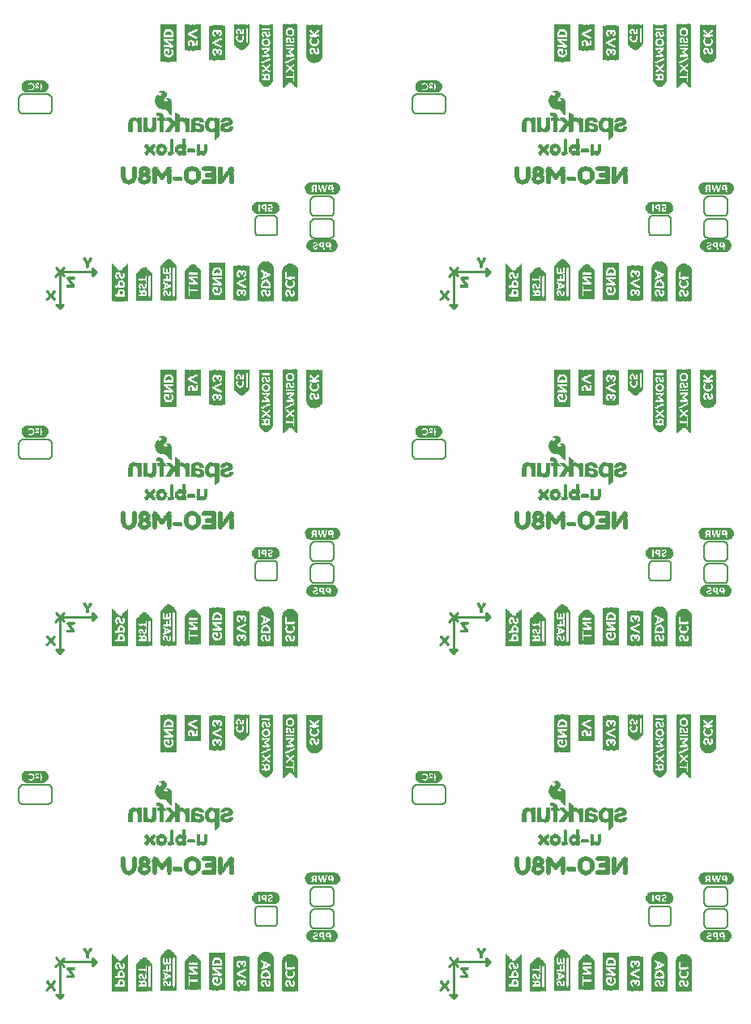
<source format=gbo>
G04 EAGLE Gerber RS-274X export*
G75*
%MOMM*%
%FSLAX34Y34*%
%LPD*%
%INSilkscreen Bottom*%
%IPPOS*%
%AMOC8*
5,1,8,0,0,1.08239X$1,22.5*%
G01*
%ADD10C,0.254000*%
%ADD11C,0.203200*%
%ADD12R,0.040000X3.520000*%
%ADD13R,0.040000X3.640000*%
%ADD14R,0.040000X3.720000*%
%ADD15R,0.040000X3.800000*%
%ADD16R,0.040000X3.840000*%
%ADD17R,0.040000X3.880000*%
%ADD18R,0.040000X3.920000*%
%ADD19R,0.040000X0.720000*%
%ADD20R,0.040000X3.040000*%
%ADD21R,0.040000X0.640000*%
%ADD22R,0.040000X0.280000*%
%ADD23R,0.040000X0.800000*%
%ADD24R,0.040000X1.160000*%
%ADD25R,0.040000X0.560000*%
%ADD26R,0.040000X0.200000*%
%ADD27R,0.040000X0.680000*%
%ADD28R,0.040000X1.120000*%
%ADD29R,0.040000X0.520000*%
%ADD30R,0.040000X0.160000*%
%ADD31R,0.040000X0.480000*%
%ADD32R,0.040000X0.440000*%
%ADD33R,0.040000X0.400000*%
%ADD34R,0.040000X0.240000*%
%ADD35R,0.040000X0.600000*%
%ADD36R,0.040000X0.320000*%
%ADD37R,0.040000X0.360000*%
%ADD38R,0.040000X1.080000*%
%ADD39R,0.040000X0.080000*%
%ADD40R,0.040000X1.040000*%
%ADD41R,0.040000X0.120000*%
%ADD42R,0.040000X1.000000*%
%ADD43R,0.040000X0.840000*%
%ADD44R,0.040000X0.960000*%
%ADD45R,0.040000X0.880000*%
%ADD46R,0.040000X0.760000*%
%ADD47R,0.040000X3.280000*%
%ADD48R,0.040000X3.400000*%
%ADD49R,0.040000X3.480000*%
%ADD50R,0.040000X3.560000*%
%ADD51R,0.040000X3.600000*%
%ADD52R,0.040000X3.680000*%
%ADD53R,0.040000X1.800000*%
%ADD54R,0.040000X1.240000*%
%ADD55R,0.040000X1.280000*%
%ADD56R,0.040000X1.320000*%
%ADD57R,0.040000X0.920000*%
%ADD58R,0.040000X0.040000*%
%ADD59R,0.040000X2.800000*%
%ADD60R,1.830000X0.030000*%
%ADD61R,2.010000X0.030000*%
%ADD62R,2.130000X0.020000*%
%ADD63R,2.250000X0.040000*%
%ADD64R,2.310000X0.030000*%
%ADD65R,2.370000X0.030000*%
%ADD66R,2.430000X0.020000*%
%ADD67R,0.930000X0.030000*%
%ADD68R,0.540000X0.030000*%
%ADD69R,0.750000X0.030000*%
%ADD70R,0.570000X0.040000*%
%ADD71R,0.150000X0.040000*%
%ADD72R,0.390000X0.040000*%
%ADD73R,0.660000X0.040000*%
%ADD74R,0.570000X0.030000*%
%ADD75R,0.120000X0.030000*%
%ADD76R,0.300000X0.030000*%
%ADD77R,0.600000X0.030000*%
%ADD78R,0.240000X0.030000*%
%ADD79R,0.090000X0.030000*%
%ADD80R,0.210000X0.030000*%
%ADD81R,0.630000X0.040000*%
%ADD82R,0.090000X0.040000*%
%ADD83R,0.060000X0.040000*%
%ADD84R,0.630000X0.030000*%
%ADD85R,0.660000X0.030000*%
%ADD86R,0.270000X0.030000*%
%ADD87R,0.720000X0.030000*%
%ADD88R,0.120000X0.040000*%
%ADD89R,1.080000X0.040000*%
%ADD90R,1.110000X0.030000*%
%ADD91R,0.150000X0.030000*%
%ADD92R,1.140000X0.030000*%
%ADD93R,0.180000X0.040000*%
%ADD94R,1.140000X0.040000*%
%ADD95R,0.060000X0.030000*%
%ADD96R,0.030000X0.030000*%
%ADD97R,0.030000X0.040000*%
%ADD98R,1.110000X0.040000*%
%ADD99R,1.080000X0.030000*%
%ADD100R,0.690000X0.030000*%
%ADD101R,0.780000X0.040000*%
%ADD102R,0.870000X0.030000*%
%ADD103R,2.430000X0.030000*%
%ADD104R,2.250000X0.030000*%
%ADD105R,2.130000X0.030000*%
%ADD106R,0.300000X0.060000*%
%ADD107R,0.240000X0.060000*%
%ADD108R,0.420000X0.060000*%
%ADD109R,0.360000X0.060000*%
%ADD110R,0.120000X0.060000*%
%ADD111R,0.540000X0.060000*%
%ADD112R,0.180000X0.060000*%
%ADD113R,0.900000X0.060000*%
%ADD114R,0.720000X0.060000*%
%ADD115R,1.020000X0.060000*%
%ADD116R,0.840000X0.060000*%
%ADD117R,0.960000X0.060000*%
%ADD118R,0.480000X0.060000*%
%ADD119R,1.080000X0.060000*%
%ADD120R,1.140000X0.060000*%
%ADD121R,0.780000X0.060000*%
%ADD122R,0.660000X0.060000*%
%ADD123R,0.600000X0.060000*%
%ADD124R,0.060000X0.060000*%
%ADD125R,0.040000X2.840000*%
%ADD126R,0.040000X2.920000*%
%ADD127R,0.040000X2.960000*%
%ADD128R,0.040000X3.240000*%
%ADD129R,0.040000X3.320000*%
%ADD130R,0.040000X3.360000*%
%ADD131R,0.040000X3.000000*%
%ADD132R,0.040000X3.760000*%
%ADD133R,0.040000X4.040000*%
%ADD134R,0.040000X4.080000*%
%ADD135R,0.040000X4.120000*%
%ADD136R,0.040000X4.160000*%
%ADD137R,0.040000X2.520000*%
%ADD138C,0.152400*%
%ADD139R,0.040000X2.680000*%
%ADD140R,0.040000X2.000000*%
%ADD141R,0.040000X2.040000*%
%ADD142R,0.040000X2.120000*%
%ADD143R,0.040000X2.160000*%
%ADD144R,0.040000X2.440000*%
%ADD145R,0.040000X2.480000*%
%ADD146R,0.040000X2.560000*%
%ADD147R,0.040000X2.200000*%
%ADD148R,0.040000X5.950000*%
%ADD149R,0.030000X5.980000*%
%ADD150R,0.040000X6.050000*%
%ADD151R,0.030000X6.090000*%
%ADD152R,0.040000X6.120000*%
%ADD153R,0.030000X6.160000*%
%ADD154R,0.040000X3.530000*%
%ADD155R,0.030000X1.260000*%
%ADD156R,0.030000X0.560000*%
%ADD157R,0.030000X1.540000*%
%ADD158R,0.030000X0.700000*%
%ADD159R,0.030000X0.940000*%
%ADD160R,0.040000X0.450000*%
%ADD161R,0.040000X0.490000*%
%ADD162R,0.040000X0.110000*%
%ADD163R,0.040000X0.390000*%
%ADD164R,0.040000X0.460000*%
%ADD165R,0.040000X0.250000*%
%ADD166R,0.040000X0.380000*%
%ADD167R,0.030000X0.490000*%
%ADD168R,0.030000X0.210000*%
%ADD169R,0.030000X0.420000*%
%ADD170R,0.030000X0.450000*%
%ADD171R,0.030000X0.110000*%
%ADD172R,0.030000X0.520000*%
%ADD173R,0.030000X0.280000*%
%ADD174R,0.030000X0.380000*%
%ADD175R,0.030000X0.180000*%
%ADD176R,0.040000X0.140000*%
%ADD177R,0.040000X0.350000*%
%ADD178R,0.040000X0.420000*%
%ADD179R,0.030000X0.100000*%
%ADD180R,0.030000X0.320000*%
%ADD181R,0.030000X0.140000*%
%ADD182R,0.030000X0.250000*%
%ADD183R,0.040000X0.590000*%
%ADD184R,0.040000X0.170000*%
%ADD185R,0.040000X0.180000*%
%ADD186R,0.030000X0.630000*%
%ADD187R,0.030000X0.170000*%
%ADD188R,0.040000X0.660000*%
%ADD189R,0.040000X0.100000*%
%ADD190R,0.040000X0.210000*%
%ADD191R,0.030000X0.660000*%
%ADD192R,0.030000X0.460000*%
%ADD193R,0.030000X0.530000*%
%ADD194R,0.040000X0.700000*%
%ADD195R,0.030000X0.730000*%
%ADD196R,0.040000X0.730000*%
%ADD197R,0.030000X0.070000*%
%ADD198R,0.040000X0.030000*%
%ADD199R,0.040000X0.070000*%
%ADD200R,0.030000X0.350000*%
%ADD201R,0.030000X0.390000*%
%ADD202R,0.030000X0.310000*%
%ADD203R,0.030000X0.240000*%
%ADD204R,0.040000X0.310000*%
%ADD205R,0.040000X2.100000*%
%ADD206R,0.030000X2.140000*%
%ADD207R,0.030000X3.920000*%
%ADD208R,0.040000X6.680000*%
%ADD209R,0.030000X6.650000*%
%ADD210R,0.040000X6.610000*%
%ADD211R,0.030000X6.580000*%
%ADD212R,0.040000X6.540000*%
%ADD213R,0.030000X6.510000*%
%ADD214R,0.040000X3.570000*%
%ADD215R,0.030000X1.470000*%
%ADD216R,0.030000X1.720000*%
%ADD217R,0.030000X0.770000*%
%ADD218R,0.040000X0.630000*%
%ADD219R,0.030000X0.590000*%
%ADD220R,0.030000X0.600000*%
%ADD221R,0.030000X0.670000*%
%ADD222R,0.030000X0.740000*%
%ADD223R,0.040000X0.770000*%
%ADD224R,0.030000X0.840000*%
%ADD225R,0.040000X2.380000*%
%ADD226R,0.030000X2.490000*%
%ADD227R,0.030000X3.950000*%
%ADD228R,1.890000X0.030000*%
%ADD229R,2.070000X0.030000*%
%ADD230R,2.190000X0.020000*%
%ADD231R,2.310000X0.040000*%
%ADD232R,2.490000X0.020000*%
%ADD233R,1.680000X0.030000*%
%ADD234R,0.210000X0.040000*%
%ADD235R,0.270000X0.040000*%
%ADD236R,0.180000X0.030000*%
%ADD237R,0.600000X0.040000*%
%ADD238R,0.450000X0.030000*%
%ADD239R,0.450000X0.040000*%
%ADD240R,0.240000X0.040000*%
%ADD241R,0.390000X0.030000*%
%ADD242R,0.690000X0.040000*%
%ADD243R,0.810000X0.030000*%
%ADD244R,0.990000X0.040000*%
%ADD245R,0.480000X0.030000*%
%ADD246R,0.480000X0.040000*%
%ADD247R,0.510000X0.040000*%
%ADD248R,2.490000X0.030000*%
%ADD249R,2.190000X0.030000*%
%ADD250R,2.610000X0.020000*%
%ADD251R,2.730000X0.040000*%
%ADD252R,2.790000X0.030000*%
%ADD253R,2.850000X0.030000*%
%ADD254R,2.910000X0.020000*%
%ADD255R,0.360000X0.040000*%
%ADD256R,1.020000X0.030000*%
%ADD257R,0.420000X0.030000*%
%ADD258R,0.540000X0.040000*%
%ADD259R,0.330000X0.030000*%
%ADD260R,0.510000X0.030000*%
%ADD261R,2.910000X0.030000*%
%ADD262R,2.730000X0.030000*%
%ADD263R,2.610000X0.030000*%
%ADD264R,3.030000X0.020000*%
%ADD265R,3.150000X0.040000*%
%ADD266R,3.210000X0.030000*%
%ADD267R,3.270000X0.030000*%
%ADD268R,3.330000X0.020000*%
%ADD269R,1.260000X0.030000*%
%ADD270R,0.780000X0.030000*%
%ADD271R,1.290000X0.030000*%
%ADD272R,0.300000X0.040000*%
%ADD273R,0.720000X0.040000*%
%ADD274R,0.360000X0.030000*%
%ADD275R,3.330000X0.030000*%
%ADD276R,3.150000X0.030000*%
%ADD277R,3.030000X0.030000*%
%ADD278R,0.070000X0.070000*%
%ADD279R,1.120000X0.070000*%
%ADD280R,0.420000X0.070000*%
%ADD281R,0.490000X0.070000*%
%ADD282R,0.210000X0.070000*%
%ADD283R,0.140000X0.070000*%
%ADD284R,0.420000X0.080000*%
%ADD285R,1.400000X0.080000*%
%ADD286R,0.840000X0.080000*%
%ADD287R,0.770000X0.080000*%
%ADD288R,0.350000X0.080000*%
%ADD289R,1.470000X0.070000*%
%ADD290R,0.980000X0.070000*%
%ADD291R,0.910000X0.070000*%
%ADD292R,0.560000X0.060000*%
%ADD293R,0.490000X0.060000*%
%ADD294R,1.470000X0.060000*%
%ADD295R,1.260000X0.060000*%
%ADD296R,1.050000X0.060000*%
%ADD297R,0.630000X0.080000*%
%ADD298R,0.490000X0.080000*%
%ADD299R,1.470000X0.080000*%
%ADD300R,0.560000X0.080000*%
%ADD301R,1.120000X0.080000*%
%ADD302R,0.700000X0.070000*%
%ADD303R,1.540000X0.070000*%
%ADD304R,0.630000X0.070000*%
%ADD305R,1.190000X0.070000*%
%ADD306R,1.400000X0.070000*%
%ADD307R,0.770000X0.070000*%
%ADD308R,0.560000X0.070000*%
%ADD309R,0.770000X0.060000*%
%ADD310R,0.630000X0.060000*%
%ADD311R,0.840000X0.070000*%
%ADD312R,1.050000X0.070000*%
%ADD313R,2.030000X0.070000*%
%ADD314R,1.050000X0.080000*%
%ADD315R,1.190000X0.080000*%
%ADD316R,0.700000X0.080000*%
%ADD317R,1.260000X0.080000*%
%ADD318R,0.280000X0.070000*%
%ADD319R,1.330000X0.070000*%
%ADD320R,1.260000X0.070000*%
%ADD321R,1.190000X0.060000*%
%ADD322R,0.350000X0.060000*%
%ADD323R,1.330000X0.060000*%
%ADD324R,0.700000X0.060000*%
%ADD325R,0.200000X0.040000*%
%ADD326R,0.280000X0.040000*%
%ADD327R,0.320000X0.040000*%
%ADD328R,0.680000X0.040000*%
%ADD329R,0.520000X0.040000*%
%ADD330R,0.440000X0.040000*%
%ADD331R,0.560000X0.040000*%
%ADD332R,0.640000X0.040000*%
%ADD333R,0.160000X0.040000*%
%ADD334R,0.080000X0.040000*%
%ADD335R,0.400000X0.040000*%
%ADD336R,0.800000X0.040000*%
%ADD337R,0.840000X0.040000*%
%ADD338R,0.760000X0.040000*%
%ADD339R,0.040000X3.080000*%
%ADD340R,0.040000X3.120000*%
%ADD341R,0.040000X3.160000*%
%ADD342R,0.040000X3.200000*%

G36*
X193070Y213837D02*
X193070Y213837D01*
X193121Y213839D01*
X193153Y213857D01*
X193189Y213865D01*
X193228Y213898D01*
X193273Y213922D01*
X193294Y213952D01*
X193322Y213975D01*
X193343Y214022D01*
X193373Y214064D01*
X193381Y214106D01*
X193393Y214134D01*
X193392Y214164D01*
X193400Y214206D01*
X193400Y227006D01*
X193396Y227024D01*
X193398Y227048D01*
X193198Y228848D01*
X193187Y228879D01*
X193181Y228926D01*
X192981Y229526D01*
X192968Y229546D01*
X192960Y229576D01*
X192660Y230176D01*
X192652Y230186D01*
X192646Y230202D01*
X192346Y230702D01*
X192332Y230716D01*
X192323Y230735D01*
X192246Y230805D01*
X192225Y230826D01*
X192220Y230828D01*
X192216Y230832D01*
X191732Y231122D01*
X191348Y231410D01*
X191313Y231425D01*
X191261Y231459D01*
X190261Y231859D01*
X190228Y231864D01*
X190183Y231881D01*
X189583Y231981D01*
X189556Y231979D01*
X189520Y231986D01*
X188720Y231986D01*
X188684Y231978D01*
X188628Y231975D01*
X188273Y231886D01*
X188120Y231886D01*
X188105Y231883D01*
X188090Y231885D01*
X187958Y231848D01*
X187951Y231847D01*
X187951Y231846D01*
X187950Y231846D01*
X187750Y231746D01*
X187731Y231730D01*
X187707Y231721D01*
X187665Y231675D01*
X187617Y231635D01*
X187607Y231613D01*
X187590Y231594D01*
X187572Y231534D01*
X187546Y231477D01*
X187548Y231452D01*
X187540Y231428D01*
X187551Y231366D01*
X187554Y231304D01*
X187566Y231282D01*
X187570Y231257D01*
X187619Y231184D01*
X187637Y231152D01*
X187645Y231147D01*
X187651Y231137D01*
X187751Y231037D01*
X187783Y231017D01*
X187850Y230966D01*
X188250Y230766D01*
X188273Y230760D01*
X188300Y230745D01*
X188515Y230674D01*
X188825Y230364D01*
X188975Y230138D01*
X189040Y229944D01*
X189040Y229768D01*
X188968Y229552D01*
X188808Y229231D01*
X188578Y229002D01*
X188342Y228844D01*
X187911Y228672D01*
X187482Y228586D01*
X186767Y228586D01*
X186076Y228759D01*
X185580Y229090D01*
X185259Y229491D01*
X185100Y229968D01*
X185100Y230528D01*
X185346Y231101D01*
X186006Y231855D01*
X186804Y232753D01*
X186805Y232755D01*
X186806Y232756D01*
X187506Y233556D01*
X187522Y233585D01*
X187552Y233621D01*
X188052Y234521D01*
X188063Y234559D01*
X188091Y234624D01*
X188291Y235524D01*
X188291Y235557D01*
X188300Y235606D01*
X188300Y236406D01*
X188292Y236443D01*
X188281Y236526D01*
X187981Y237426D01*
X187960Y237460D01*
X187929Y237527D01*
X187429Y238227D01*
X187403Y238250D01*
X187373Y238290D01*
X186473Y239090D01*
X186442Y239107D01*
X186402Y239140D01*
X185302Y239740D01*
X185266Y239750D01*
X185188Y239780D01*
X184088Y239980D01*
X184059Y239979D01*
X184020Y239986D01*
X183020Y239986D01*
X182983Y239978D01*
X182900Y239967D01*
X182000Y239667D01*
X181994Y239663D01*
X181987Y239662D01*
X181187Y239362D01*
X181172Y239352D01*
X181150Y239346D01*
X180984Y239263D01*
X180550Y239046D01*
X180528Y239028D01*
X180492Y239010D01*
X180092Y238710D01*
X180077Y238692D01*
X180051Y238675D01*
X179951Y238575D01*
X179938Y238553D01*
X179918Y238537D01*
X179892Y238480D01*
X179860Y238428D01*
X179857Y238402D01*
X179847Y238378D01*
X179849Y238317D01*
X179843Y238255D01*
X179852Y238231D01*
X179853Y238205D01*
X179883Y238151D01*
X179905Y238093D01*
X179924Y238076D01*
X179936Y238053D01*
X179987Y238018D01*
X180032Y237976D01*
X180057Y237968D01*
X180078Y237953D01*
X180162Y237937D01*
X180198Y237926D01*
X180208Y237928D01*
X180220Y237926D01*
X180520Y237926D01*
X180557Y237934D01*
X180640Y237945D01*
X180882Y238026D01*
X181073Y238026D01*
X181428Y237937D01*
X181436Y237937D01*
X181445Y237933D01*
X181896Y237843D01*
X182219Y237681D01*
X182540Y237441D01*
X182675Y237238D01*
X182759Y236986D01*
X182772Y236966D01*
X182780Y236936D01*
X182868Y236760D01*
X182919Y236606D01*
X182859Y236426D01*
X182858Y236413D01*
X182851Y236398D01*
X182767Y236062D01*
X182604Y235817D01*
X182596Y235797D01*
X182580Y235776D01*
X182408Y235431D01*
X182178Y235202D01*
X181909Y235022D01*
X181902Y235015D01*
X181892Y235010D01*
X181500Y234717D01*
X181229Y234536D01*
X180797Y234320D01*
X180530Y234186D01*
X179982Y234186D01*
X179789Y234251D01*
X179640Y234350D01*
X179500Y234768D01*
X179500Y235506D01*
X179488Y235556D01*
X179488Y235577D01*
X179487Y235601D01*
X179486Y235608D01*
X179469Y235640D01*
X179461Y235675D01*
X179428Y235715D01*
X179403Y235760D01*
X179373Y235781D01*
X179351Y235808D01*
X179303Y235830D01*
X179261Y235859D01*
X179225Y235865D01*
X179192Y235879D01*
X179141Y235877D01*
X179090Y235885D01*
X179049Y235874D01*
X179019Y235873D01*
X178992Y235858D01*
X178950Y235846D01*
X178939Y235841D01*
X178179Y235461D01*
X178150Y235446D01*
X178146Y235443D01*
X178036Y235359D01*
X177236Y234459D01*
X177221Y234431D01*
X177192Y234398D01*
X176492Y233198D01*
X176483Y233169D01*
X176462Y233134D01*
X175962Y231734D01*
X175959Y231708D01*
X175946Y231676D01*
X175646Y230076D01*
X175648Y230040D01*
X175640Y229985D01*
X175740Y228185D01*
X175750Y228153D01*
X175754Y228104D01*
X176254Y226304D01*
X176271Y226273D01*
X176288Y226221D01*
X177288Y224421D01*
X177305Y224403D01*
X177320Y224373D01*
X178020Y223473D01*
X178027Y223467D01*
X178031Y223459D01*
X178041Y223453D01*
X178051Y223437D01*
X178851Y222637D01*
X178861Y222631D01*
X178870Y222620D01*
X179670Y221920D01*
X179695Y221906D01*
X179724Y221880D01*
X180724Y221280D01*
X180749Y221272D01*
X180779Y221253D01*
X181779Y220853D01*
X181798Y220850D01*
X181820Y220839D01*
X182920Y220539D01*
X182937Y220539D01*
X182958Y220531D01*
X184158Y220331D01*
X184184Y220333D01*
X184220Y220326D01*
X186089Y220326D01*
X186586Y220243D01*
X187002Y219993D01*
X187952Y219233D01*
X188428Y218663D01*
X188440Y218653D01*
X188451Y218637D01*
X189729Y217360D01*
X190211Y216685D01*
X190231Y216667D01*
X190251Y216637D01*
X190839Y216049D01*
X191328Y215463D01*
X191340Y215453D01*
X191351Y215437D01*
X191832Y214956D01*
X192116Y214578D01*
X192134Y214563D01*
X192151Y214537D01*
X192425Y214264D01*
X192604Y213995D01*
X192623Y213977D01*
X192636Y213953D01*
X192686Y213918D01*
X192730Y213877D01*
X192756Y213869D01*
X192778Y213853D01*
X192859Y213838D01*
X192896Y213827D01*
X192907Y213828D01*
X192920Y213826D01*
X193020Y213826D01*
X193070Y213837D01*
G37*
G36*
X604550Y213837D02*
X604550Y213837D01*
X604601Y213839D01*
X604633Y213857D01*
X604669Y213865D01*
X604708Y213898D01*
X604753Y213922D01*
X604774Y213952D01*
X604802Y213975D01*
X604823Y214022D01*
X604853Y214064D01*
X604861Y214106D01*
X604873Y214134D01*
X604872Y214164D01*
X604880Y214206D01*
X604880Y227006D01*
X604876Y227024D01*
X604878Y227048D01*
X604678Y228848D01*
X604667Y228879D01*
X604661Y228926D01*
X604461Y229526D01*
X604448Y229546D01*
X604440Y229576D01*
X604140Y230176D01*
X604132Y230186D01*
X604126Y230202D01*
X603826Y230702D01*
X603812Y230716D01*
X603803Y230735D01*
X603726Y230805D01*
X603705Y230826D01*
X603700Y230828D01*
X603696Y230832D01*
X603212Y231122D01*
X602828Y231410D01*
X602793Y231425D01*
X602741Y231459D01*
X601741Y231859D01*
X601708Y231864D01*
X601663Y231881D01*
X601063Y231981D01*
X601036Y231979D01*
X601000Y231986D01*
X600200Y231986D01*
X600164Y231978D01*
X600108Y231975D01*
X599753Y231886D01*
X599600Y231886D01*
X599585Y231883D01*
X599570Y231885D01*
X599438Y231848D01*
X599431Y231847D01*
X599431Y231846D01*
X599430Y231846D01*
X599230Y231746D01*
X599211Y231730D01*
X599187Y231721D01*
X599145Y231675D01*
X599097Y231635D01*
X599087Y231613D01*
X599070Y231594D01*
X599052Y231534D01*
X599026Y231477D01*
X599028Y231452D01*
X599020Y231428D01*
X599031Y231366D01*
X599034Y231304D01*
X599046Y231282D01*
X599050Y231257D01*
X599099Y231184D01*
X599117Y231152D01*
X599125Y231147D01*
X599131Y231137D01*
X599231Y231037D01*
X599263Y231017D01*
X599330Y230966D01*
X599730Y230766D01*
X599753Y230760D01*
X599780Y230745D01*
X599995Y230674D01*
X600305Y230364D01*
X600455Y230138D01*
X600520Y229944D01*
X600520Y229768D01*
X600448Y229552D01*
X600288Y229231D01*
X600058Y229002D01*
X599822Y228844D01*
X599391Y228672D01*
X598962Y228586D01*
X598247Y228586D01*
X597556Y228759D01*
X597060Y229090D01*
X596739Y229491D01*
X596580Y229968D01*
X596580Y230528D01*
X596826Y231101D01*
X597486Y231855D01*
X598284Y232753D01*
X598285Y232755D01*
X598286Y232756D01*
X598986Y233556D01*
X599002Y233585D01*
X599032Y233621D01*
X599532Y234521D01*
X599543Y234559D01*
X599571Y234624D01*
X599771Y235524D01*
X599771Y235557D01*
X599780Y235606D01*
X599780Y236406D01*
X599772Y236443D01*
X599761Y236526D01*
X599461Y237426D01*
X599440Y237460D01*
X599409Y237527D01*
X598909Y238227D01*
X598883Y238250D01*
X598853Y238290D01*
X597953Y239090D01*
X597922Y239107D01*
X597882Y239140D01*
X596782Y239740D01*
X596746Y239750D01*
X596668Y239780D01*
X595568Y239980D01*
X595539Y239979D01*
X595500Y239986D01*
X594500Y239986D01*
X594463Y239978D01*
X594380Y239967D01*
X593480Y239667D01*
X593474Y239663D01*
X593467Y239662D01*
X592667Y239362D01*
X592652Y239352D01*
X592630Y239346D01*
X592464Y239263D01*
X592030Y239046D01*
X592008Y239028D01*
X591972Y239010D01*
X591572Y238710D01*
X591557Y238692D01*
X591531Y238675D01*
X591431Y238575D01*
X591418Y238553D01*
X591398Y238537D01*
X591372Y238480D01*
X591340Y238428D01*
X591337Y238402D01*
X591327Y238378D01*
X591329Y238317D01*
X591323Y238255D01*
X591332Y238231D01*
X591333Y238205D01*
X591363Y238151D01*
X591385Y238093D01*
X591404Y238076D01*
X591416Y238053D01*
X591467Y238018D01*
X591512Y237976D01*
X591537Y237968D01*
X591558Y237953D01*
X591642Y237937D01*
X591678Y237926D01*
X591688Y237928D01*
X591700Y237926D01*
X592000Y237926D01*
X592037Y237934D01*
X592120Y237945D01*
X592362Y238026D01*
X592553Y238026D01*
X592908Y237937D01*
X592916Y237937D01*
X592925Y237933D01*
X593376Y237843D01*
X593699Y237681D01*
X594020Y237441D01*
X594155Y237238D01*
X594239Y236986D01*
X594252Y236966D01*
X594260Y236936D01*
X594348Y236760D01*
X594399Y236606D01*
X594339Y236426D01*
X594338Y236413D01*
X594331Y236398D01*
X594247Y236062D01*
X594084Y235817D01*
X594076Y235797D01*
X594060Y235776D01*
X593888Y235431D01*
X593658Y235202D01*
X593389Y235022D01*
X593382Y235015D01*
X593372Y235010D01*
X592980Y234717D01*
X592709Y234536D01*
X592277Y234320D01*
X592010Y234186D01*
X591462Y234186D01*
X591269Y234251D01*
X591120Y234350D01*
X590980Y234768D01*
X590980Y235506D01*
X590968Y235556D01*
X590968Y235577D01*
X590967Y235601D01*
X590966Y235608D01*
X590949Y235640D01*
X590941Y235675D01*
X590908Y235715D01*
X590883Y235760D01*
X590853Y235781D01*
X590831Y235808D01*
X590783Y235830D01*
X590741Y235859D01*
X590705Y235865D01*
X590672Y235879D01*
X590621Y235877D01*
X590570Y235885D01*
X590529Y235874D01*
X590499Y235873D01*
X590472Y235858D01*
X590430Y235846D01*
X590419Y235841D01*
X589659Y235461D01*
X589630Y235446D01*
X589626Y235443D01*
X589516Y235359D01*
X588716Y234459D01*
X588701Y234431D01*
X588672Y234398D01*
X587972Y233198D01*
X587963Y233169D01*
X587942Y233134D01*
X587442Y231734D01*
X587439Y231708D01*
X587426Y231676D01*
X587126Y230076D01*
X587128Y230040D01*
X587120Y229985D01*
X587220Y228185D01*
X587230Y228153D01*
X587234Y228104D01*
X587734Y226304D01*
X587751Y226273D01*
X587768Y226221D01*
X588768Y224421D01*
X588785Y224403D01*
X588800Y224373D01*
X589500Y223473D01*
X589507Y223467D01*
X589511Y223459D01*
X589521Y223453D01*
X589531Y223437D01*
X590331Y222637D01*
X590341Y222631D01*
X590350Y222620D01*
X591150Y221920D01*
X591175Y221906D01*
X591204Y221880D01*
X592204Y221280D01*
X592229Y221272D01*
X592259Y221253D01*
X593259Y220853D01*
X593278Y220850D01*
X593300Y220839D01*
X594400Y220539D01*
X594417Y220539D01*
X594438Y220531D01*
X595638Y220331D01*
X595664Y220333D01*
X595700Y220326D01*
X597569Y220326D01*
X598066Y220243D01*
X598482Y219993D01*
X599432Y219233D01*
X599908Y218663D01*
X599920Y218653D01*
X599931Y218637D01*
X601209Y217360D01*
X601691Y216685D01*
X601711Y216667D01*
X601731Y216637D01*
X602319Y216049D01*
X602808Y215463D01*
X602820Y215453D01*
X602831Y215437D01*
X603312Y214956D01*
X603596Y214578D01*
X603614Y214563D01*
X603631Y214537D01*
X603905Y214264D01*
X604084Y213995D01*
X604103Y213977D01*
X604116Y213953D01*
X604166Y213918D01*
X604210Y213877D01*
X604236Y213869D01*
X604258Y213853D01*
X604339Y213838D01*
X604376Y213827D01*
X604387Y213828D01*
X604400Y213826D01*
X604500Y213826D01*
X604550Y213837D01*
G37*
G36*
X604550Y934689D02*
X604550Y934689D01*
X604601Y934691D01*
X604633Y934709D01*
X604669Y934717D01*
X604708Y934750D01*
X604753Y934774D01*
X604774Y934804D01*
X604802Y934827D01*
X604823Y934874D01*
X604853Y934916D01*
X604861Y934958D01*
X604873Y934986D01*
X604872Y935016D01*
X604880Y935058D01*
X604880Y947858D01*
X604876Y947876D01*
X604878Y947900D01*
X604678Y949700D01*
X604667Y949731D01*
X604661Y949778D01*
X604461Y950378D01*
X604448Y950398D01*
X604440Y950428D01*
X604140Y951028D01*
X604132Y951038D01*
X604126Y951054D01*
X603826Y951554D01*
X603812Y951568D01*
X603803Y951587D01*
X603726Y951657D01*
X603705Y951678D01*
X603700Y951680D01*
X603696Y951684D01*
X603212Y951974D01*
X602828Y952262D01*
X602793Y952277D01*
X602741Y952311D01*
X601741Y952711D01*
X601708Y952716D01*
X601663Y952733D01*
X601063Y952833D01*
X601036Y952831D01*
X601000Y952838D01*
X600200Y952838D01*
X600164Y952830D01*
X600108Y952827D01*
X599753Y952738D01*
X599600Y952738D01*
X599585Y952735D01*
X599570Y952737D01*
X599438Y952700D01*
X599431Y952699D01*
X599431Y952698D01*
X599430Y952698D01*
X599230Y952598D01*
X599211Y952582D01*
X599187Y952573D01*
X599145Y952527D01*
X599097Y952487D01*
X599087Y952465D01*
X599070Y952446D01*
X599052Y952386D01*
X599026Y952329D01*
X599028Y952304D01*
X599020Y952280D01*
X599031Y952218D01*
X599034Y952156D01*
X599046Y952134D01*
X599050Y952109D01*
X599099Y952036D01*
X599117Y952004D01*
X599125Y951999D01*
X599131Y951989D01*
X599231Y951889D01*
X599263Y951869D01*
X599330Y951818D01*
X599730Y951618D01*
X599753Y951612D01*
X599780Y951597D01*
X599995Y951526D01*
X600305Y951216D01*
X600455Y950990D01*
X600520Y950796D01*
X600520Y950620D01*
X600448Y950404D01*
X600288Y950083D01*
X600058Y949854D01*
X599822Y949696D01*
X599391Y949524D01*
X598962Y949438D01*
X598247Y949438D01*
X597556Y949611D01*
X597060Y949942D01*
X596739Y950343D01*
X596580Y950820D01*
X596580Y951380D01*
X596826Y951953D01*
X597486Y952707D01*
X598284Y953605D01*
X598285Y953607D01*
X598286Y953608D01*
X598986Y954408D01*
X599002Y954437D01*
X599032Y954473D01*
X599532Y955373D01*
X599543Y955411D01*
X599571Y955476D01*
X599771Y956376D01*
X599771Y956409D01*
X599780Y956458D01*
X599780Y957258D01*
X599772Y957295D01*
X599761Y957378D01*
X599461Y958278D01*
X599440Y958312D01*
X599409Y958379D01*
X598909Y959079D01*
X598883Y959102D01*
X598853Y959142D01*
X597953Y959942D01*
X597922Y959959D01*
X597882Y959992D01*
X596782Y960592D01*
X596746Y960602D01*
X596668Y960632D01*
X595568Y960832D01*
X595539Y960831D01*
X595500Y960838D01*
X594500Y960838D01*
X594463Y960830D01*
X594380Y960819D01*
X593480Y960519D01*
X593474Y960515D01*
X593467Y960514D01*
X592667Y960214D01*
X592652Y960204D01*
X592630Y960198D01*
X592464Y960115D01*
X592030Y959898D01*
X592008Y959880D01*
X591972Y959862D01*
X591572Y959562D01*
X591557Y959544D01*
X591531Y959527D01*
X591431Y959427D01*
X591418Y959405D01*
X591398Y959389D01*
X591372Y959332D01*
X591340Y959280D01*
X591337Y959254D01*
X591327Y959230D01*
X591329Y959169D01*
X591323Y959107D01*
X591332Y959083D01*
X591333Y959057D01*
X591363Y959003D01*
X591385Y958945D01*
X591404Y958928D01*
X591416Y958905D01*
X591467Y958870D01*
X591512Y958828D01*
X591537Y958820D01*
X591558Y958805D01*
X591642Y958789D01*
X591678Y958778D01*
X591688Y958780D01*
X591700Y958778D01*
X592000Y958778D01*
X592037Y958786D01*
X592120Y958797D01*
X592362Y958878D01*
X592553Y958878D01*
X592908Y958789D01*
X592916Y958789D01*
X592925Y958785D01*
X593376Y958695D01*
X593699Y958533D01*
X594020Y958293D01*
X594155Y958090D01*
X594239Y957838D01*
X594252Y957818D01*
X594260Y957788D01*
X594348Y957612D01*
X594399Y957458D01*
X594339Y957278D01*
X594338Y957265D01*
X594331Y957250D01*
X594247Y956914D01*
X594084Y956669D01*
X594076Y956649D01*
X594060Y956628D01*
X593888Y956283D01*
X593658Y956054D01*
X593389Y955874D01*
X593382Y955867D01*
X593372Y955862D01*
X592980Y955569D01*
X592709Y955388D01*
X592277Y955172D01*
X592010Y955038D01*
X591462Y955038D01*
X591269Y955103D01*
X591120Y955202D01*
X590980Y955620D01*
X590980Y956358D01*
X590968Y956408D01*
X590968Y956429D01*
X590967Y956453D01*
X590966Y956460D01*
X590949Y956492D01*
X590941Y956527D01*
X590908Y956567D01*
X590883Y956612D01*
X590853Y956633D01*
X590831Y956660D01*
X590783Y956682D01*
X590741Y956711D01*
X590705Y956717D01*
X590672Y956731D01*
X590621Y956729D01*
X590570Y956737D01*
X590529Y956726D01*
X590499Y956725D01*
X590472Y956710D01*
X590430Y956698D01*
X590419Y956693D01*
X589659Y956313D01*
X589630Y956298D01*
X589626Y956295D01*
X589516Y956211D01*
X588716Y955311D01*
X588701Y955283D01*
X588672Y955250D01*
X587972Y954050D01*
X587963Y954021D01*
X587942Y953986D01*
X587442Y952586D01*
X587439Y952560D01*
X587426Y952528D01*
X587126Y950928D01*
X587128Y950892D01*
X587120Y950837D01*
X587220Y949037D01*
X587230Y949005D01*
X587234Y948956D01*
X587734Y947156D01*
X587751Y947125D01*
X587768Y947073D01*
X588768Y945273D01*
X588785Y945255D01*
X588800Y945225D01*
X589500Y944325D01*
X589507Y944319D01*
X589511Y944311D01*
X589521Y944305D01*
X589531Y944289D01*
X590331Y943489D01*
X590341Y943483D01*
X590350Y943472D01*
X591150Y942772D01*
X591175Y942758D01*
X591204Y942732D01*
X592204Y942132D01*
X592229Y942124D01*
X592259Y942105D01*
X593259Y941705D01*
X593278Y941702D01*
X593300Y941691D01*
X594400Y941391D01*
X594417Y941391D01*
X594438Y941383D01*
X595638Y941183D01*
X595664Y941185D01*
X595700Y941178D01*
X597569Y941178D01*
X598066Y941095D01*
X598482Y940845D01*
X599432Y940085D01*
X599908Y939515D01*
X599920Y939505D01*
X599931Y939489D01*
X601209Y938211D01*
X601691Y937537D01*
X601711Y937519D01*
X601731Y937489D01*
X602319Y936901D01*
X602808Y936315D01*
X602820Y936305D01*
X602831Y936289D01*
X603312Y935808D01*
X603596Y935430D01*
X603614Y935415D01*
X603631Y935389D01*
X603905Y935116D01*
X604084Y934847D01*
X604103Y934829D01*
X604116Y934805D01*
X604166Y934770D01*
X604210Y934729D01*
X604236Y934721D01*
X604258Y934705D01*
X604339Y934690D01*
X604376Y934679D01*
X604387Y934680D01*
X604400Y934678D01*
X604500Y934678D01*
X604550Y934689D01*
G37*
G36*
X604550Y574263D02*
X604550Y574263D01*
X604601Y574265D01*
X604633Y574283D01*
X604669Y574291D01*
X604708Y574324D01*
X604753Y574348D01*
X604774Y574378D01*
X604802Y574401D01*
X604823Y574448D01*
X604853Y574490D01*
X604861Y574532D01*
X604873Y574560D01*
X604872Y574590D01*
X604880Y574632D01*
X604880Y587432D01*
X604876Y587450D01*
X604878Y587474D01*
X604678Y589274D01*
X604667Y589305D01*
X604661Y589352D01*
X604461Y589952D01*
X604448Y589972D01*
X604440Y590002D01*
X604140Y590602D01*
X604132Y590612D01*
X604126Y590628D01*
X603826Y591128D01*
X603812Y591142D01*
X603803Y591161D01*
X603726Y591231D01*
X603705Y591252D01*
X603700Y591254D01*
X603696Y591258D01*
X603212Y591548D01*
X602828Y591836D01*
X602793Y591851D01*
X602741Y591885D01*
X601741Y592285D01*
X601708Y592290D01*
X601663Y592307D01*
X601063Y592407D01*
X601036Y592405D01*
X601000Y592412D01*
X600200Y592412D01*
X600164Y592404D01*
X600108Y592401D01*
X599753Y592312D01*
X599600Y592312D01*
X599585Y592309D01*
X599570Y592311D01*
X599438Y592274D01*
X599431Y592273D01*
X599431Y592272D01*
X599430Y592272D01*
X599230Y592172D01*
X599211Y592156D01*
X599187Y592147D01*
X599145Y592101D01*
X599097Y592061D01*
X599087Y592039D01*
X599070Y592020D01*
X599052Y591960D01*
X599026Y591903D01*
X599028Y591878D01*
X599020Y591854D01*
X599031Y591792D01*
X599034Y591730D01*
X599046Y591708D01*
X599050Y591683D01*
X599099Y591610D01*
X599117Y591578D01*
X599125Y591573D01*
X599131Y591563D01*
X599231Y591463D01*
X599263Y591443D01*
X599330Y591392D01*
X599730Y591192D01*
X599753Y591186D01*
X599780Y591171D01*
X599995Y591100D01*
X600305Y590790D01*
X600455Y590564D01*
X600520Y590370D01*
X600520Y590194D01*
X600448Y589978D01*
X600288Y589657D01*
X600058Y589428D01*
X599822Y589270D01*
X599391Y589098D01*
X598962Y589012D01*
X598247Y589012D01*
X597556Y589185D01*
X597060Y589516D01*
X596739Y589917D01*
X596580Y590394D01*
X596580Y590954D01*
X596826Y591527D01*
X597486Y592281D01*
X598284Y593179D01*
X598285Y593181D01*
X598286Y593182D01*
X598986Y593982D01*
X599002Y594011D01*
X599032Y594047D01*
X599532Y594947D01*
X599543Y594985D01*
X599571Y595050D01*
X599771Y595950D01*
X599771Y595983D01*
X599780Y596032D01*
X599780Y596832D01*
X599772Y596869D01*
X599761Y596952D01*
X599461Y597852D01*
X599440Y597886D01*
X599409Y597953D01*
X598909Y598653D01*
X598883Y598676D01*
X598853Y598716D01*
X597953Y599516D01*
X597922Y599533D01*
X597882Y599566D01*
X596782Y600166D01*
X596746Y600176D01*
X596668Y600206D01*
X595568Y600406D01*
X595539Y600405D01*
X595500Y600412D01*
X594500Y600412D01*
X594463Y600404D01*
X594380Y600393D01*
X593480Y600093D01*
X593474Y600089D01*
X593467Y600088D01*
X592667Y599788D01*
X592652Y599778D01*
X592630Y599772D01*
X592464Y599689D01*
X592030Y599472D01*
X592008Y599454D01*
X591972Y599436D01*
X591572Y599136D01*
X591557Y599118D01*
X591531Y599101D01*
X591431Y599001D01*
X591418Y598979D01*
X591398Y598963D01*
X591372Y598906D01*
X591340Y598854D01*
X591337Y598828D01*
X591327Y598804D01*
X591329Y598743D01*
X591323Y598681D01*
X591332Y598657D01*
X591333Y598631D01*
X591363Y598577D01*
X591385Y598519D01*
X591404Y598502D01*
X591416Y598479D01*
X591467Y598444D01*
X591512Y598402D01*
X591537Y598394D01*
X591558Y598379D01*
X591642Y598363D01*
X591678Y598352D01*
X591688Y598354D01*
X591700Y598352D01*
X592000Y598352D01*
X592037Y598360D01*
X592120Y598371D01*
X592362Y598452D01*
X592553Y598452D01*
X592908Y598363D01*
X592916Y598363D01*
X592925Y598359D01*
X593376Y598269D01*
X593699Y598107D01*
X594020Y597867D01*
X594155Y597664D01*
X594239Y597412D01*
X594252Y597392D01*
X594260Y597362D01*
X594348Y597186D01*
X594399Y597032D01*
X594339Y596852D01*
X594338Y596839D01*
X594331Y596824D01*
X594247Y596488D01*
X594084Y596243D01*
X594076Y596223D01*
X594060Y596202D01*
X593888Y595857D01*
X593658Y595628D01*
X593389Y595448D01*
X593382Y595441D01*
X593372Y595436D01*
X592980Y595143D01*
X592709Y594962D01*
X592277Y594746D01*
X592010Y594612D01*
X591462Y594612D01*
X591269Y594677D01*
X591120Y594776D01*
X590980Y595194D01*
X590980Y595932D01*
X590968Y595982D01*
X590968Y596003D01*
X590967Y596027D01*
X590966Y596034D01*
X590949Y596066D01*
X590941Y596101D01*
X590908Y596141D01*
X590883Y596186D01*
X590853Y596207D01*
X590831Y596234D01*
X590783Y596256D01*
X590741Y596285D01*
X590705Y596291D01*
X590672Y596305D01*
X590621Y596303D01*
X590570Y596311D01*
X590529Y596300D01*
X590499Y596299D01*
X590472Y596284D01*
X590430Y596272D01*
X590419Y596267D01*
X589659Y595887D01*
X589630Y595872D01*
X589626Y595869D01*
X589516Y595785D01*
X588716Y594885D01*
X588701Y594857D01*
X588672Y594824D01*
X587972Y593624D01*
X587963Y593595D01*
X587942Y593560D01*
X587442Y592160D01*
X587439Y592134D01*
X587426Y592102D01*
X587126Y590502D01*
X587128Y590466D01*
X587120Y590411D01*
X587220Y588611D01*
X587230Y588579D01*
X587234Y588530D01*
X587734Y586730D01*
X587751Y586699D01*
X587768Y586647D01*
X588768Y584847D01*
X588785Y584829D01*
X588800Y584799D01*
X589500Y583899D01*
X589507Y583893D01*
X589511Y583885D01*
X589521Y583879D01*
X589531Y583863D01*
X590331Y583063D01*
X590341Y583057D01*
X590350Y583046D01*
X591150Y582346D01*
X591175Y582332D01*
X591204Y582306D01*
X592204Y581706D01*
X592229Y581698D01*
X592259Y581679D01*
X593259Y581279D01*
X593278Y581276D01*
X593300Y581265D01*
X594400Y580965D01*
X594417Y580965D01*
X594438Y580957D01*
X595638Y580757D01*
X595664Y580759D01*
X595700Y580752D01*
X597569Y580752D01*
X598066Y580669D01*
X598482Y580419D01*
X599432Y579659D01*
X599908Y579089D01*
X599920Y579079D01*
X599931Y579063D01*
X601209Y577785D01*
X601691Y577111D01*
X601711Y577093D01*
X601731Y577063D01*
X602319Y576475D01*
X602808Y575889D01*
X602820Y575879D01*
X602831Y575863D01*
X603312Y575382D01*
X603596Y575004D01*
X603614Y574989D01*
X603631Y574963D01*
X603905Y574690D01*
X604084Y574421D01*
X604103Y574403D01*
X604116Y574379D01*
X604166Y574344D01*
X604210Y574303D01*
X604236Y574295D01*
X604258Y574279D01*
X604339Y574264D01*
X604376Y574253D01*
X604387Y574254D01*
X604400Y574252D01*
X604500Y574252D01*
X604550Y574263D01*
G37*
G36*
X193070Y574263D02*
X193070Y574263D01*
X193121Y574265D01*
X193153Y574283D01*
X193189Y574291D01*
X193228Y574324D01*
X193273Y574348D01*
X193294Y574378D01*
X193322Y574401D01*
X193343Y574448D01*
X193373Y574490D01*
X193381Y574532D01*
X193393Y574560D01*
X193392Y574590D01*
X193400Y574632D01*
X193400Y587432D01*
X193396Y587450D01*
X193398Y587474D01*
X193198Y589274D01*
X193187Y589305D01*
X193181Y589352D01*
X192981Y589952D01*
X192968Y589972D01*
X192960Y590002D01*
X192660Y590602D01*
X192652Y590612D01*
X192646Y590628D01*
X192346Y591128D01*
X192332Y591142D01*
X192323Y591161D01*
X192246Y591231D01*
X192225Y591252D01*
X192220Y591254D01*
X192216Y591258D01*
X191732Y591548D01*
X191348Y591836D01*
X191313Y591851D01*
X191261Y591885D01*
X190261Y592285D01*
X190228Y592290D01*
X190183Y592307D01*
X189583Y592407D01*
X189556Y592405D01*
X189520Y592412D01*
X188720Y592412D01*
X188684Y592404D01*
X188628Y592401D01*
X188273Y592312D01*
X188120Y592312D01*
X188105Y592309D01*
X188090Y592311D01*
X187958Y592274D01*
X187951Y592273D01*
X187951Y592272D01*
X187950Y592272D01*
X187750Y592172D01*
X187731Y592156D01*
X187707Y592147D01*
X187665Y592101D01*
X187617Y592061D01*
X187607Y592039D01*
X187590Y592020D01*
X187572Y591960D01*
X187546Y591903D01*
X187548Y591878D01*
X187540Y591854D01*
X187551Y591792D01*
X187554Y591730D01*
X187566Y591708D01*
X187570Y591683D01*
X187619Y591610D01*
X187637Y591578D01*
X187645Y591573D01*
X187651Y591563D01*
X187751Y591463D01*
X187783Y591443D01*
X187850Y591392D01*
X188250Y591192D01*
X188273Y591186D01*
X188300Y591171D01*
X188515Y591100D01*
X188825Y590790D01*
X188975Y590564D01*
X189040Y590370D01*
X189040Y590194D01*
X188968Y589978D01*
X188808Y589657D01*
X188578Y589428D01*
X188342Y589270D01*
X187911Y589098D01*
X187482Y589012D01*
X186767Y589012D01*
X186076Y589185D01*
X185580Y589516D01*
X185259Y589917D01*
X185100Y590394D01*
X185100Y590954D01*
X185346Y591527D01*
X186006Y592281D01*
X186804Y593179D01*
X186805Y593181D01*
X186806Y593182D01*
X187506Y593982D01*
X187522Y594011D01*
X187552Y594047D01*
X188052Y594947D01*
X188063Y594985D01*
X188091Y595050D01*
X188291Y595950D01*
X188291Y595983D01*
X188300Y596032D01*
X188300Y596832D01*
X188292Y596869D01*
X188281Y596952D01*
X187981Y597852D01*
X187960Y597886D01*
X187929Y597953D01*
X187429Y598653D01*
X187403Y598676D01*
X187373Y598716D01*
X186473Y599516D01*
X186442Y599533D01*
X186402Y599566D01*
X185302Y600166D01*
X185266Y600176D01*
X185188Y600206D01*
X184088Y600406D01*
X184059Y600405D01*
X184020Y600412D01*
X183020Y600412D01*
X182983Y600404D01*
X182900Y600393D01*
X182000Y600093D01*
X181994Y600089D01*
X181987Y600088D01*
X181187Y599788D01*
X181172Y599778D01*
X181150Y599772D01*
X180984Y599689D01*
X180550Y599472D01*
X180528Y599454D01*
X180492Y599436D01*
X180092Y599136D01*
X180077Y599118D01*
X180051Y599101D01*
X179951Y599001D01*
X179938Y598979D01*
X179918Y598963D01*
X179892Y598906D01*
X179860Y598854D01*
X179857Y598828D01*
X179847Y598804D01*
X179849Y598743D01*
X179843Y598681D01*
X179852Y598657D01*
X179853Y598631D01*
X179883Y598577D01*
X179905Y598519D01*
X179924Y598502D01*
X179936Y598479D01*
X179987Y598444D01*
X180032Y598402D01*
X180057Y598394D01*
X180078Y598379D01*
X180162Y598363D01*
X180198Y598352D01*
X180208Y598354D01*
X180220Y598352D01*
X180520Y598352D01*
X180557Y598360D01*
X180640Y598371D01*
X180882Y598452D01*
X181073Y598452D01*
X181428Y598363D01*
X181436Y598363D01*
X181445Y598359D01*
X181896Y598269D01*
X182219Y598107D01*
X182540Y597867D01*
X182675Y597664D01*
X182759Y597412D01*
X182772Y597392D01*
X182780Y597362D01*
X182868Y597186D01*
X182919Y597032D01*
X182859Y596852D01*
X182858Y596839D01*
X182851Y596824D01*
X182767Y596488D01*
X182604Y596243D01*
X182596Y596223D01*
X182580Y596202D01*
X182408Y595857D01*
X182178Y595628D01*
X181909Y595448D01*
X181902Y595441D01*
X181892Y595436D01*
X181500Y595143D01*
X181229Y594962D01*
X180797Y594746D01*
X180530Y594612D01*
X179982Y594612D01*
X179789Y594677D01*
X179640Y594776D01*
X179500Y595194D01*
X179500Y595932D01*
X179488Y595982D01*
X179488Y596003D01*
X179487Y596027D01*
X179486Y596034D01*
X179469Y596066D01*
X179461Y596101D01*
X179428Y596141D01*
X179403Y596186D01*
X179373Y596207D01*
X179351Y596234D01*
X179303Y596256D01*
X179261Y596285D01*
X179225Y596291D01*
X179192Y596305D01*
X179141Y596303D01*
X179090Y596311D01*
X179049Y596300D01*
X179019Y596299D01*
X178992Y596284D01*
X178950Y596272D01*
X178939Y596267D01*
X178179Y595887D01*
X178150Y595872D01*
X178146Y595869D01*
X178036Y595785D01*
X177236Y594885D01*
X177221Y594857D01*
X177192Y594824D01*
X176492Y593624D01*
X176483Y593595D01*
X176462Y593560D01*
X175962Y592160D01*
X175959Y592134D01*
X175946Y592102D01*
X175646Y590502D01*
X175648Y590466D01*
X175640Y590411D01*
X175740Y588611D01*
X175750Y588579D01*
X175754Y588530D01*
X176254Y586730D01*
X176271Y586699D01*
X176288Y586647D01*
X177288Y584847D01*
X177305Y584829D01*
X177320Y584799D01*
X178020Y583899D01*
X178027Y583893D01*
X178031Y583885D01*
X178041Y583879D01*
X178051Y583863D01*
X178851Y583063D01*
X178861Y583057D01*
X178870Y583046D01*
X179670Y582346D01*
X179695Y582332D01*
X179724Y582306D01*
X180724Y581706D01*
X180749Y581698D01*
X180779Y581679D01*
X181779Y581279D01*
X181798Y581276D01*
X181820Y581265D01*
X182920Y580965D01*
X182937Y580965D01*
X182958Y580957D01*
X184158Y580757D01*
X184184Y580759D01*
X184220Y580752D01*
X186089Y580752D01*
X186586Y580669D01*
X187002Y580419D01*
X187952Y579659D01*
X188428Y579089D01*
X188440Y579079D01*
X188451Y579063D01*
X189729Y577785D01*
X190211Y577111D01*
X190231Y577093D01*
X190251Y577063D01*
X190839Y576475D01*
X191328Y575889D01*
X191340Y575879D01*
X191351Y575863D01*
X191832Y575382D01*
X192116Y575004D01*
X192134Y574989D01*
X192151Y574963D01*
X192425Y574690D01*
X192604Y574421D01*
X192623Y574403D01*
X192636Y574379D01*
X192686Y574344D01*
X192730Y574303D01*
X192756Y574295D01*
X192778Y574279D01*
X192859Y574264D01*
X192896Y574253D01*
X192907Y574254D01*
X192920Y574252D01*
X193020Y574252D01*
X193070Y574263D01*
G37*
G36*
X193070Y934689D02*
X193070Y934689D01*
X193121Y934691D01*
X193153Y934709D01*
X193189Y934717D01*
X193228Y934750D01*
X193273Y934774D01*
X193294Y934804D01*
X193322Y934827D01*
X193343Y934874D01*
X193373Y934916D01*
X193381Y934958D01*
X193393Y934986D01*
X193392Y935016D01*
X193400Y935058D01*
X193400Y947858D01*
X193396Y947876D01*
X193398Y947900D01*
X193198Y949700D01*
X193187Y949731D01*
X193181Y949778D01*
X192981Y950378D01*
X192968Y950398D01*
X192960Y950428D01*
X192660Y951028D01*
X192652Y951038D01*
X192646Y951054D01*
X192346Y951554D01*
X192332Y951568D01*
X192323Y951587D01*
X192246Y951657D01*
X192225Y951678D01*
X192220Y951680D01*
X192216Y951684D01*
X191732Y951974D01*
X191348Y952262D01*
X191313Y952277D01*
X191261Y952311D01*
X190261Y952711D01*
X190228Y952716D01*
X190183Y952733D01*
X189583Y952833D01*
X189556Y952831D01*
X189520Y952838D01*
X188720Y952838D01*
X188684Y952830D01*
X188628Y952827D01*
X188273Y952738D01*
X188120Y952738D01*
X188105Y952735D01*
X188090Y952737D01*
X187958Y952700D01*
X187951Y952699D01*
X187951Y952698D01*
X187950Y952698D01*
X187750Y952598D01*
X187731Y952582D01*
X187707Y952573D01*
X187665Y952527D01*
X187617Y952487D01*
X187607Y952465D01*
X187590Y952446D01*
X187572Y952386D01*
X187546Y952329D01*
X187548Y952304D01*
X187540Y952280D01*
X187551Y952218D01*
X187554Y952156D01*
X187566Y952134D01*
X187570Y952109D01*
X187619Y952036D01*
X187637Y952004D01*
X187645Y951999D01*
X187651Y951989D01*
X187751Y951889D01*
X187783Y951869D01*
X187850Y951818D01*
X188250Y951618D01*
X188273Y951612D01*
X188300Y951597D01*
X188515Y951526D01*
X188825Y951216D01*
X188975Y950990D01*
X189040Y950796D01*
X189040Y950620D01*
X188968Y950404D01*
X188808Y950083D01*
X188578Y949854D01*
X188342Y949696D01*
X187911Y949524D01*
X187482Y949438D01*
X186767Y949438D01*
X186076Y949611D01*
X185580Y949942D01*
X185259Y950343D01*
X185100Y950820D01*
X185100Y951380D01*
X185346Y951953D01*
X186006Y952707D01*
X186804Y953605D01*
X186805Y953607D01*
X186806Y953608D01*
X187506Y954408D01*
X187522Y954437D01*
X187552Y954473D01*
X188052Y955373D01*
X188063Y955411D01*
X188091Y955476D01*
X188291Y956376D01*
X188291Y956409D01*
X188300Y956458D01*
X188300Y957258D01*
X188292Y957295D01*
X188281Y957378D01*
X187981Y958278D01*
X187960Y958312D01*
X187929Y958379D01*
X187429Y959079D01*
X187403Y959102D01*
X187373Y959142D01*
X186473Y959942D01*
X186442Y959959D01*
X186402Y959992D01*
X185302Y960592D01*
X185266Y960602D01*
X185188Y960632D01*
X184088Y960832D01*
X184059Y960831D01*
X184020Y960838D01*
X183020Y960838D01*
X182983Y960830D01*
X182900Y960819D01*
X182000Y960519D01*
X181994Y960515D01*
X181987Y960514D01*
X181187Y960214D01*
X181172Y960204D01*
X181150Y960198D01*
X180984Y960115D01*
X180550Y959898D01*
X180528Y959880D01*
X180492Y959862D01*
X180092Y959562D01*
X180077Y959544D01*
X180051Y959527D01*
X179951Y959427D01*
X179938Y959405D01*
X179918Y959389D01*
X179892Y959332D01*
X179860Y959280D01*
X179857Y959254D01*
X179847Y959230D01*
X179849Y959169D01*
X179843Y959107D01*
X179852Y959083D01*
X179853Y959057D01*
X179883Y959003D01*
X179905Y958945D01*
X179924Y958928D01*
X179936Y958905D01*
X179987Y958870D01*
X180032Y958828D01*
X180057Y958820D01*
X180078Y958805D01*
X180162Y958789D01*
X180198Y958778D01*
X180208Y958780D01*
X180220Y958778D01*
X180520Y958778D01*
X180557Y958786D01*
X180640Y958797D01*
X180882Y958878D01*
X181073Y958878D01*
X181428Y958789D01*
X181436Y958789D01*
X181445Y958785D01*
X181896Y958695D01*
X182219Y958533D01*
X182540Y958293D01*
X182675Y958090D01*
X182759Y957838D01*
X182772Y957818D01*
X182780Y957788D01*
X182868Y957612D01*
X182919Y957458D01*
X182859Y957278D01*
X182858Y957265D01*
X182851Y957250D01*
X182767Y956914D01*
X182604Y956669D01*
X182596Y956649D01*
X182580Y956628D01*
X182408Y956283D01*
X182178Y956054D01*
X181909Y955874D01*
X181902Y955867D01*
X181892Y955862D01*
X181500Y955569D01*
X181229Y955388D01*
X180797Y955172D01*
X180530Y955038D01*
X179982Y955038D01*
X179789Y955103D01*
X179640Y955202D01*
X179500Y955620D01*
X179500Y956358D01*
X179488Y956408D01*
X179488Y956429D01*
X179487Y956453D01*
X179486Y956460D01*
X179469Y956492D01*
X179461Y956527D01*
X179428Y956567D01*
X179403Y956612D01*
X179373Y956633D01*
X179351Y956660D01*
X179303Y956682D01*
X179261Y956711D01*
X179225Y956717D01*
X179192Y956731D01*
X179141Y956729D01*
X179090Y956737D01*
X179049Y956726D01*
X179019Y956725D01*
X178992Y956710D01*
X178950Y956698D01*
X178939Y956693D01*
X178179Y956313D01*
X178150Y956298D01*
X178146Y956295D01*
X178036Y956211D01*
X177236Y955311D01*
X177221Y955283D01*
X177192Y955250D01*
X176492Y954050D01*
X176483Y954021D01*
X176462Y953986D01*
X175962Y952586D01*
X175959Y952560D01*
X175946Y952528D01*
X175646Y950928D01*
X175648Y950892D01*
X175640Y950837D01*
X175740Y949037D01*
X175750Y949005D01*
X175754Y948956D01*
X176254Y947156D01*
X176271Y947125D01*
X176288Y947073D01*
X177288Y945273D01*
X177305Y945255D01*
X177320Y945225D01*
X178020Y944325D01*
X178027Y944319D01*
X178031Y944311D01*
X178041Y944305D01*
X178051Y944289D01*
X178851Y943489D01*
X178861Y943483D01*
X178870Y943472D01*
X179670Y942772D01*
X179695Y942758D01*
X179724Y942732D01*
X180724Y942132D01*
X180749Y942124D01*
X180779Y942105D01*
X181779Y941705D01*
X181798Y941702D01*
X181820Y941691D01*
X182920Y941391D01*
X182937Y941391D01*
X182958Y941383D01*
X184158Y941183D01*
X184184Y941185D01*
X184220Y941178D01*
X186089Y941178D01*
X186586Y941095D01*
X187002Y940845D01*
X187952Y940085D01*
X188428Y939515D01*
X188440Y939505D01*
X188451Y939489D01*
X189729Y938212D01*
X190211Y937537D01*
X190231Y937519D01*
X190251Y937489D01*
X190839Y936901D01*
X191328Y936315D01*
X191340Y936305D01*
X191351Y936289D01*
X191832Y935808D01*
X192116Y935430D01*
X192134Y935415D01*
X192151Y935389D01*
X192425Y935116D01*
X192604Y934847D01*
X192623Y934829D01*
X192636Y934805D01*
X192686Y934770D01*
X192730Y934729D01*
X192756Y934721D01*
X192778Y934705D01*
X192859Y934690D01*
X192896Y934679D01*
X192907Y934680D01*
X192920Y934678D01*
X193020Y934678D01*
X193070Y934689D01*
G37*
G36*
X238759Y188337D02*
X238759Y188337D01*
X238821Y188339D01*
X238843Y188352D01*
X238869Y188356D01*
X238940Y188404D01*
X238973Y188422D01*
X238979Y188430D01*
X238989Y188437D01*
X239874Y189322D01*
X241358Y190509D01*
X241369Y190524D01*
X241389Y190537D01*
X242274Y191422D01*
X242758Y191809D01*
X242764Y191817D01*
X242773Y191822D01*
X242817Y191885D01*
X242865Y191945D01*
X242867Y191955D01*
X242873Y191964D01*
X242888Y192045D01*
X242893Y192056D01*
X242893Y192068D01*
X242900Y192106D01*
X242900Y210606D01*
X242899Y210610D01*
X242900Y210615D01*
X242880Y210695D01*
X242861Y210775D01*
X242858Y210778D01*
X242857Y210783D01*
X242803Y210845D01*
X242751Y210908D01*
X242746Y210910D01*
X242744Y210914D01*
X242612Y210975D01*
X242212Y211075D01*
X242204Y211075D01*
X242195Y211079D01*
X241695Y211179D01*
X241663Y211178D01*
X241620Y211186D01*
X241167Y211186D01*
X240812Y211275D01*
X240804Y211275D01*
X240795Y211279D01*
X240303Y211377D01*
X239912Y211475D01*
X239904Y211475D01*
X239895Y211479D01*
X238895Y211679D01*
X238893Y211679D01*
X238892Y211679D01*
X238808Y211676D01*
X238721Y211673D01*
X238720Y211673D01*
X238719Y211673D01*
X238645Y211632D01*
X238569Y211591D01*
X238568Y211590D01*
X238567Y211590D01*
X238519Y211521D01*
X238468Y211450D01*
X238468Y211449D01*
X238467Y211448D01*
X238440Y211306D01*
X238440Y210524D01*
X238289Y210675D01*
X238273Y210685D01*
X238258Y210703D01*
X237758Y211103D01*
X237737Y211113D01*
X237716Y211132D01*
X236716Y211732D01*
X236703Y211736D01*
X236583Y211781D01*
X235383Y211981D01*
X235356Y211979D01*
X235320Y211986D01*
X234620Y211986D01*
X234609Y211984D01*
X234595Y211985D01*
X233095Y211885D01*
X233058Y211874D01*
X232992Y211864D01*
X231592Y211364D01*
X231563Y211345D01*
X231516Y211327D01*
X230416Y210627D01*
X230389Y210599D01*
X230337Y210560D01*
X229437Y209560D01*
X229424Y209537D01*
X229399Y209510D01*
X228699Y208410D01*
X228687Y208374D01*
X228657Y208318D01*
X228257Y207018D01*
X228256Y207003D01*
X228248Y206986D01*
X227948Y205586D01*
X227949Y205562D01*
X227941Y205531D01*
X227841Y204031D01*
X227844Y204009D01*
X227841Y203979D01*
X227941Y202579D01*
X227948Y202555D01*
X227950Y202521D01*
X228250Y201221D01*
X228262Y201196D01*
X228269Y201160D01*
X228769Y199960D01*
X228779Y199945D01*
X228786Y199924D01*
X229386Y198824D01*
X229412Y198795D01*
X229451Y198737D01*
X230351Y197837D01*
X230373Y197824D01*
X230396Y197798D01*
X231496Y196998D01*
X231532Y196983D01*
X231600Y196945D01*
X232800Y196545D01*
X232830Y196542D01*
X232870Y196529D01*
X234370Y196329D01*
X234409Y196333D01*
X234483Y196331D01*
X236283Y196631D01*
X236319Y196646D01*
X236390Y196666D01*
X236520Y196731D01*
X236990Y196966D01*
X237000Y196974D01*
X237016Y196980D01*
X238016Y197580D01*
X238036Y197600D01*
X238117Y197668D01*
X238340Y197947D01*
X238340Y188706D01*
X238346Y188681D01*
X238343Y188655D01*
X238365Y188598D01*
X238379Y188537D01*
X238396Y188517D01*
X238405Y188493D01*
X238450Y188451D01*
X238489Y188404D01*
X238513Y188393D01*
X238532Y188376D01*
X238591Y188358D01*
X238648Y188333D01*
X238673Y188334D01*
X238698Y188326D01*
X238759Y188337D01*
G37*
G36*
X650239Y909189D02*
X650239Y909189D01*
X650301Y909191D01*
X650323Y909204D01*
X650349Y909208D01*
X650420Y909256D01*
X650453Y909274D01*
X650459Y909282D01*
X650469Y909289D01*
X651354Y910174D01*
X652838Y911361D01*
X652849Y911376D01*
X652869Y911389D01*
X653754Y912274D01*
X654238Y912661D01*
X654244Y912669D01*
X654253Y912674D01*
X654297Y912737D01*
X654345Y912797D01*
X654347Y912807D01*
X654353Y912816D01*
X654368Y912897D01*
X654373Y912908D01*
X654373Y912920D01*
X654380Y912958D01*
X654380Y931458D01*
X654379Y931462D01*
X654380Y931467D01*
X654360Y931547D01*
X654341Y931627D01*
X654338Y931630D01*
X654337Y931635D01*
X654283Y931697D01*
X654231Y931760D01*
X654226Y931762D01*
X654224Y931766D01*
X654092Y931827D01*
X653692Y931927D01*
X653684Y931927D01*
X653675Y931931D01*
X653175Y932031D01*
X653143Y932030D01*
X653100Y932038D01*
X652647Y932038D01*
X652292Y932127D01*
X652284Y932127D01*
X652275Y932131D01*
X651783Y932229D01*
X651392Y932327D01*
X651384Y932327D01*
X651375Y932331D01*
X650375Y932531D01*
X650373Y932531D01*
X650372Y932531D01*
X650288Y932528D01*
X650201Y932525D01*
X650200Y932525D01*
X650199Y932525D01*
X650125Y932484D01*
X650049Y932443D01*
X650048Y932442D01*
X650047Y932442D01*
X649999Y932373D01*
X649948Y932302D01*
X649948Y932301D01*
X649947Y932300D01*
X649920Y932158D01*
X649920Y931376D01*
X649769Y931527D01*
X649753Y931537D01*
X649738Y931555D01*
X649238Y931955D01*
X649217Y931965D01*
X649196Y931984D01*
X648196Y932584D01*
X648183Y932588D01*
X648063Y932633D01*
X646863Y932833D01*
X646836Y932831D01*
X646800Y932838D01*
X646100Y932838D01*
X646089Y932836D01*
X646075Y932837D01*
X644575Y932737D01*
X644538Y932726D01*
X644472Y932716D01*
X643072Y932216D01*
X643043Y932197D01*
X642996Y932179D01*
X641896Y931479D01*
X641869Y931451D01*
X641817Y931412D01*
X640917Y930412D01*
X640904Y930389D01*
X640879Y930362D01*
X640179Y929262D01*
X640167Y929226D01*
X640137Y929170D01*
X639737Y927870D01*
X639736Y927855D01*
X639728Y927838D01*
X639428Y926438D01*
X639429Y926414D01*
X639421Y926383D01*
X639321Y924883D01*
X639324Y924861D01*
X639321Y924831D01*
X639421Y923431D01*
X639428Y923407D01*
X639430Y923373D01*
X639730Y922073D01*
X639742Y922048D01*
X639749Y922012D01*
X640249Y920812D01*
X640259Y920797D01*
X640266Y920776D01*
X640866Y919676D01*
X640892Y919647D01*
X640931Y919589D01*
X641831Y918689D01*
X641853Y918676D01*
X641876Y918650D01*
X642976Y917850D01*
X643012Y917835D01*
X643080Y917797D01*
X644280Y917397D01*
X644310Y917394D01*
X644350Y917381D01*
X645850Y917181D01*
X645889Y917185D01*
X645963Y917183D01*
X647763Y917483D01*
X647799Y917498D01*
X647870Y917518D01*
X648000Y917583D01*
X648470Y917818D01*
X648480Y917826D01*
X648496Y917832D01*
X649496Y918432D01*
X649516Y918452D01*
X649597Y918520D01*
X649820Y918799D01*
X649820Y909558D01*
X649826Y909533D01*
X649823Y909507D01*
X649845Y909450D01*
X649859Y909389D01*
X649876Y909369D01*
X649885Y909345D01*
X649930Y909303D01*
X649969Y909256D01*
X649993Y909245D01*
X650012Y909228D01*
X650071Y909210D01*
X650128Y909185D01*
X650153Y909186D01*
X650178Y909178D01*
X650239Y909189D01*
G37*
G36*
X238759Y909189D02*
X238759Y909189D01*
X238821Y909191D01*
X238843Y909204D01*
X238869Y909208D01*
X238940Y909256D01*
X238973Y909274D01*
X238979Y909282D01*
X238989Y909289D01*
X239874Y910174D01*
X241358Y911361D01*
X241369Y911376D01*
X241389Y911389D01*
X242274Y912274D01*
X242758Y912661D01*
X242764Y912669D01*
X242773Y912674D01*
X242817Y912737D01*
X242865Y912797D01*
X242867Y912807D01*
X242873Y912816D01*
X242888Y912897D01*
X242893Y912908D01*
X242893Y912920D01*
X242900Y912958D01*
X242900Y931458D01*
X242899Y931462D01*
X242900Y931467D01*
X242880Y931547D01*
X242861Y931627D01*
X242858Y931630D01*
X242857Y931635D01*
X242803Y931697D01*
X242751Y931760D01*
X242746Y931762D01*
X242744Y931766D01*
X242612Y931827D01*
X242212Y931927D01*
X242204Y931927D01*
X242195Y931931D01*
X241695Y932031D01*
X241663Y932030D01*
X241620Y932038D01*
X241167Y932038D01*
X240812Y932127D01*
X240804Y932127D01*
X240795Y932131D01*
X240303Y932229D01*
X239912Y932327D01*
X239904Y932327D01*
X239895Y932331D01*
X238895Y932531D01*
X238893Y932531D01*
X238892Y932531D01*
X238808Y932528D01*
X238721Y932525D01*
X238720Y932525D01*
X238719Y932525D01*
X238645Y932484D01*
X238569Y932443D01*
X238568Y932442D01*
X238567Y932442D01*
X238519Y932373D01*
X238468Y932302D01*
X238468Y932301D01*
X238467Y932300D01*
X238440Y932158D01*
X238440Y931376D01*
X238289Y931527D01*
X238273Y931537D01*
X238258Y931555D01*
X237758Y931955D01*
X237737Y931965D01*
X237716Y931984D01*
X236716Y932584D01*
X236703Y932588D01*
X236583Y932633D01*
X235383Y932833D01*
X235356Y932831D01*
X235320Y932838D01*
X234620Y932838D01*
X234609Y932836D01*
X234595Y932837D01*
X233095Y932737D01*
X233058Y932726D01*
X232992Y932716D01*
X231592Y932216D01*
X231563Y932197D01*
X231516Y932179D01*
X230416Y931479D01*
X230389Y931451D01*
X230337Y931412D01*
X229437Y930412D01*
X229424Y930389D01*
X229399Y930362D01*
X228699Y929262D01*
X228687Y929226D01*
X228657Y929170D01*
X228257Y927870D01*
X228256Y927855D01*
X228248Y927838D01*
X227948Y926438D01*
X227949Y926414D01*
X227941Y926383D01*
X227841Y924883D01*
X227844Y924861D01*
X227841Y924831D01*
X227941Y923431D01*
X227948Y923407D01*
X227950Y923373D01*
X228250Y922073D01*
X228262Y922048D01*
X228269Y922012D01*
X228769Y920812D01*
X228779Y920797D01*
X228786Y920776D01*
X229386Y919676D01*
X229412Y919647D01*
X229451Y919589D01*
X230351Y918689D01*
X230373Y918676D01*
X230396Y918650D01*
X231496Y917850D01*
X231532Y917835D01*
X231600Y917797D01*
X232800Y917397D01*
X232830Y917394D01*
X232870Y917381D01*
X234370Y917181D01*
X234409Y917185D01*
X234483Y917183D01*
X236283Y917483D01*
X236319Y917498D01*
X236390Y917518D01*
X236520Y917583D01*
X236990Y917818D01*
X237000Y917826D01*
X237016Y917832D01*
X238016Y918432D01*
X238036Y918452D01*
X238117Y918520D01*
X238340Y918799D01*
X238340Y909558D01*
X238346Y909533D01*
X238343Y909507D01*
X238365Y909450D01*
X238379Y909389D01*
X238396Y909369D01*
X238405Y909345D01*
X238450Y909303D01*
X238489Y909256D01*
X238513Y909245D01*
X238532Y909228D01*
X238591Y909210D01*
X238648Y909185D01*
X238673Y909186D01*
X238698Y909178D01*
X238759Y909189D01*
G37*
G36*
X650239Y188337D02*
X650239Y188337D01*
X650301Y188339D01*
X650323Y188352D01*
X650349Y188356D01*
X650420Y188404D01*
X650453Y188422D01*
X650459Y188430D01*
X650469Y188437D01*
X651354Y189322D01*
X652838Y190509D01*
X652849Y190524D01*
X652869Y190537D01*
X653754Y191422D01*
X654238Y191809D01*
X654244Y191817D01*
X654253Y191822D01*
X654297Y191885D01*
X654345Y191945D01*
X654347Y191955D01*
X654353Y191964D01*
X654368Y192045D01*
X654373Y192056D01*
X654373Y192068D01*
X654380Y192106D01*
X654380Y210606D01*
X654379Y210610D01*
X654380Y210615D01*
X654360Y210695D01*
X654341Y210775D01*
X654338Y210778D01*
X654337Y210783D01*
X654283Y210845D01*
X654231Y210908D01*
X654226Y210910D01*
X654224Y210914D01*
X654092Y210975D01*
X653692Y211075D01*
X653684Y211075D01*
X653675Y211079D01*
X653175Y211179D01*
X653143Y211178D01*
X653100Y211186D01*
X652647Y211186D01*
X652292Y211275D01*
X652284Y211275D01*
X652275Y211279D01*
X651783Y211377D01*
X651392Y211475D01*
X651384Y211475D01*
X651375Y211479D01*
X650375Y211679D01*
X650373Y211679D01*
X650372Y211679D01*
X650288Y211676D01*
X650201Y211673D01*
X650200Y211673D01*
X650199Y211673D01*
X650125Y211632D01*
X650049Y211591D01*
X650048Y211590D01*
X650047Y211590D01*
X649999Y211521D01*
X649948Y211450D01*
X649948Y211449D01*
X649947Y211448D01*
X649920Y211306D01*
X649920Y210524D01*
X649769Y210675D01*
X649753Y210685D01*
X649738Y210703D01*
X649238Y211103D01*
X649217Y211113D01*
X649196Y211132D01*
X648196Y211732D01*
X648183Y211736D01*
X648063Y211781D01*
X646863Y211981D01*
X646836Y211979D01*
X646800Y211986D01*
X646100Y211986D01*
X646089Y211984D01*
X646075Y211985D01*
X644575Y211885D01*
X644538Y211874D01*
X644472Y211864D01*
X643072Y211364D01*
X643043Y211345D01*
X642996Y211327D01*
X641896Y210627D01*
X641869Y210599D01*
X641817Y210560D01*
X640917Y209560D01*
X640904Y209537D01*
X640879Y209510D01*
X640179Y208410D01*
X640167Y208374D01*
X640137Y208318D01*
X639737Y207018D01*
X639736Y207003D01*
X639728Y206986D01*
X639428Y205586D01*
X639429Y205562D01*
X639421Y205531D01*
X639321Y204031D01*
X639324Y204009D01*
X639321Y203979D01*
X639421Y202579D01*
X639428Y202555D01*
X639430Y202521D01*
X639730Y201221D01*
X639742Y201196D01*
X639749Y201160D01*
X640249Y199960D01*
X640259Y199945D01*
X640266Y199924D01*
X640866Y198824D01*
X640892Y198795D01*
X640931Y198737D01*
X641831Y197837D01*
X641853Y197824D01*
X641876Y197798D01*
X642976Y196998D01*
X643012Y196983D01*
X643080Y196945D01*
X644280Y196545D01*
X644310Y196542D01*
X644350Y196529D01*
X645850Y196329D01*
X645889Y196333D01*
X645963Y196331D01*
X647763Y196631D01*
X647799Y196646D01*
X647870Y196666D01*
X648000Y196731D01*
X648470Y196966D01*
X648480Y196974D01*
X648496Y196980D01*
X649496Y197580D01*
X649516Y197600D01*
X649597Y197668D01*
X649820Y197947D01*
X649820Y188706D01*
X649826Y188681D01*
X649823Y188655D01*
X649845Y188598D01*
X649859Y188537D01*
X649876Y188517D01*
X649885Y188493D01*
X649930Y188451D01*
X649969Y188404D01*
X649993Y188393D01*
X650012Y188376D01*
X650071Y188358D01*
X650128Y188333D01*
X650153Y188334D01*
X650178Y188326D01*
X650239Y188337D01*
G37*
G36*
X650239Y548763D02*
X650239Y548763D01*
X650301Y548765D01*
X650323Y548778D01*
X650349Y548782D01*
X650420Y548830D01*
X650453Y548848D01*
X650459Y548856D01*
X650469Y548863D01*
X651354Y549748D01*
X652838Y550935D01*
X652849Y550950D01*
X652869Y550963D01*
X653754Y551848D01*
X654238Y552235D01*
X654244Y552243D01*
X654253Y552248D01*
X654297Y552311D01*
X654345Y552371D01*
X654347Y552381D01*
X654353Y552390D01*
X654368Y552471D01*
X654373Y552482D01*
X654373Y552494D01*
X654380Y552532D01*
X654380Y571032D01*
X654379Y571036D01*
X654380Y571041D01*
X654360Y571121D01*
X654341Y571201D01*
X654338Y571204D01*
X654337Y571209D01*
X654283Y571271D01*
X654231Y571334D01*
X654226Y571336D01*
X654224Y571340D01*
X654092Y571401D01*
X653692Y571501D01*
X653684Y571501D01*
X653675Y571505D01*
X653175Y571605D01*
X653143Y571604D01*
X653100Y571612D01*
X652647Y571612D01*
X652292Y571701D01*
X652284Y571701D01*
X652275Y571705D01*
X651783Y571803D01*
X651392Y571901D01*
X651384Y571901D01*
X651375Y571905D01*
X650375Y572105D01*
X650373Y572105D01*
X650372Y572105D01*
X650288Y572102D01*
X650201Y572099D01*
X650200Y572099D01*
X650199Y572099D01*
X650125Y572058D01*
X650049Y572017D01*
X650048Y572016D01*
X650047Y572016D01*
X649999Y571947D01*
X649948Y571876D01*
X649948Y571875D01*
X649947Y571874D01*
X649920Y571732D01*
X649920Y570950D01*
X649769Y571101D01*
X649753Y571111D01*
X649738Y571129D01*
X649238Y571529D01*
X649217Y571539D01*
X649196Y571558D01*
X648196Y572158D01*
X648183Y572162D01*
X648063Y572207D01*
X646863Y572407D01*
X646836Y572405D01*
X646800Y572412D01*
X646100Y572412D01*
X646089Y572410D01*
X646075Y572411D01*
X644575Y572311D01*
X644538Y572300D01*
X644472Y572290D01*
X643072Y571790D01*
X643043Y571771D01*
X642996Y571753D01*
X641896Y571053D01*
X641869Y571025D01*
X641817Y570986D01*
X640917Y569986D01*
X640904Y569963D01*
X640879Y569936D01*
X640179Y568836D01*
X640167Y568800D01*
X640137Y568744D01*
X639737Y567444D01*
X639736Y567429D01*
X639728Y567412D01*
X639428Y566012D01*
X639429Y565988D01*
X639421Y565957D01*
X639321Y564457D01*
X639324Y564435D01*
X639321Y564405D01*
X639421Y563005D01*
X639428Y562981D01*
X639430Y562947D01*
X639730Y561647D01*
X639742Y561622D01*
X639749Y561586D01*
X640249Y560386D01*
X640259Y560371D01*
X640266Y560350D01*
X640866Y559250D01*
X640892Y559221D01*
X640931Y559163D01*
X641831Y558263D01*
X641853Y558250D01*
X641876Y558224D01*
X642976Y557424D01*
X643012Y557409D01*
X643080Y557371D01*
X644280Y556971D01*
X644310Y556968D01*
X644350Y556955D01*
X645850Y556755D01*
X645889Y556759D01*
X645963Y556757D01*
X647763Y557057D01*
X647799Y557072D01*
X647870Y557092D01*
X648000Y557157D01*
X648470Y557392D01*
X648480Y557400D01*
X648496Y557406D01*
X649496Y558006D01*
X649516Y558026D01*
X649597Y558094D01*
X649820Y558373D01*
X649820Y549132D01*
X649826Y549107D01*
X649823Y549081D01*
X649845Y549024D01*
X649859Y548963D01*
X649876Y548943D01*
X649885Y548919D01*
X649930Y548877D01*
X649969Y548830D01*
X649993Y548819D01*
X650012Y548802D01*
X650071Y548784D01*
X650128Y548759D01*
X650153Y548760D01*
X650178Y548752D01*
X650239Y548763D01*
G37*
G36*
X238759Y548763D02*
X238759Y548763D01*
X238821Y548765D01*
X238843Y548778D01*
X238869Y548782D01*
X238940Y548830D01*
X238973Y548848D01*
X238979Y548856D01*
X238989Y548863D01*
X239874Y549748D01*
X241358Y550935D01*
X241369Y550950D01*
X241389Y550963D01*
X242274Y551848D01*
X242758Y552235D01*
X242764Y552243D01*
X242773Y552248D01*
X242817Y552311D01*
X242865Y552371D01*
X242867Y552381D01*
X242873Y552390D01*
X242888Y552471D01*
X242893Y552482D01*
X242893Y552494D01*
X242900Y552532D01*
X242900Y571032D01*
X242899Y571036D01*
X242900Y571041D01*
X242880Y571121D01*
X242861Y571201D01*
X242858Y571204D01*
X242857Y571209D01*
X242803Y571271D01*
X242751Y571334D01*
X242746Y571336D01*
X242744Y571340D01*
X242612Y571401D01*
X242212Y571501D01*
X242204Y571501D01*
X242195Y571505D01*
X241695Y571605D01*
X241663Y571604D01*
X241620Y571612D01*
X241167Y571612D01*
X240812Y571701D01*
X240804Y571701D01*
X240795Y571705D01*
X240303Y571803D01*
X239912Y571901D01*
X239904Y571901D01*
X239895Y571905D01*
X238895Y572105D01*
X238893Y572105D01*
X238892Y572105D01*
X238808Y572102D01*
X238721Y572099D01*
X238720Y572099D01*
X238719Y572099D01*
X238645Y572058D01*
X238569Y572017D01*
X238568Y572016D01*
X238567Y572016D01*
X238519Y571947D01*
X238468Y571876D01*
X238468Y571875D01*
X238467Y571874D01*
X238440Y571732D01*
X238440Y570950D01*
X238289Y571101D01*
X238273Y571111D01*
X238258Y571129D01*
X237758Y571529D01*
X237737Y571539D01*
X237716Y571558D01*
X236716Y572158D01*
X236703Y572162D01*
X236583Y572207D01*
X235383Y572407D01*
X235356Y572405D01*
X235320Y572412D01*
X234620Y572412D01*
X234609Y572410D01*
X234595Y572411D01*
X233095Y572311D01*
X233058Y572300D01*
X232992Y572290D01*
X231592Y571790D01*
X231563Y571771D01*
X231516Y571753D01*
X230416Y571053D01*
X230389Y571025D01*
X230337Y570986D01*
X229437Y569986D01*
X229424Y569963D01*
X229399Y569936D01*
X228699Y568836D01*
X228687Y568800D01*
X228657Y568744D01*
X228257Y567444D01*
X228256Y567429D01*
X228248Y567412D01*
X227948Y566012D01*
X227949Y565988D01*
X227941Y565957D01*
X227841Y564457D01*
X227844Y564435D01*
X227841Y564405D01*
X227941Y563005D01*
X227948Y562981D01*
X227950Y562947D01*
X228250Y561647D01*
X228262Y561622D01*
X228269Y561586D01*
X228769Y560386D01*
X228779Y560371D01*
X228786Y560350D01*
X229386Y559250D01*
X229412Y559221D01*
X229451Y559163D01*
X230351Y558263D01*
X230373Y558250D01*
X230396Y558224D01*
X231496Y557424D01*
X231532Y557409D01*
X231600Y557371D01*
X232800Y556971D01*
X232830Y556968D01*
X232870Y556955D01*
X234370Y556755D01*
X234409Y556759D01*
X234483Y556757D01*
X236283Y557057D01*
X236319Y557072D01*
X236390Y557092D01*
X236520Y557157D01*
X236990Y557392D01*
X237000Y557400D01*
X237016Y557406D01*
X238016Y558006D01*
X238036Y558026D01*
X238117Y558094D01*
X238340Y558373D01*
X238340Y549132D01*
X238346Y549107D01*
X238343Y549081D01*
X238365Y549024D01*
X238379Y548963D01*
X238396Y548943D01*
X238405Y548919D01*
X238450Y548877D01*
X238489Y548830D01*
X238513Y548819D01*
X238532Y548802D01*
X238591Y548784D01*
X238648Y548759D01*
X238673Y548760D01*
X238698Y548752D01*
X238759Y548763D01*
G37*
G36*
X222750Y917185D02*
X222750Y917185D01*
X222795Y917185D01*
X223258Y917278D01*
X223720Y917278D01*
X223756Y917286D01*
X223812Y917289D01*
X224212Y917389D01*
X224232Y917399D01*
X224261Y917405D01*
X224761Y917605D01*
X224773Y917613D01*
X224790Y917618D01*
X225190Y917818D01*
X225206Y917831D01*
X225231Y917842D01*
X225511Y918029D01*
X225890Y918218D01*
X225919Y918242D01*
X225989Y918289D01*
X226289Y918589D01*
X226305Y918616D01*
X226336Y918647D01*
X226531Y918938D01*
X226824Y919330D01*
X226828Y919339D01*
X226836Y919347D01*
X227036Y919647D01*
X227037Y919648D01*
X227038Y919649D01*
X227093Y919783D01*
X227183Y920234D01*
X227360Y920588D01*
X227364Y920603D01*
X227373Y920616D01*
X227399Y920750D01*
X227400Y920757D01*
X227400Y920758D01*
X227400Y921220D01*
X227493Y921683D01*
X227493Y921693D01*
X227494Y921826D01*
X227294Y922926D01*
X227285Y922948D01*
X227281Y922978D01*
X226981Y923878D01*
X226964Y923905D01*
X226950Y923947D01*
X226550Y924647D01*
X226527Y924671D01*
X226467Y924747D01*
X225767Y925347D01*
X225741Y925361D01*
X225709Y925388D01*
X225009Y925788D01*
X224983Y925796D01*
X224954Y925814D01*
X224154Y926114D01*
X224135Y926117D01*
X224112Y926127D01*
X223312Y926327D01*
X223290Y926327D01*
X223262Y926336D01*
X222362Y926436D01*
X220568Y926635D01*
X219899Y926731D01*
X219233Y926921D01*
X218680Y927106D01*
X218280Y927346D01*
X218100Y927585D01*
X218100Y928468D01*
X218333Y928933D01*
X218389Y928989D01*
X218409Y929021D01*
X218460Y929088D01*
X218503Y929175D01*
X218910Y929378D01*
X219020Y929378D01*
X219035Y929381D01*
X219050Y929379D01*
X219182Y929416D01*
X219189Y929417D01*
X219189Y929418D01*
X219190Y929418D01*
X219310Y929478D01*
X220930Y929478D01*
X221795Y929046D01*
X222108Y928733D01*
X222168Y928612D01*
X222259Y928338D01*
X222272Y928318D01*
X222280Y928288D01*
X222340Y928168D01*
X222340Y927758D01*
X222351Y927708D01*
X222353Y927657D01*
X222371Y927625D01*
X222379Y927589D01*
X222412Y927550D01*
X222436Y927505D01*
X222466Y927484D01*
X222489Y927456D01*
X222536Y927435D01*
X222578Y927405D01*
X222620Y927397D01*
X222648Y927385D01*
X222678Y927386D01*
X222720Y927378D01*
X226620Y927378D01*
X226700Y927396D01*
X226780Y927413D01*
X226784Y927416D01*
X226789Y927417D01*
X226852Y927470D01*
X226916Y927520D01*
X226918Y927524D01*
X226922Y927527D01*
X226956Y927602D01*
X226991Y927676D01*
X226991Y927681D01*
X226993Y927686D01*
X226992Y927713D01*
X226995Y927821D01*
X226795Y929021D01*
X226785Y929044D01*
X226785Y929046D01*
X226784Y929066D01*
X226782Y929071D01*
X226781Y929078D01*
X226581Y929678D01*
X226561Y929710D01*
X226524Y929786D01*
X226236Y930170D01*
X225946Y930654D01*
X225934Y930666D01*
X225924Y930686D01*
X225624Y931086D01*
X225599Y931107D01*
X225592Y931120D01*
X225577Y931131D01*
X225548Y931162D01*
X225148Y931462D01*
X225132Y931469D01*
X225116Y931484D01*
X224116Y932084D01*
X224091Y932092D01*
X224061Y932111D01*
X223561Y932311D01*
X223532Y932315D01*
X223495Y932331D01*
X223018Y932426D01*
X222440Y932619D01*
X222415Y932621D01*
X222383Y932633D01*
X221789Y932732D01*
X221295Y932831D01*
X221263Y932830D01*
X221220Y932838D01*
X218920Y932838D01*
X218890Y932831D01*
X218845Y932831D01*
X218382Y932738D01*
X217820Y932738D01*
X217790Y932731D01*
X217745Y932731D01*
X217245Y932631D01*
X217219Y932619D01*
X217179Y932611D01*
X216711Y932424D01*
X216245Y932331D01*
X216219Y932319D01*
X216179Y932311D01*
X215679Y932111D01*
X215648Y932089D01*
X215592Y932062D01*
X214392Y931162D01*
X214367Y931132D01*
X214316Y931086D01*
X214016Y930686D01*
X214004Y930660D01*
X213980Y930628D01*
X213780Y930228D01*
X213777Y930214D01*
X213767Y930199D01*
X213567Y929699D01*
X213563Y929670D01*
X213547Y929633D01*
X213447Y929133D01*
X213448Y929101D01*
X213440Y929058D01*
X213440Y920448D01*
X213380Y920328D01*
X213376Y920313D01*
X213367Y920300D01*
X213341Y920166D01*
X213340Y920160D01*
X213340Y920159D01*
X213340Y920158D01*
X213340Y919348D01*
X213280Y919228D01*
X213276Y919213D01*
X213267Y919200D01*
X213258Y919154D01*
X213257Y919151D01*
X213257Y919149D01*
X213241Y919066D01*
X213240Y919060D01*
X213240Y919059D01*
X213240Y919058D01*
X213240Y918948D01*
X213180Y918828D01*
X213176Y918813D01*
X213167Y918800D01*
X213141Y918666D01*
X213140Y918660D01*
X213140Y918659D01*
X213140Y918658D01*
X213140Y918448D01*
X213108Y918383D01*
X213051Y918327D01*
X213011Y918262D01*
X212967Y918200D01*
X212965Y918188D01*
X212960Y918180D01*
X212956Y918143D01*
X212940Y918058D01*
X212940Y917958D01*
X212951Y917908D01*
X212953Y917857D01*
X212971Y917825D01*
X212979Y917789D01*
X213012Y917750D01*
X213036Y917705D01*
X213066Y917684D01*
X213089Y917656D01*
X213136Y917635D01*
X213178Y917605D01*
X213220Y917597D01*
X213248Y917585D01*
X213278Y917586D01*
X213320Y917578D01*
X217220Y917578D01*
X217270Y917589D01*
X217321Y917591D01*
X217353Y917609D01*
X217389Y917617D01*
X217428Y917650D01*
X217473Y917674D01*
X217494Y917704D01*
X217522Y917727D01*
X217543Y917774D01*
X217573Y917816D01*
X217581Y917858D01*
X217593Y917886D01*
X217593Y917896D01*
X217629Y917954D01*
X217673Y918016D01*
X217675Y918028D01*
X217680Y918036D01*
X217684Y918073D01*
X217686Y918087D01*
X217689Y918089D01*
X217729Y918154D01*
X217773Y918216D01*
X217775Y918228D01*
X217780Y918236D01*
X217784Y918273D01*
X217800Y918358D01*
X217800Y918507D01*
X217813Y918528D01*
X217951Y918389D01*
X217978Y918373D01*
X218009Y918342D01*
X218309Y918142D01*
X218345Y918128D01*
X218400Y918097D01*
X218652Y918013D01*
X218909Y917842D01*
X218945Y917828D01*
X219000Y917797D01*
X220200Y917397D01*
X220237Y917394D01*
X220320Y917378D01*
X220558Y917378D01*
X220800Y917297D01*
X220837Y917294D01*
X220920Y917278D01*
X221258Y917278D01*
X221500Y917197D01*
X221537Y917194D01*
X221620Y917178D01*
X222720Y917178D01*
X222750Y917185D01*
G37*
G36*
X634230Y556759D02*
X634230Y556759D01*
X634275Y556759D01*
X634738Y556852D01*
X635200Y556852D01*
X635236Y556860D01*
X635292Y556863D01*
X635692Y556963D01*
X635712Y556973D01*
X635741Y556979D01*
X636241Y557179D01*
X636253Y557187D01*
X636270Y557192D01*
X636670Y557392D01*
X636686Y557405D01*
X636711Y557416D01*
X636991Y557603D01*
X637370Y557792D01*
X637399Y557816D01*
X637469Y557863D01*
X637769Y558163D01*
X637785Y558190D01*
X637816Y558221D01*
X638011Y558512D01*
X638304Y558904D01*
X638308Y558913D01*
X638316Y558921D01*
X638516Y559221D01*
X638517Y559222D01*
X638518Y559223D01*
X638573Y559357D01*
X638663Y559808D01*
X638840Y560162D01*
X638844Y560177D01*
X638853Y560190D01*
X638879Y560324D01*
X638880Y560331D01*
X638880Y560332D01*
X638880Y560794D01*
X638973Y561257D01*
X638973Y561267D01*
X638974Y561400D01*
X638774Y562500D01*
X638765Y562522D01*
X638761Y562552D01*
X638461Y563452D01*
X638444Y563479D01*
X638430Y563521D01*
X638030Y564221D01*
X638007Y564245D01*
X637947Y564321D01*
X637247Y564921D01*
X637221Y564935D01*
X637189Y564962D01*
X636489Y565362D01*
X636463Y565370D01*
X636434Y565388D01*
X635634Y565688D01*
X635615Y565691D01*
X635592Y565701D01*
X634792Y565901D01*
X634770Y565901D01*
X634742Y565910D01*
X633842Y566010D01*
X632048Y566209D01*
X631379Y566305D01*
X630713Y566495D01*
X630160Y566680D01*
X629760Y566920D01*
X629580Y567159D01*
X629580Y568042D01*
X629813Y568507D01*
X629869Y568563D01*
X629889Y568595D01*
X629940Y568662D01*
X629983Y568749D01*
X630390Y568952D01*
X630500Y568952D01*
X630515Y568955D01*
X630530Y568953D01*
X630662Y568990D01*
X630669Y568991D01*
X630669Y568992D01*
X630670Y568992D01*
X630790Y569052D01*
X632410Y569052D01*
X633275Y568620D01*
X633588Y568307D01*
X633648Y568186D01*
X633739Y567912D01*
X633752Y567892D01*
X633760Y567862D01*
X633820Y567742D01*
X633820Y567332D01*
X633831Y567282D01*
X633833Y567231D01*
X633851Y567199D01*
X633859Y567163D01*
X633892Y567124D01*
X633916Y567079D01*
X633946Y567058D01*
X633969Y567030D01*
X634016Y567009D01*
X634058Y566979D01*
X634100Y566971D01*
X634128Y566959D01*
X634158Y566960D01*
X634200Y566952D01*
X638100Y566952D01*
X638180Y566970D01*
X638260Y566987D01*
X638264Y566990D01*
X638269Y566991D01*
X638332Y567044D01*
X638396Y567094D01*
X638398Y567098D01*
X638402Y567101D01*
X638436Y567176D01*
X638471Y567250D01*
X638471Y567255D01*
X638473Y567260D01*
X638472Y567287D01*
X638475Y567395D01*
X638275Y568595D01*
X638265Y568618D01*
X638265Y568620D01*
X638264Y568640D01*
X638262Y568645D01*
X638261Y568652D01*
X638061Y569252D01*
X638041Y569284D01*
X638004Y569360D01*
X637716Y569744D01*
X637426Y570228D01*
X637414Y570240D01*
X637404Y570260D01*
X637104Y570660D01*
X637079Y570681D01*
X637072Y570694D01*
X637057Y570705D01*
X637028Y570736D01*
X636628Y571036D01*
X636612Y571043D01*
X636596Y571058D01*
X635596Y571658D01*
X635571Y571666D01*
X635541Y571685D01*
X635041Y571885D01*
X635012Y571889D01*
X634975Y571905D01*
X634498Y572000D01*
X633920Y572193D01*
X633895Y572195D01*
X633863Y572207D01*
X633269Y572306D01*
X632775Y572405D01*
X632743Y572404D01*
X632700Y572412D01*
X630400Y572412D01*
X630370Y572405D01*
X630325Y572405D01*
X629862Y572312D01*
X629300Y572312D01*
X629270Y572305D01*
X629225Y572305D01*
X628725Y572205D01*
X628699Y572193D01*
X628659Y572185D01*
X628191Y571998D01*
X627725Y571905D01*
X627699Y571893D01*
X627659Y571885D01*
X627159Y571685D01*
X627128Y571663D01*
X627072Y571636D01*
X625872Y570736D01*
X625847Y570706D01*
X625796Y570660D01*
X625496Y570260D01*
X625484Y570234D01*
X625460Y570202D01*
X625260Y569802D01*
X625257Y569788D01*
X625247Y569773D01*
X625047Y569273D01*
X625043Y569244D01*
X625027Y569207D01*
X624927Y568707D01*
X624928Y568675D01*
X624920Y568632D01*
X624920Y560022D01*
X624860Y559902D01*
X624856Y559887D01*
X624847Y559874D01*
X624821Y559740D01*
X624820Y559734D01*
X624820Y559733D01*
X624820Y559732D01*
X624820Y558922D01*
X624760Y558802D01*
X624756Y558787D01*
X624747Y558774D01*
X624738Y558728D01*
X624737Y558725D01*
X624737Y558723D01*
X624721Y558640D01*
X624720Y558634D01*
X624720Y558633D01*
X624720Y558632D01*
X624720Y558522D01*
X624660Y558402D01*
X624656Y558387D01*
X624647Y558374D01*
X624621Y558240D01*
X624620Y558234D01*
X624620Y558233D01*
X624620Y558232D01*
X624620Y558022D01*
X624588Y557957D01*
X624531Y557901D01*
X624491Y557836D01*
X624447Y557774D01*
X624445Y557762D01*
X624440Y557754D01*
X624436Y557717D01*
X624420Y557632D01*
X624420Y557532D01*
X624431Y557482D01*
X624433Y557431D01*
X624451Y557399D01*
X624459Y557363D01*
X624492Y557324D01*
X624516Y557279D01*
X624546Y557258D01*
X624569Y557230D01*
X624616Y557209D01*
X624658Y557179D01*
X624700Y557171D01*
X624728Y557159D01*
X624758Y557160D01*
X624800Y557152D01*
X628700Y557152D01*
X628750Y557163D01*
X628801Y557165D01*
X628833Y557183D01*
X628869Y557191D01*
X628908Y557224D01*
X628953Y557248D01*
X628974Y557278D01*
X629002Y557301D01*
X629023Y557348D01*
X629053Y557390D01*
X629061Y557432D01*
X629073Y557460D01*
X629073Y557470D01*
X629109Y557528D01*
X629153Y557590D01*
X629155Y557602D01*
X629160Y557610D01*
X629164Y557647D01*
X629166Y557661D01*
X629169Y557663D01*
X629209Y557728D01*
X629253Y557790D01*
X629255Y557802D01*
X629260Y557810D01*
X629264Y557847D01*
X629280Y557932D01*
X629280Y558081D01*
X629293Y558102D01*
X629431Y557963D01*
X629458Y557947D01*
X629489Y557916D01*
X629789Y557716D01*
X629825Y557702D01*
X629880Y557671D01*
X630132Y557587D01*
X630389Y557416D01*
X630425Y557402D01*
X630480Y557371D01*
X631680Y556971D01*
X631717Y556968D01*
X631800Y556952D01*
X632038Y556952D01*
X632280Y556871D01*
X632317Y556868D01*
X632400Y556852D01*
X632738Y556852D01*
X632980Y556771D01*
X633017Y556768D01*
X633100Y556752D01*
X634200Y556752D01*
X634230Y556759D01*
G37*
G36*
X222750Y556759D02*
X222750Y556759D01*
X222795Y556759D01*
X223258Y556852D01*
X223720Y556852D01*
X223756Y556860D01*
X223812Y556863D01*
X224212Y556963D01*
X224232Y556973D01*
X224261Y556979D01*
X224761Y557179D01*
X224773Y557187D01*
X224790Y557192D01*
X225190Y557392D01*
X225206Y557405D01*
X225231Y557416D01*
X225511Y557603D01*
X225890Y557792D01*
X225919Y557816D01*
X225989Y557863D01*
X226289Y558163D01*
X226305Y558190D01*
X226336Y558221D01*
X226531Y558512D01*
X226824Y558904D01*
X226828Y558913D01*
X226836Y558921D01*
X227036Y559221D01*
X227037Y559222D01*
X227038Y559223D01*
X227093Y559357D01*
X227183Y559808D01*
X227360Y560162D01*
X227364Y560177D01*
X227373Y560190D01*
X227399Y560324D01*
X227400Y560331D01*
X227400Y560332D01*
X227400Y560794D01*
X227493Y561257D01*
X227493Y561267D01*
X227494Y561400D01*
X227294Y562500D01*
X227285Y562522D01*
X227281Y562552D01*
X226981Y563452D01*
X226964Y563479D01*
X226950Y563521D01*
X226550Y564221D01*
X226527Y564245D01*
X226467Y564321D01*
X225767Y564921D01*
X225741Y564935D01*
X225709Y564962D01*
X225009Y565362D01*
X224983Y565370D01*
X224954Y565388D01*
X224154Y565688D01*
X224135Y565691D01*
X224112Y565701D01*
X223312Y565901D01*
X223290Y565901D01*
X223262Y565910D01*
X222362Y566010D01*
X220568Y566209D01*
X219899Y566305D01*
X219233Y566495D01*
X218680Y566680D01*
X218280Y566920D01*
X218100Y567159D01*
X218100Y568042D01*
X218333Y568507D01*
X218389Y568563D01*
X218409Y568595D01*
X218460Y568662D01*
X218503Y568749D01*
X218910Y568952D01*
X219020Y568952D01*
X219035Y568955D01*
X219050Y568953D01*
X219182Y568990D01*
X219189Y568991D01*
X219189Y568992D01*
X219190Y568992D01*
X219310Y569052D01*
X220930Y569052D01*
X221795Y568620D01*
X222108Y568307D01*
X222168Y568186D01*
X222259Y567912D01*
X222272Y567892D01*
X222280Y567862D01*
X222340Y567742D01*
X222340Y567332D01*
X222351Y567282D01*
X222353Y567231D01*
X222371Y567199D01*
X222379Y567163D01*
X222412Y567124D01*
X222436Y567079D01*
X222466Y567058D01*
X222489Y567030D01*
X222536Y567009D01*
X222578Y566979D01*
X222620Y566971D01*
X222648Y566959D01*
X222678Y566960D01*
X222720Y566952D01*
X226620Y566952D01*
X226700Y566970D01*
X226780Y566987D01*
X226784Y566990D01*
X226789Y566991D01*
X226852Y567044D01*
X226916Y567094D01*
X226918Y567098D01*
X226922Y567101D01*
X226956Y567176D01*
X226991Y567250D01*
X226991Y567255D01*
X226993Y567260D01*
X226992Y567287D01*
X226995Y567395D01*
X226795Y568595D01*
X226785Y568618D01*
X226785Y568620D01*
X226784Y568640D01*
X226782Y568645D01*
X226781Y568652D01*
X226581Y569252D01*
X226561Y569284D01*
X226524Y569360D01*
X226236Y569744D01*
X225946Y570228D01*
X225934Y570240D01*
X225924Y570260D01*
X225624Y570660D01*
X225599Y570681D01*
X225592Y570694D01*
X225577Y570705D01*
X225548Y570736D01*
X225148Y571036D01*
X225132Y571043D01*
X225116Y571058D01*
X224116Y571658D01*
X224091Y571666D01*
X224061Y571685D01*
X223561Y571885D01*
X223532Y571889D01*
X223495Y571905D01*
X223018Y572000D01*
X222440Y572193D01*
X222415Y572195D01*
X222383Y572207D01*
X221789Y572306D01*
X221295Y572405D01*
X221263Y572404D01*
X221220Y572412D01*
X218920Y572412D01*
X218890Y572405D01*
X218845Y572405D01*
X218382Y572312D01*
X217820Y572312D01*
X217790Y572305D01*
X217745Y572305D01*
X217245Y572205D01*
X217219Y572193D01*
X217179Y572185D01*
X216711Y571998D01*
X216245Y571905D01*
X216219Y571893D01*
X216179Y571885D01*
X215679Y571685D01*
X215648Y571663D01*
X215592Y571636D01*
X214392Y570736D01*
X214367Y570706D01*
X214316Y570660D01*
X214016Y570260D01*
X214004Y570234D01*
X213980Y570202D01*
X213780Y569802D01*
X213777Y569788D01*
X213767Y569773D01*
X213567Y569273D01*
X213563Y569244D01*
X213547Y569207D01*
X213447Y568707D01*
X213448Y568675D01*
X213440Y568632D01*
X213440Y560022D01*
X213380Y559902D01*
X213376Y559887D01*
X213367Y559874D01*
X213341Y559740D01*
X213340Y559734D01*
X213340Y559733D01*
X213340Y559732D01*
X213340Y558922D01*
X213280Y558802D01*
X213276Y558787D01*
X213267Y558774D01*
X213258Y558728D01*
X213257Y558725D01*
X213257Y558723D01*
X213241Y558640D01*
X213240Y558634D01*
X213240Y558633D01*
X213240Y558632D01*
X213240Y558522D01*
X213180Y558402D01*
X213176Y558387D01*
X213167Y558374D01*
X213141Y558240D01*
X213140Y558234D01*
X213140Y558233D01*
X213140Y558232D01*
X213140Y558022D01*
X213108Y557957D01*
X213051Y557901D01*
X213011Y557836D01*
X212967Y557774D01*
X212965Y557762D01*
X212960Y557754D01*
X212956Y557717D01*
X212940Y557632D01*
X212940Y557532D01*
X212951Y557482D01*
X212953Y557431D01*
X212971Y557399D01*
X212979Y557363D01*
X213012Y557324D01*
X213036Y557279D01*
X213066Y557258D01*
X213089Y557230D01*
X213136Y557209D01*
X213178Y557179D01*
X213220Y557171D01*
X213248Y557159D01*
X213278Y557160D01*
X213320Y557152D01*
X217220Y557152D01*
X217270Y557163D01*
X217321Y557165D01*
X217353Y557183D01*
X217389Y557191D01*
X217428Y557224D01*
X217473Y557248D01*
X217494Y557278D01*
X217522Y557301D01*
X217543Y557348D01*
X217573Y557390D01*
X217581Y557432D01*
X217593Y557460D01*
X217593Y557470D01*
X217629Y557528D01*
X217673Y557590D01*
X217675Y557602D01*
X217680Y557610D01*
X217684Y557647D01*
X217686Y557661D01*
X217689Y557663D01*
X217729Y557728D01*
X217773Y557790D01*
X217775Y557802D01*
X217780Y557810D01*
X217784Y557847D01*
X217800Y557932D01*
X217800Y558081D01*
X217813Y558102D01*
X217951Y557963D01*
X217978Y557947D01*
X218009Y557916D01*
X218309Y557716D01*
X218345Y557702D01*
X218400Y557671D01*
X218652Y557587D01*
X218909Y557416D01*
X218945Y557402D01*
X219000Y557371D01*
X220200Y556971D01*
X220237Y556968D01*
X220320Y556952D01*
X220558Y556952D01*
X220800Y556871D01*
X220837Y556868D01*
X220920Y556852D01*
X221258Y556852D01*
X221500Y556771D01*
X221537Y556768D01*
X221620Y556752D01*
X222720Y556752D01*
X222750Y556759D01*
G37*
G36*
X222750Y196333D02*
X222750Y196333D01*
X222795Y196333D01*
X223258Y196426D01*
X223720Y196426D01*
X223756Y196434D01*
X223812Y196437D01*
X224212Y196537D01*
X224232Y196547D01*
X224261Y196553D01*
X224761Y196753D01*
X224773Y196761D01*
X224790Y196766D01*
X225190Y196966D01*
X225206Y196979D01*
X225231Y196990D01*
X225511Y197177D01*
X225890Y197366D01*
X225919Y197390D01*
X225989Y197437D01*
X226289Y197737D01*
X226305Y197764D01*
X226336Y197795D01*
X226531Y198086D01*
X226824Y198478D01*
X226828Y198487D01*
X226836Y198495D01*
X227036Y198795D01*
X227037Y198796D01*
X227038Y198797D01*
X227093Y198931D01*
X227183Y199382D01*
X227360Y199736D01*
X227364Y199751D01*
X227373Y199764D01*
X227399Y199898D01*
X227400Y199905D01*
X227400Y199906D01*
X227400Y200368D01*
X227493Y200831D01*
X227493Y200841D01*
X227494Y200974D01*
X227294Y202074D01*
X227285Y202096D01*
X227281Y202126D01*
X226981Y203026D01*
X226964Y203053D01*
X226950Y203095D01*
X226550Y203795D01*
X226527Y203819D01*
X226467Y203895D01*
X225767Y204495D01*
X225741Y204509D01*
X225709Y204536D01*
X225009Y204936D01*
X224983Y204944D01*
X224954Y204962D01*
X224154Y205262D01*
X224135Y205265D01*
X224112Y205275D01*
X223312Y205475D01*
X223290Y205475D01*
X223262Y205484D01*
X222362Y205584D01*
X220568Y205783D01*
X219899Y205879D01*
X219233Y206069D01*
X218680Y206254D01*
X218280Y206494D01*
X218100Y206733D01*
X218100Y207616D01*
X218333Y208081D01*
X218389Y208137D01*
X218409Y208169D01*
X218460Y208236D01*
X218503Y208323D01*
X218910Y208526D01*
X219020Y208526D01*
X219035Y208529D01*
X219050Y208527D01*
X219182Y208564D01*
X219189Y208565D01*
X219189Y208566D01*
X219190Y208566D01*
X219310Y208626D01*
X220930Y208626D01*
X221795Y208194D01*
X222108Y207881D01*
X222168Y207760D01*
X222259Y207486D01*
X222272Y207466D01*
X222280Y207436D01*
X222340Y207316D01*
X222340Y206906D01*
X222351Y206856D01*
X222353Y206805D01*
X222371Y206773D01*
X222379Y206737D01*
X222412Y206698D01*
X222436Y206653D01*
X222466Y206632D01*
X222489Y206604D01*
X222536Y206583D01*
X222578Y206553D01*
X222620Y206545D01*
X222648Y206533D01*
X222678Y206534D01*
X222720Y206526D01*
X226620Y206526D01*
X226700Y206544D01*
X226780Y206561D01*
X226784Y206564D01*
X226789Y206565D01*
X226852Y206618D01*
X226916Y206668D01*
X226918Y206672D01*
X226922Y206675D01*
X226956Y206750D01*
X226991Y206824D01*
X226991Y206829D01*
X226993Y206834D01*
X226992Y206861D01*
X226995Y206969D01*
X226795Y208169D01*
X226785Y208192D01*
X226785Y208194D01*
X226784Y208214D01*
X226782Y208219D01*
X226781Y208226D01*
X226581Y208826D01*
X226561Y208858D01*
X226524Y208934D01*
X226236Y209318D01*
X225946Y209802D01*
X225934Y209814D01*
X225924Y209834D01*
X225624Y210234D01*
X225599Y210255D01*
X225592Y210268D01*
X225577Y210279D01*
X225548Y210310D01*
X225148Y210610D01*
X225132Y210617D01*
X225116Y210632D01*
X224116Y211232D01*
X224091Y211240D01*
X224061Y211259D01*
X223561Y211459D01*
X223532Y211463D01*
X223495Y211479D01*
X223018Y211574D01*
X222440Y211767D01*
X222415Y211769D01*
X222383Y211781D01*
X221789Y211880D01*
X221295Y211979D01*
X221263Y211978D01*
X221220Y211986D01*
X218920Y211986D01*
X218890Y211979D01*
X218845Y211979D01*
X218382Y211886D01*
X217820Y211886D01*
X217790Y211879D01*
X217745Y211879D01*
X217245Y211779D01*
X217219Y211767D01*
X217179Y211759D01*
X216711Y211572D01*
X216245Y211479D01*
X216219Y211467D01*
X216179Y211459D01*
X215679Y211259D01*
X215648Y211237D01*
X215592Y211210D01*
X214392Y210310D01*
X214367Y210280D01*
X214316Y210234D01*
X214016Y209834D01*
X214004Y209808D01*
X213980Y209776D01*
X213780Y209376D01*
X213777Y209362D01*
X213767Y209347D01*
X213567Y208847D01*
X213563Y208818D01*
X213547Y208781D01*
X213447Y208281D01*
X213448Y208249D01*
X213440Y208206D01*
X213440Y199596D01*
X213380Y199476D01*
X213376Y199461D01*
X213367Y199448D01*
X213341Y199314D01*
X213340Y199308D01*
X213340Y199307D01*
X213340Y199306D01*
X213340Y198496D01*
X213280Y198376D01*
X213276Y198361D01*
X213267Y198348D01*
X213258Y198302D01*
X213257Y198299D01*
X213257Y198297D01*
X213241Y198214D01*
X213240Y198208D01*
X213240Y198207D01*
X213240Y198206D01*
X213240Y198096D01*
X213180Y197976D01*
X213176Y197961D01*
X213167Y197948D01*
X213141Y197814D01*
X213140Y197808D01*
X213140Y197807D01*
X213140Y197806D01*
X213140Y197596D01*
X213108Y197531D01*
X213051Y197475D01*
X213011Y197410D01*
X212967Y197348D01*
X212965Y197336D01*
X212960Y197328D01*
X212956Y197291D01*
X212940Y197206D01*
X212940Y197106D01*
X212951Y197056D01*
X212953Y197005D01*
X212971Y196973D01*
X212979Y196937D01*
X213012Y196898D01*
X213036Y196853D01*
X213066Y196832D01*
X213089Y196804D01*
X213136Y196783D01*
X213178Y196753D01*
X213220Y196745D01*
X213248Y196733D01*
X213278Y196734D01*
X213320Y196726D01*
X217220Y196726D01*
X217270Y196737D01*
X217321Y196739D01*
X217353Y196757D01*
X217389Y196765D01*
X217428Y196798D01*
X217473Y196822D01*
X217494Y196852D01*
X217522Y196875D01*
X217543Y196922D01*
X217573Y196964D01*
X217581Y197006D01*
X217593Y197034D01*
X217593Y197044D01*
X217629Y197102D01*
X217673Y197164D01*
X217675Y197176D01*
X217680Y197184D01*
X217684Y197221D01*
X217686Y197235D01*
X217689Y197237D01*
X217729Y197302D01*
X217773Y197364D01*
X217775Y197376D01*
X217780Y197384D01*
X217784Y197421D01*
X217800Y197506D01*
X217800Y197655D01*
X217813Y197676D01*
X217951Y197537D01*
X217978Y197521D01*
X218009Y197490D01*
X218309Y197290D01*
X218345Y197276D01*
X218400Y197245D01*
X218652Y197161D01*
X218909Y196990D01*
X218945Y196976D01*
X219000Y196945D01*
X220200Y196545D01*
X220237Y196542D01*
X220320Y196526D01*
X220558Y196526D01*
X220800Y196445D01*
X220837Y196442D01*
X220920Y196426D01*
X221258Y196426D01*
X221500Y196345D01*
X221537Y196342D01*
X221620Y196326D01*
X222720Y196326D01*
X222750Y196333D01*
G37*
G36*
X634230Y196333D02*
X634230Y196333D01*
X634275Y196333D01*
X634738Y196426D01*
X635200Y196426D01*
X635236Y196434D01*
X635292Y196437D01*
X635692Y196537D01*
X635712Y196547D01*
X635741Y196553D01*
X636241Y196753D01*
X636253Y196761D01*
X636270Y196766D01*
X636670Y196966D01*
X636686Y196979D01*
X636711Y196990D01*
X636991Y197177D01*
X637370Y197366D01*
X637399Y197390D01*
X637469Y197437D01*
X637769Y197737D01*
X637785Y197764D01*
X637816Y197795D01*
X638011Y198086D01*
X638304Y198478D01*
X638308Y198487D01*
X638316Y198495D01*
X638516Y198795D01*
X638517Y198796D01*
X638518Y198797D01*
X638573Y198931D01*
X638663Y199382D01*
X638840Y199736D01*
X638844Y199751D01*
X638853Y199764D01*
X638879Y199898D01*
X638880Y199905D01*
X638880Y199906D01*
X638880Y200368D01*
X638973Y200831D01*
X638973Y200841D01*
X638974Y200974D01*
X638774Y202074D01*
X638765Y202096D01*
X638761Y202126D01*
X638461Y203026D01*
X638444Y203053D01*
X638430Y203095D01*
X638030Y203795D01*
X638007Y203819D01*
X637947Y203895D01*
X637247Y204495D01*
X637221Y204509D01*
X637189Y204536D01*
X636489Y204936D01*
X636463Y204944D01*
X636434Y204962D01*
X635634Y205262D01*
X635615Y205265D01*
X635592Y205275D01*
X634792Y205475D01*
X634770Y205475D01*
X634742Y205484D01*
X633842Y205584D01*
X632048Y205783D01*
X631379Y205879D01*
X630713Y206069D01*
X630160Y206254D01*
X629760Y206494D01*
X629580Y206733D01*
X629580Y207616D01*
X629813Y208081D01*
X629869Y208137D01*
X629889Y208169D01*
X629940Y208236D01*
X629983Y208323D01*
X630390Y208526D01*
X630500Y208526D01*
X630515Y208529D01*
X630530Y208527D01*
X630662Y208564D01*
X630669Y208565D01*
X630669Y208566D01*
X630670Y208566D01*
X630790Y208626D01*
X632410Y208626D01*
X633275Y208194D01*
X633588Y207881D01*
X633648Y207760D01*
X633739Y207486D01*
X633752Y207466D01*
X633760Y207436D01*
X633820Y207316D01*
X633820Y206906D01*
X633831Y206856D01*
X633833Y206805D01*
X633851Y206773D01*
X633859Y206737D01*
X633892Y206698D01*
X633916Y206653D01*
X633946Y206632D01*
X633969Y206604D01*
X634016Y206583D01*
X634058Y206553D01*
X634100Y206545D01*
X634128Y206533D01*
X634158Y206534D01*
X634200Y206526D01*
X638100Y206526D01*
X638180Y206544D01*
X638260Y206561D01*
X638264Y206564D01*
X638269Y206565D01*
X638332Y206618D01*
X638396Y206668D01*
X638398Y206672D01*
X638402Y206675D01*
X638436Y206750D01*
X638471Y206824D01*
X638471Y206829D01*
X638473Y206834D01*
X638472Y206861D01*
X638475Y206969D01*
X638275Y208169D01*
X638265Y208192D01*
X638265Y208194D01*
X638264Y208214D01*
X638262Y208219D01*
X638261Y208226D01*
X638061Y208826D01*
X638041Y208858D01*
X638004Y208934D01*
X637716Y209318D01*
X637426Y209802D01*
X637414Y209814D01*
X637404Y209834D01*
X637104Y210234D01*
X637079Y210255D01*
X637072Y210268D01*
X637057Y210279D01*
X637028Y210310D01*
X636628Y210610D01*
X636612Y210617D01*
X636596Y210632D01*
X635596Y211232D01*
X635571Y211240D01*
X635541Y211259D01*
X635041Y211459D01*
X635012Y211463D01*
X634975Y211479D01*
X634498Y211574D01*
X633920Y211767D01*
X633895Y211769D01*
X633863Y211781D01*
X633269Y211880D01*
X632775Y211979D01*
X632743Y211978D01*
X632700Y211986D01*
X630400Y211986D01*
X630370Y211979D01*
X630325Y211979D01*
X629862Y211886D01*
X629300Y211886D01*
X629270Y211879D01*
X629225Y211879D01*
X628725Y211779D01*
X628699Y211767D01*
X628659Y211759D01*
X628191Y211572D01*
X627725Y211479D01*
X627699Y211467D01*
X627659Y211459D01*
X627159Y211259D01*
X627128Y211237D01*
X627072Y211210D01*
X625872Y210310D01*
X625847Y210280D01*
X625796Y210234D01*
X625496Y209834D01*
X625484Y209808D01*
X625460Y209776D01*
X625260Y209376D01*
X625257Y209362D01*
X625247Y209347D01*
X625047Y208847D01*
X625043Y208818D01*
X625027Y208781D01*
X624927Y208281D01*
X624928Y208249D01*
X624920Y208206D01*
X624920Y199596D01*
X624860Y199476D01*
X624856Y199461D01*
X624847Y199448D01*
X624821Y199314D01*
X624820Y199308D01*
X624820Y199307D01*
X624820Y199306D01*
X624820Y198496D01*
X624760Y198376D01*
X624756Y198361D01*
X624747Y198348D01*
X624738Y198302D01*
X624737Y198299D01*
X624737Y198297D01*
X624721Y198214D01*
X624720Y198208D01*
X624720Y198207D01*
X624720Y198206D01*
X624720Y198096D01*
X624660Y197976D01*
X624656Y197961D01*
X624647Y197948D01*
X624621Y197814D01*
X624620Y197808D01*
X624620Y197807D01*
X624620Y197806D01*
X624620Y197596D01*
X624588Y197531D01*
X624531Y197475D01*
X624491Y197410D01*
X624447Y197348D01*
X624445Y197336D01*
X624440Y197328D01*
X624436Y197291D01*
X624420Y197206D01*
X624420Y197106D01*
X624431Y197056D01*
X624433Y197005D01*
X624451Y196973D01*
X624459Y196937D01*
X624492Y196898D01*
X624516Y196853D01*
X624546Y196832D01*
X624569Y196804D01*
X624616Y196783D01*
X624658Y196753D01*
X624700Y196745D01*
X624728Y196733D01*
X624758Y196734D01*
X624800Y196726D01*
X628700Y196726D01*
X628750Y196737D01*
X628801Y196739D01*
X628833Y196757D01*
X628869Y196765D01*
X628908Y196798D01*
X628953Y196822D01*
X628974Y196852D01*
X629002Y196875D01*
X629023Y196922D01*
X629053Y196964D01*
X629061Y197006D01*
X629073Y197034D01*
X629073Y197044D01*
X629109Y197102D01*
X629153Y197164D01*
X629155Y197176D01*
X629160Y197184D01*
X629164Y197221D01*
X629166Y197235D01*
X629169Y197237D01*
X629209Y197302D01*
X629253Y197364D01*
X629255Y197376D01*
X629260Y197384D01*
X629264Y197421D01*
X629280Y197506D01*
X629280Y197655D01*
X629293Y197676D01*
X629431Y197537D01*
X629458Y197521D01*
X629489Y197490D01*
X629789Y197290D01*
X629825Y197276D01*
X629880Y197245D01*
X630132Y197161D01*
X630389Y196990D01*
X630425Y196976D01*
X630480Y196945D01*
X631680Y196545D01*
X631717Y196542D01*
X631800Y196526D01*
X632038Y196526D01*
X632280Y196445D01*
X632317Y196442D01*
X632400Y196426D01*
X632738Y196426D01*
X632980Y196345D01*
X633017Y196342D01*
X633100Y196326D01*
X634200Y196326D01*
X634230Y196333D01*
G37*
G36*
X634230Y917185D02*
X634230Y917185D01*
X634275Y917185D01*
X634738Y917278D01*
X635200Y917278D01*
X635236Y917286D01*
X635292Y917289D01*
X635692Y917389D01*
X635712Y917399D01*
X635741Y917405D01*
X636241Y917605D01*
X636253Y917613D01*
X636270Y917618D01*
X636670Y917818D01*
X636686Y917831D01*
X636711Y917842D01*
X636991Y918029D01*
X637370Y918218D01*
X637399Y918242D01*
X637469Y918289D01*
X637769Y918589D01*
X637785Y918616D01*
X637816Y918647D01*
X638011Y918938D01*
X638304Y919330D01*
X638308Y919339D01*
X638316Y919347D01*
X638516Y919647D01*
X638517Y919648D01*
X638518Y919649D01*
X638573Y919783D01*
X638663Y920234D01*
X638840Y920588D01*
X638844Y920603D01*
X638853Y920616D01*
X638879Y920750D01*
X638880Y920757D01*
X638880Y920758D01*
X638880Y921220D01*
X638973Y921683D01*
X638973Y921693D01*
X638974Y921826D01*
X638774Y922926D01*
X638765Y922948D01*
X638761Y922978D01*
X638461Y923878D01*
X638444Y923905D01*
X638430Y923947D01*
X638030Y924647D01*
X638007Y924671D01*
X637947Y924747D01*
X637247Y925347D01*
X637221Y925361D01*
X637189Y925388D01*
X636489Y925788D01*
X636463Y925796D01*
X636434Y925814D01*
X635634Y926114D01*
X635615Y926117D01*
X635592Y926127D01*
X634792Y926327D01*
X634770Y926327D01*
X634742Y926336D01*
X633842Y926436D01*
X632048Y926635D01*
X631379Y926731D01*
X630713Y926921D01*
X630160Y927106D01*
X629760Y927346D01*
X629580Y927585D01*
X629580Y928468D01*
X629813Y928933D01*
X629869Y928989D01*
X629889Y929021D01*
X629940Y929088D01*
X629983Y929175D01*
X630390Y929378D01*
X630500Y929378D01*
X630515Y929381D01*
X630530Y929379D01*
X630662Y929416D01*
X630669Y929417D01*
X630669Y929418D01*
X630670Y929418D01*
X630790Y929478D01*
X632410Y929478D01*
X633275Y929046D01*
X633588Y928733D01*
X633648Y928612D01*
X633739Y928338D01*
X633752Y928318D01*
X633760Y928288D01*
X633820Y928168D01*
X633820Y927758D01*
X633831Y927708D01*
X633833Y927657D01*
X633851Y927625D01*
X633859Y927589D01*
X633892Y927550D01*
X633916Y927505D01*
X633946Y927484D01*
X633969Y927456D01*
X634016Y927435D01*
X634058Y927405D01*
X634100Y927397D01*
X634128Y927385D01*
X634158Y927386D01*
X634200Y927378D01*
X638100Y927378D01*
X638180Y927396D01*
X638260Y927413D01*
X638264Y927416D01*
X638269Y927417D01*
X638332Y927470D01*
X638396Y927520D01*
X638398Y927524D01*
X638402Y927527D01*
X638436Y927602D01*
X638471Y927676D01*
X638471Y927681D01*
X638473Y927686D01*
X638472Y927713D01*
X638475Y927821D01*
X638275Y929021D01*
X638265Y929044D01*
X638265Y929046D01*
X638264Y929066D01*
X638262Y929071D01*
X638261Y929078D01*
X638061Y929678D01*
X638041Y929710D01*
X638004Y929786D01*
X637716Y930170D01*
X637426Y930654D01*
X637414Y930666D01*
X637404Y930686D01*
X637104Y931086D01*
X637079Y931107D01*
X637072Y931120D01*
X637057Y931131D01*
X637028Y931162D01*
X636628Y931462D01*
X636612Y931469D01*
X636596Y931484D01*
X635596Y932084D01*
X635571Y932092D01*
X635541Y932111D01*
X635041Y932311D01*
X635012Y932315D01*
X634975Y932331D01*
X634498Y932426D01*
X633920Y932619D01*
X633895Y932621D01*
X633863Y932633D01*
X633269Y932732D01*
X632775Y932831D01*
X632743Y932830D01*
X632700Y932838D01*
X630400Y932838D01*
X630370Y932831D01*
X630325Y932831D01*
X629862Y932738D01*
X629300Y932738D01*
X629270Y932731D01*
X629225Y932731D01*
X628725Y932631D01*
X628699Y932619D01*
X628659Y932611D01*
X628191Y932424D01*
X627725Y932331D01*
X627699Y932319D01*
X627659Y932311D01*
X627159Y932111D01*
X627128Y932089D01*
X627072Y932062D01*
X625872Y931162D01*
X625847Y931132D01*
X625796Y931086D01*
X625496Y930686D01*
X625484Y930660D01*
X625460Y930628D01*
X625260Y930228D01*
X625257Y930214D01*
X625247Y930199D01*
X625047Y929699D01*
X625043Y929670D01*
X625027Y929633D01*
X624927Y929133D01*
X624928Y929101D01*
X624920Y929058D01*
X624920Y920448D01*
X624860Y920328D01*
X624856Y920313D01*
X624847Y920300D01*
X624821Y920166D01*
X624820Y920160D01*
X624820Y920159D01*
X624820Y920158D01*
X624820Y919348D01*
X624760Y919228D01*
X624756Y919213D01*
X624747Y919200D01*
X624738Y919154D01*
X624737Y919151D01*
X624737Y919149D01*
X624721Y919066D01*
X624720Y919060D01*
X624720Y919059D01*
X624720Y919058D01*
X624720Y918948D01*
X624660Y918828D01*
X624656Y918813D01*
X624647Y918800D01*
X624621Y918666D01*
X624620Y918660D01*
X624620Y918659D01*
X624620Y918658D01*
X624620Y918448D01*
X624588Y918383D01*
X624531Y918327D01*
X624491Y918262D01*
X624447Y918200D01*
X624445Y918188D01*
X624440Y918180D01*
X624436Y918143D01*
X624420Y918058D01*
X624420Y917958D01*
X624431Y917908D01*
X624433Y917857D01*
X624451Y917825D01*
X624459Y917789D01*
X624492Y917750D01*
X624516Y917705D01*
X624546Y917684D01*
X624569Y917656D01*
X624616Y917635D01*
X624658Y917605D01*
X624700Y917597D01*
X624728Y917585D01*
X624758Y917586D01*
X624800Y917578D01*
X628700Y917578D01*
X628750Y917589D01*
X628801Y917591D01*
X628833Y917609D01*
X628869Y917617D01*
X628908Y917650D01*
X628953Y917674D01*
X628974Y917704D01*
X629002Y917727D01*
X629023Y917774D01*
X629053Y917816D01*
X629061Y917858D01*
X629073Y917886D01*
X629073Y917896D01*
X629109Y917954D01*
X629153Y918016D01*
X629155Y918028D01*
X629160Y918036D01*
X629164Y918073D01*
X629166Y918087D01*
X629169Y918089D01*
X629209Y918154D01*
X629253Y918216D01*
X629255Y918228D01*
X629260Y918236D01*
X629264Y918273D01*
X629280Y918358D01*
X629280Y918507D01*
X629293Y918528D01*
X629431Y918389D01*
X629458Y918373D01*
X629489Y918342D01*
X629789Y918142D01*
X629825Y918128D01*
X629880Y918097D01*
X630132Y918013D01*
X630389Y917842D01*
X630425Y917828D01*
X630480Y917797D01*
X631680Y917397D01*
X631717Y917394D01*
X631800Y917378D01*
X632038Y917378D01*
X632280Y917297D01*
X632317Y917294D01*
X632400Y917278D01*
X632738Y917278D01*
X632980Y917197D01*
X633017Y917194D01*
X633100Y917178D01*
X634200Y917178D01*
X634230Y917185D01*
G37*
G36*
X603232Y557159D02*
X603232Y557159D01*
X603266Y557157D01*
X603316Y557179D01*
X603369Y557191D01*
X603394Y557212D01*
X603425Y557225D01*
X603472Y557277D01*
X603502Y557301D01*
X603509Y557317D01*
X603523Y557332D01*
X607179Y563238D01*
X608220Y562267D01*
X608220Y557532D01*
X608231Y557482D01*
X608233Y557431D01*
X608251Y557399D01*
X608259Y557363D01*
X608292Y557324D01*
X608316Y557279D01*
X608346Y557258D01*
X608369Y557230D01*
X608416Y557209D01*
X608458Y557179D01*
X608500Y557171D01*
X608528Y557159D01*
X608558Y557160D01*
X608600Y557152D01*
X612500Y557152D01*
X612550Y557163D01*
X612601Y557165D01*
X612633Y557183D01*
X612669Y557191D01*
X612708Y557224D01*
X612753Y557248D01*
X612774Y557278D01*
X612802Y557301D01*
X612823Y557348D01*
X612853Y557390D01*
X612861Y557432D01*
X612873Y557460D01*
X612872Y557490D01*
X612880Y557532D01*
X612880Y574932D01*
X612870Y574975D01*
X612870Y575020D01*
X612851Y575059D01*
X612841Y575101D01*
X612812Y575135D01*
X612792Y575175D01*
X612753Y575208D01*
X612731Y575234D01*
X612707Y575245D01*
X612680Y575267D01*
X608780Y577367D01*
X608725Y577382D01*
X608672Y577405D01*
X608642Y577404D01*
X608613Y577412D01*
X608557Y577401D01*
X608499Y577399D01*
X608473Y577384D01*
X608443Y577378D01*
X608398Y577343D01*
X608347Y577316D01*
X608330Y577291D01*
X608306Y577273D01*
X608280Y577221D01*
X608247Y577174D01*
X608241Y577140D01*
X608229Y577117D01*
X608230Y577082D01*
X608220Y577032D01*
X608220Y567577D01*
X603974Y571995D01*
X603907Y572039D01*
X603842Y572085D01*
X603834Y572086D01*
X603829Y572090D01*
X603796Y572094D01*
X603700Y572112D01*
X599100Y572112D01*
X599073Y572106D01*
X599046Y572108D01*
X598990Y572086D01*
X598931Y572073D01*
X598910Y572055D01*
X598884Y572045D01*
X598844Y572001D01*
X598798Y571963D01*
X598786Y571937D01*
X598768Y571917D01*
X598751Y571859D01*
X598727Y571804D01*
X598728Y571777D01*
X598720Y571750D01*
X598731Y571691D01*
X598733Y571631D01*
X598747Y571607D01*
X598752Y571580D01*
X598798Y571513D01*
X598816Y571479D01*
X598826Y571472D01*
X598834Y571461D01*
X603911Y566479D01*
X598182Y557740D01*
X598157Y557671D01*
X598127Y557604D01*
X598127Y557591D01*
X598123Y557578D01*
X598131Y557505D01*
X598133Y557431D01*
X598140Y557419D01*
X598141Y557406D01*
X598181Y557344D01*
X598216Y557279D01*
X598227Y557271D01*
X598235Y557260D01*
X598298Y557222D01*
X598358Y557179D01*
X598373Y557176D01*
X598383Y557170D01*
X598422Y557167D01*
X598500Y557152D01*
X603200Y557152D01*
X603232Y557159D01*
G37*
G36*
X603232Y196733D02*
X603232Y196733D01*
X603266Y196731D01*
X603316Y196753D01*
X603369Y196765D01*
X603394Y196786D01*
X603425Y196799D01*
X603472Y196851D01*
X603502Y196875D01*
X603509Y196891D01*
X603523Y196906D01*
X607179Y202812D01*
X608220Y201841D01*
X608220Y197106D01*
X608231Y197056D01*
X608233Y197005D01*
X608251Y196973D01*
X608259Y196937D01*
X608292Y196898D01*
X608316Y196853D01*
X608346Y196832D01*
X608369Y196804D01*
X608416Y196783D01*
X608458Y196753D01*
X608500Y196745D01*
X608528Y196733D01*
X608558Y196734D01*
X608600Y196726D01*
X612500Y196726D01*
X612550Y196737D01*
X612601Y196739D01*
X612633Y196757D01*
X612669Y196765D01*
X612708Y196798D01*
X612753Y196822D01*
X612774Y196852D01*
X612802Y196875D01*
X612823Y196922D01*
X612853Y196964D01*
X612861Y197006D01*
X612873Y197034D01*
X612872Y197064D01*
X612880Y197106D01*
X612880Y214506D01*
X612870Y214549D01*
X612870Y214594D01*
X612851Y214633D01*
X612841Y214675D01*
X612812Y214709D01*
X612792Y214749D01*
X612753Y214782D01*
X612731Y214808D01*
X612707Y214819D01*
X612680Y214841D01*
X608780Y216941D01*
X608725Y216956D01*
X608672Y216979D01*
X608642Y216978D01*
X608613Y216986D01*
X608557Y216975D01*
X608499Y216973D01*
X608473Y216958D01*
X608443Y216952D01*
X608398Y216917D01*
X608347Y216890D01*
X608330Y216865D01*
X608306Y216847D01*
X608280Y216795D01*
X608247Y216748D01*
X608241Y216714D01*
X608229Y216691D01*
X608230Y216656D01*
X608220Y216606D01*
X608220Y207151D01*
X603974Y211569D01*
X603907Y211613D01*
X603842Y211659D01*
X603834Y211660D01*
X603829Y211664D01*
X603796Y211668D01*
X603700Y211686D01*
X599100Y211686D01*
X599073Y211680D01*
X599046Y211682D01*
X598990Y211660D01*
X598931Y211647D01*
X598910Y211629D01*
X598884Y211619D01*
X598844Y211575D01*
X598798Y211537D01*
X598786Y211511D01*
X598768Y211491D01*
X598751Y211433D01*
X598727Y211378D01*
X598728Y211351D01*
X598720Y211324D01*
X598731Y211265D01*
X598733Y211205D01*
X598747Y211181D01*
X598752Y211154D01*
X598798Y211087D01*
X598816Y211053D01*
X598826Y211046D01*
X598834Y211035D01*
X603911Y206053D01*
X598182Y197314D01*
X598157Y197245D01*
X598127Y197178D01*
X598127Y197165D01*
X598123Y197152D01*
X598131Y197079D01*
X598133Y197005D01*
X598140Y196993D01*
X598141Y196980D01*
X598181Y196918D01*
X598216Y196853D01*
X598227Y196845D01*
X598235Y196834D01*
X598298Y196796D01*
X598358Y196753D01*
X598373Y196750D01*
X598383Y196744D01*
X598422Y196741D01*
X598500Y196726D01*
X603200Y196726D01*
X603232Y196733D01*
G37*
G36*
X603232Y917585D02*
X603232Y917585D01*
X603266Y917583D01*
X603316Y917605D01*
X603369Y917617D01*
X603394Y917638D01*
X603425Y917651D01*
X603472Y917703D01*
X603502Y917727D01*
X603509Y917743D01*
X603523Y917758D01*
X607179Y923664D01*
X608220Y922693D01*
X608220Y917958D01*
X608231Y917908D01*
X608233Y917857D01*
X608251Y917825D01*
X608259Y917789D01*
X608292Y917750D01*
X608316Y917705D01*
X608346Y917684D01*
X608369Y917656D01*
X608416Y917635D01*
X608458Y917605D01*
X608500Y917597D01*
X608528Y917585D01*
X608558Y917586D01*
X608600Y917578D01*
X612500Y917578D01*
X612550Y917589D01*
X612601Y917591D01*
X612633Y917609D01*
X612669Y917617D01*
X612708Y917650D01*
X612753Y917674D01*
X612774Y917704D01*
X612802Y917727D01*
X612823Y917774D01*
X612853Y917816D01*
X612861Y917858D01*
X612873Y917886D01*
X612872Y917916D01*
X612880Y917958D01*
X612880Y935358D01*
X612870Y935401D01*
X612870Y935446D01*
X612851Y935485D01*
X612841Y935527D01*
X612812Y935561D01*
X612792Y935601D01*
X612753Y935634D01*
X612731Y935660D01*
X612707Y935671D01*
X612680Y935693D01*
X608780Y937793D01*
X608725Y937808D01*
X608672Y937831D01*
X608642Y937830D01*
X608613Y937838D01*
X608557Y937827D01*
X608499Y937825D01*
X608473Y937810D01*
X608443Y937804D01*
X608398Y937769D01*
X608347Y937742D01*
X608330Y937717D01*
X608306Y937699D01*
X608280Y937647D01*
X608247Y937600D01*
X608241Y937566D01*
X608229Y937543D01*
X608230Y937508D01*
X608220Y937458D01*
X608220Y928003D01*
X603974Y932421D01*
X603907Y932465D01*
X603842Y932511D01*
X603834Y932512D01*
X603829Y932516D01*
X603796Y932520D01*
X603700Y932538D01*
X599100Y932538D01*
X599073Y932532D01*
X599046Y932534D01*
X598990Y932512D01*
X598931Y932499D01*
X598910Y932481D01*
X598884Y932471D01*
X598844Y932427D01*
X598798Y932389D01*
X598786Y932363D01*
X598768Y932343D01*
X598751Y932285D01*
X598727Y932230D01*
X598728Y932203D01*
X598720Y932176D01*
X598731Y932117D01*
X598733Y932057D01*
X598747Y932033D01*
X598752Y932006D01*
X598798Y931939D01*
X598816Y931905D01*
X598826Y931898D01*
X598834Y931887D01*
X603911Y926905D01*
X598182Y918166D01*
X598157Y918097D01*
X598127Y918030D01*
X598127Y918017D01*
X598123Y918004D01*
X598131Y917931D01*
X598133Y917857D01*
X598140Y917845D01*
X598141Y917832D01*
X598181Y917770D01*
X598216Y917705D01*
X598227Y917697D01*
X598235Y917686D01*
X598298Y917648D01*
X598358Y917605D01*
X598373Y917602D01*
X598383Y917596D01*
X598422Y917593D01*
X598500Y917578D01*
X603200Y917578D01*
X603232Y917585D01*
G37*
G36*
X191752Y917585D02*
X191752Y917585D01*
X191786Y917583D01*
X191836Y917605D01*
X191889Y917617D01*
X191914Y917638D01*
X191945Y917651D01*
X191992Y917703D01*
X192022Y917727D01*
X192029Y917743D01*
X192043Y917758D01*
X195699Y923664D01*
X196740Y922693D01*
X196740Y917958D01*
X196751Y917908D01*
X196753Y917857D01*
X196771Y917825D01*
X196779Y917789D01*
X196812Y917750D01*
X196836Y917705D01*
X196866Y917684D01*
X196889Y917656D01*
X196936Y917635D01*
X196978Y917605D01*
X197020Y917597D01*
X197048Y917585D01*
X197078Y917586D01*
X197120Y917578D01*
X201020Y917578D01*
X201070Y917589D01*
X201121Y917591D01*
X201153Y917609D01*
X201189Y917617D01*
X201228Y917650D01*
X201273Y917674D01*
X201294Y917704D01*
X201322Y917727D01*
X201343Y917774D01*
X201373Y917816D01*
X201381Y917858D01*
X201393Y917886D01*
X201392Y917916D01*
X201400Y917958D01*
X201400Y935358D01*
X201390Y935401D01*
X201390Y935446D01*
X201371Y935485D01*
X201361Y935527D01*
X201332Y935561D01*
X201312Y935601D01*
X201273Y935634D01*
X201251Y935660D01*
X201227Y935671D01*
X201200Y935693D01*
X197300Y937793D01*
X197245Y937808D01*
X197192Y937831D01*
X197162Y937830D01*
X197133Y937838D01*
X197077Y937827D01*
X197019Y937825D01*
X196993Y937810D01*
X196963Y937804D01*
X196918Y937769D01*
X196867Y937742D01*
X196850Y937717D01*
X196826Y937699D01*
X196800Y937647D01*
X196767Y937600D01*
X196761Y937566D01*
X196749Y937543D01*
X196750Y937508D01*
X196740Y937458D01*
X196740Y928003D01*
X192494Y932421D01*
X192427Y932465D01*
X192362Y932511D01*
X192354Y932512D01*
X192349Y932516D01*
X192316Y932520D01*
X192220Y932538D01*
X187620Y932538D01*
X187593Y932532D01*
X187566Y932534D01*
X187510Y932512D01*
X187451Y932499D01*
X187430Y932481D01*
X187404Y932471D01*
X187364Y932427D01*
X187318Y932389D01*
X187306Y932363D01*
X187288Y932343D01*
X187271Y932285D01*
X187247Y932230D01*
X187248Y932203D01*
X187240Y932176D01*
X187251Y932117D01*
X187253Y932057D01*
X187267Y932033D01*
X187272Y932006D01*
X187318Y931939D01*
X187336Y931905D01*
X187346Y931898D01*
X187354Y931887D01*
X192431Y926905D01*
X186702Y918166D01*
X186677Y918097D01*
X186647Y918030D01*
X186647Y918017D01*
X186643Y918004D01*
X186651Y917931D01*
X186653Y917857D01*
X186660Y917845D01*
X186661Y917832D01*
X186701Y917770D01*
X186736Y917705D01*
X186747Y917697D01*
X186755Y917686D01*
X186818Y917648D01*
X186878Y917605D01*
X186893Y917602D01*
X186903Y917596D01*
X186942Y917593D01*
X187020Y917578D01*
X191720Y917578D01*
X191752Y917585D01*
G37*
G36*
X191752Y196733D02*
X191752Y196733D01*
X191786Y196731D01*
X191836Y196753D01*
X191889Y196765D01*
X191914Y196786D01*
X191945Y196799D01*
X191992Y196851D01*
X192022Y196875D01*
X192029Y196891D01*
X192043Y196906D01*
X195699Y202812D01*
X196740Y201841D01*
X196740Y197106D01*
X196751Y197056D01*
X196753Y197005D01*
X196771Y196973D01*
X196779Y196937D01*
X196812Y196898D01*
X196836Y196853D01*
X196866Y196832D01*
X196889Y196804D01*
X196936Y196783D01*
X196978Y196753D01*
X197020Y196745D01*
X197048Y196733D01*
X197078Y196734D01*
X197120Y196726D01*
X201020Y196726D01*
X201070Y196737D01*
X201121Y196739D01*
X201153Y196757D01*
X201189Y196765D01*
X201228Y196798D01*
X201273Y196822D01*
X201294Y196852D01*
X201322Y196875D01*
X201343Y196922D01*
X201373Y196964D01*
X201381Y197006D01*
X201393Y197034D01*
X201392Y197064D01*
X201400Y197106D01*
X201400Y214506D01*
X201390Y214549D01*
X201390Y214594D01*
X201371Y214633D01*
X201361Y214675D01*
X201332Y214709D01*
X201312Y214749D01*
X201273Y214782D01*
X201251Y214808D01*
X201227Y214819D01*
X201200Y214841D01*
X197300Y216941D01*
X197245Y216956D01*
X197192Y216979D01*
X197162Y216978D01*
X197133Y216986D01*
X197077Y216975D01*
X197019Y216973D01*
X196993Y216958D01*
X196963Y216952D01*
X196918Y216917D01*
X196867Y216890D01*
X196850Y216865D01*
X196826Y216847D01*
X196800Y216795D01*
X196767Y216748D01*
X196761Y216714D01*
X196749Y216691D01*
X196750Y216656D01*
X196740Y216606D01*
X196740Y207151D01*
X192494Y211569D01*
X192427Y211613D01*
X192362Y211659D01*
X192354Y211660D01*
X192349Y211664D01*
X192316Y211668D01*
X192220Y211686D01*
X187620Y211686D01*
X187593Y211680D01*
X187566Y211682D01*
X187510Y211660D01*
X187451Y211647D01*
X187430Y211629D01*
X187404Y211619D01*
X187364Y211575D01*
X187318Y211537D01*
X187306Y211511D01*
X187288Y211491D01*
X187271Y211433D01*
X187247Y211378D01*
X187248Y211351D01*
X187240Y211324D01*
X187251Y211265D01*
X187253Y211205D01*
X187267Y211181D01*
X187272Y211154D01*
X187318Y211087D01*
X187336Y211053D01*
X187346Y211046D01*
X187354Y211035D01*
X192431Y206053D01*
X186702Y197314D01*
X186677Y197245D01*
X186647Y197178D01*
X186647Y197165D01*
X186643Y197152D01*
X186651Y197079D01*
X186653Y197005D01*
X186660Y196993D01*
X186661Y196980D01*
X186701Y196918D01*
X186736Y196853D01*
X186747Y196845D01*
X186755Y196834D01*
X186818Y196796D01*
X186878Y196753D01*
X186893Y196750D01*
X186903Y196744D01*
X186942Y196741D01*
X187020Y196726D01*
X191720Y196726D01*
X191752Y196733D01*
G37*
G36*
X191752Y557159D02*
X191752Y557159D01*
X191786Y557157D01*
X191836Y557179D01*
X191889Y557191D01*
X191914Y557212D01*
X191945Y557225D01*
X191992Y557277D01*
X192022Y557301D01*
X192029Y557317D01*
X192043Y557332D01*
X195699Y563238D01*
X196740Y562267D01*
X196740Y557532D01*
X196751Y557482D01*
X196753Y557431D01*
X196771Y557399D01*
X196779Y557363D01*
X196812Y557324D01*
X196836Y557279D01*
X196866Y557258D01*
X196889Y557230D01*
X196936Y557209D01*
X196978Y557179D01*
X197020Y557171D01*
X197048Y557159D01*
X197078Y557160D01*
X197120Y557152D01*
X201020Y557152D01*
X201070Y557163D01*
X201121Y557165D01*
X201153Y557183D01*
X201189Y557191D01*
X201228Y557224D01*
X201273Y557248D01*
X201294Y557278D01*
X201322Y557301D01*
X201343Y557348D01*
X201373Y557390D01*
X201381Y557432D01*
X201393Y557460D01*
X201392Y557490D01*
X201400Y557532D01*
X201400Y574932D01*
X201390Y574975D01*
X201390Y575020D01*
X201371Y575059D01*
X201361Y575101D01*
X201332Y575135D01*
X201312Y575175D01*
X201273Y575208D01*
X201251Y575234D01*
X201227Y575245D01*
X201200Y575267D01*
X197300Y577367D01*
X197245Y577382D01*
X197192Y577405D01*
X197162Y577404D01*
X197133Y577412D01*
X197077Y577401D01*
X197019Y577399D01*
X196993Y577384D01*
X196963Y577378D01*
X196918Y577343D01*
X196867Y577316D01*
X196850Y577291D01*
X196826Y577273D01*
X196800Y577221D01*
X196767Y577174D01*
X196761Y577140D01*
X196749Y577117D01*
X196750Y577082D01*
X196740Y577032D01*
X196740Y567577D01*
X192494Y571995D01*
X192427Y572039D01*
X192362Y572085D01*
X192354Y572086D01*
X192349Y572090D01*
X192316Y572094D01*
X192220Y572112D01*
X187620Y572112D01*
X187593Y572106D01*
X187566Y572108D01*
X187510Y572086D01*
X187451Y572073D01*
X187430Y572055D01*
X187404Y572045D01*
X187364Y572001D01*
X187318Y571963D01*
X187306Y571937D01*
X187288Y571917D01*
X187271Y571859D01*
X187247Y571804D01*
X187248Y571777D01*
X187240Y571750D01*
X187251Y571691D01*
X187253Y571631D01*
X187267Y571607D01*
X187272Y571580D01*
X187318Y571513D01*
X187336Y571479D01*
X187346Y571472D01*
X187354Y571461D01*
X192431Y566479D01*
X186702Y557740D01*
X186677Y557671D01*
X186647Y557604D01*
X186647Y557591D01*
X186643Y557578D01*
X186651Y557505D01*
X186653Y557431D01*
X186660Y557419D01*
X186661Y557406D01*
X186701Y557344D01*
X186736Y557279D01*
X186747Y557271D01*
X186755Y557260D01*
X186818Y557222D01*
X186878Y557179D01*
X186893Y557176D01*
X186903Y557170D01*
X186942Y557167D01*
X187020Y557152D01*
X191720Y557152D01*
X191752Y557159D01*
G37*
G36*
X563750Y196737D02*
X563750Y196737D01*
X563801Y196739D01*
X563833Y196757D01*
X563869Y196765D01*
X563908Y196798D01*
X563953Y196822D01*
X563974Y196852D01*
X564002Y196875D01*
X564023Y196922D01*
X564053Y196964D01*
X564061Y197006D01*
X564073Y197034D01*
X564072Y197064D01*
X564080Y197106D01*
X564080Y205082D01*
X564177Y205855D01*
X564276Y206549D01*
X564363Y207072D01*
X564616Y207494D01*
X564860Y207818D01*
X565239Y208046D01*
X565669Y208132D01*
X566208Y208222D01*
X566945Y208130D01*
X567466Y208043D01*
X567846Y207815D01*
X568187Y207388D01*
X568461Y206933D01*
X568728Y206308D01*
X568820Y205485D01*
X568820Y197106D01*
X568831Y197056D01*
X568833Y197005D01*
X568851Y196973D01*
X568859Y196937D01*
X568892Y196898D01*
X568916Y196853D01*
X568946Y196832D01*
X568969Y196804D01*
X569016Y196783D01*
X569058Y196753D01*
X569100Y196745D01*
X569128Y196733D01*
X569158Y196734D01*
X569200Y196726D01*
X573100Y196726D01*
X573150Y196737D01*
X573201Y196739D01*
X573233Y196757D01*
X573269Y196765D01*
X573308Y196798D01*
X573353Y196822D01*
X573374Y196852D01*
X573402Y196875D01*
X573423Y196922D01*
X573453Y196964D01*
X573461Y197006D01*
X573473Y197034D01*
X573472Y197064D01*
X573480Y197106D01*
X573480Y211306D01*
X573469Y211356D01*
X573467Y211407D01*
X573449Y211439D01*
X573441Y211475D01*
X573408Y211514D01*
X573384Y211559D01*
X573354Y211580D01*
X573331Y211608D01*
X573284Y211629D01*
X573242Y211659D01*
X573200Y211667D01*
X573172Y211679D01*
X573142Y211678D01*
X573100Y211686D01*
X569400Y211686D01*
X569350Y211675D01*
X569299Y211673D01*
X569267Y211655D01*
X569231Y211647D01*
X569192Y211614D01*
X569147Y211590D01*
X569126Y211560D01*
X569098Y211537D01*
X569077Y211490D01*
X569047Y211448D01*
X569039Y211406D01*
X569027Y211378D01*
X569028Y211348D01*
X569020Y211306D01*
X569020Y210324D01*
X568769Y210575D01*
X568753Y210585D01*
X568738Y210603D01*
X568238Y211003D01*
X568224Y211009D01*
X568211Y211022D01*
X567611Y211422D01*
X567575Y211436D01*
X567520Y211467D01*
X566320Y211867D01*
X566295Y211869D01*
X566263Y211881D01*
X565663Y211981D01*
X565636Y211979D01*
X565600Y211986D01*
X565000Y211986D01*
X564988Y211983D01*
X564973Y211985D01*
X563573Y211885D01*
X563543Y211876D01*
X563500Y211873D01*
X562400Y211573D01*
X562368Y211556D01*
X562315Y211538D01*
X561415Y211038D01*
X561387Y211012D01*
X561331Y210975D01*
X560631Y210275D01*
X560613Y210245D01*
X560578Y210208D01*
X560078Y209408D01*
X560065Y209371D01*
X560036Y209315D01*
X559736Y208315D01*
X559735Y208296D01*
X559726Y208274D01*
X559526Y207174D01*
X559527Y207157D01*
X559521Y207135D01*
X559421Y205835D01*
X559423Y205822D01*
X559420Y205806D01*
X559420Y197106D01*
X559431Y197056D01*
X559433Y197005D01*
X559451Y196973D01*
X559459Y196937D01*
X559492Y196898D01*
X559516Y196853D01*
X559546Y196832D01*
X559569Y196804D01*
X559616Y196783D01*
X559658Y196753D01*
X559700Y196745D01*
X559728Y196733D01*
X559758Y196734D01*
X559800Y196726D01*
X563700Y196726D01*
X563750Y196737D01*
G37*
G36*
X152270Y557163D02*
X152270Y557163D01*
X152321Y557165D01*
X152353Y557183D01*
X152389Y557191D01*
X152428Y557224D01*
X152473Y557248D01*
X152494Y557278D01*
X152522Y557301D01*
X152543Y557348D01*
X152573Y557390D01*
X152581Y557432D01*
X152593Y557460D01*
X152592Y557490D01*
X152600Y557532D01*
X152600Y565508D01*
X152697Y566281D01*
X152796Y566975D01*
X152883Y567498D01*
X153136Y567920D01*
X153380Y568244D01*
X153759Y568472D01*
X154189Y568558D01*
X154728Y568648D01*
X155465Y568556D01*
X155986Y568469D01*
X156366Y568241D01*
X156707Y567814D01*
X156981Y567359D01*
X157248Y566734D01*
X157340Y565911D01*
X157340Y557532D01*
X157351Y557482D01*
X157353Y557431D01*
X157371Y557399D01*
X157379Y557363D01*
X157412Y557324D01*
X157436Y557279D01*
X157466Y557258D01*
X157489Y557230D01*
X157536Y557209D01*
X157578Y557179D01*
X157620Y557171D01*
X157648Y557159D01*
X157678Y557160D01*
X157720Y557152D01*
X161620Y557152D01*
X161670Y557163D01*
X161721Y557165D01*
X161753Y557183D01*
X161789Y557191D01*
X161828Y557224D01*
X161873Y557248D01*
X161894Y557278D01*
X161922Y557301D01*
X161943Y557348D01*
X161973Y557390D01*
X161981Y557432D01*
X161993Y557460D01*
X161992Y557490D01*
X162000Y557532D01*
X162000Y571732D01*
X161989Y571782D01*
X161987Y571833D01*
X161969Y571865D01*
X161961Y571901D01*
X161928Y571940D01*
X161904Y571985D01*
X161874Y572006D01*
X161851Y572034D01*
X161804Y572055D01*
X161762Y572085D01*
X161720Y572093D01*
X161692Y572105D01*
X161662Y572104D01*
X161620Y572112D01*
X157920Y572112D01*
X157870Y572101D01*
X157819Y572099D01*
X157787Y572081D01*
X157751Y572073D01*
X157712Y572040D01*
X157667Y572016D01*
X157646Y571986D01*
X157618Y571963D01*
X157597Y571916D01*
X157567Y571874D01*
X157559Y571832D01*
X157547Y571804D01*
X157548Y571774D01*
X157540Y571732D01*
X157540Y570750D01*
X157289Y571001D01*
X157273Y571011D01*
X157258Y571029D01*
X156758Y571429D01*
X156744Y571435D01*
X156731Y571448D01*
X156131Y571848D01*
X156095Y571862D01*
X156040Y571893D01*
X154840Y572293D01*
X154815Y572295D01*
X154783Y572307D01*
X154183Y572407D01*
X154156Y572405D01*
X154120Y572412D01*
X153520Y572412D01*
X153508Y572409D01*
X153493Y572411D01*
X152093Y572311D01*
X152063Y572302D01*
X152020Y572299D01*
X150920Y571999D01*
X150888Y571982D01*
X150835Y571964D01*
X149935Y571464D01*
X149907Y571438D01*
X149851Y571401D01*
X149151Y570701D01*
X149133Y570671D01*
X149098Y570634D01*
X148598Y569834D01*
X148585Y569797D01*
X148556Y569741D01*
X148256Y568741D01*
X148255Y568722D01*
X148246Y568700D01*
X148046Y567600D01*
X148047Y567583D01*
X148041Y567561D01*
X147941Y566261D01*
X147943Y566248D01*
X147940Y566232D01*
X147940Y557532D01*
X147951Y557482D01*
X147953Y557431D01*
X147971Y557399D01*
X147979Y557363D01*
X148012Y557324D01*
X148036Y557279D01*
X148066Y557258D01*
X148089Y557230D01*
X148136Y557209D01*
X148178Y557179D01*
X148220Y557171D01*
X148248Y557159D01*
X148278Y557160D01*
X148320Y557152D01*
X152220Y557152D01*
X152270Y557163D01*
G37*
G36*
X563750Y917589D02*
X563750Y917589D01*
X563801Y917591D01*
X563833Y917609D01*
X563869Y917617D01*
X563908Y917650D01*
X563953Y917674D01*
X563974Y917704D01*
X564002Y917727D01*
X564023Y917774D01*
X564053Y917816D01*
X564061Y917858D01*
X564073Y917886D01*
X564072Y917916D01*
X564080Y917958D01*
X564080Y925934D01*
X564177Y926707D01*
X564276Y927401D01*
X564363Y927924D01*
X564616Y928346D01*
X564860Y928670D01*
X565239Y928898D01*
X565669Y928984D01*
X566208Y929074D01*
X566945Y928982D01*
X567466Y928895D01*
X567846Y928667D01*
X568187Y928240D01*
X568461Y927784D01*
X568728Y927160D01*
X568820Y926337D01*
X568820Y917958D01*
X568831Y917908D01*
X568833Y917857D01*
X568851Y917825D01*
X568859Y917789D01*
X568892Y917750D01*
X568916Y917705D01*
X568946Y917684D01*
X568969Y917656D01*
X569016Y917635D01*
X569058Y917605D01*
X569100Y917597D01*
X569128Y917585D01*
X569158Y917586D01*
X569200Y917578D01*
X573100Y917578D01*
X573150Y917589D01*
X573201Y917591D01*
X573233Y917609D01*
X573269Y917617D01*
X573308Y917650D01*
X573353Y917674D01*
X573374Y917704D01*
X573402Y917727D01*
X573423Y917774D01*
X573453Y917816D01*
X573461Y917858D01*
X573473Y917886D01*
X573472Y917916D01*
X573480Y917958D01*
X573480Y932158D01*
X573469Y932208D01*
X573467Y932259D01*
X573449Y932291D01*
X573441Y932327D01*
X573408Y932366D01*
X573384Y932411D01*
X573354Y932432D01*
X573331Y932460D01*
X573284Y932481D01*
X573242Y932511D01*
X573200Y932519D01*
X573172Y932531D01*
X573142Y932530D01*
X573100Y932538D01*
X569400Y932538D01*
X569350Y932527D01*
X569299Y932525D01*
X569267Y932507D01*
X569231Y932499D01*
X569192Y932466D01*
X569147Y932442D01*
X569126Y932412D01*
X569098Y932389D01*
X569077Y932342D01*
X569047Y932300D01*
X569039Y932258D01*
X569027Y932230D01*
X569028Y932200D01*
X569020Y932158D01*
X569020Y931176D01*
X568769Y931427D01*
X568753Y931437D01*
X568738Y931455D01*
X568238Y931855D01*
X568224Y931861D01*
X568211Y931874D01*
X567611Y932274D01*
X567575Y932288D01*
X567520Y932319D01*
X566320Y932719D01*
X566295Y932721D01*
X566263Y932733D01*
X565663Y932833D01*
X565636Y932831D01*
X565600Y932838D01*
X565000Y932838D01*
X564988Y932835D01*
X564973Y932837D01*
X563573Y932737D01*
X563543Y932728D01*
X563500Y932725D01*
X562400Y932425D01*
X562368Y932408D01*
X562315Y932390D01*
X561415Y931890D01*
X561387Y931864D01*
X561331Y931827D01*
X560631Y931127D01*
X560613Y931097D01*
X560578Y931060D01*
X560078Y930260D01*
X560065Y930223D01*
X560036Y930167D01*
X559736Y929167D01*
X559735Y929148D01*
X559726Y929126D01*
X559526Y928026D01*
X559527Y928009D01*
X559521Y927987D01*
X559421Y926687D01*
X559423Y926674D01*
X559420Y926658D01*
X559420Y917958D01*
X559431Y917908D01*
X559433Y917857D01*
X559451Y917825D01*
X559459Y917789D01*
X559492Y917750D01*
X559516Y917705D01*
X559546Y917684D01*
X559569Y917656D01*
X559616Y917635D01*
X559658Y917605D01*
X559700Y917597D01*
X559728Y917585D01*
X559758Y917586D01*
X559800Y917578D01*
X563700Y917578D01*
X563750Y917589D01*
G37*
G36*
X152270Y917589D02*
X152270Y917589D01*
X152321Y917591D01*
X152353Y917609D01*
X152389Y917617D01*
X152428Y917650D01*
X152473Y917674D01*
X152494Y917704D01*
X152522Y917727D01*
X152543Y917774D01*
X152573Y917816D01*
X152581Y917858D01*
X152593Y917886D01*
X152592Y917916D01*
X152600Y917958D01*
X152600Y925934D01*
X152697Y926707D01*
X152796Y927401D01*
X152883Y927924D01*
X153136Y928346D01*
X153380Y928670D01*
X153759Y928898D01*
X154189Y928984D01*
X154728Y929074D01*
X155465Y928982D01*
X155986Y928895D01*
X156366Y928667D01*
X156707Y928240D01*
X156981Y927784D01*
X157248Y927160D01*
X157340Y926337D01*
X157340Y917958D01*
X157351Y917908D01*
X157353Y917857D01*
X157371Y917825D01*
X157379Y917789D01*
X157412Y917750D01*
X157436Y917705D01*
X157466Y917684D01*
X157489Y917656D01*
X157536Y917635D01*
X157578Y917605D01*
X157620Y917597D01*
X157648Y917585D01*
X157678Y917586D01*
X157720Y917578D01*
X161620Y917578D01*
X161670Y917589D01*
X161721Y917591D01*
X161753Y917609D01*
X161789Y917617D01*
X161828Y917650D01*
X161873Y917674D01*
X161894Y917704D01*
X161922Y917727D01*
X161943Y917774D01*
X161973Y917816D01*
X161981Y917858D01*
X161993Y917886D01*
X161992Y917916D01*
X162000Y917958D01*
X162000Y932158D01*
X161989Y932208D01*
X161987Y932259D01*
X161969Y932291D01*
X161961Y932327D01*
X161928Y932366D01*
X161904Y932411D01*
X161874Y932432D01*
X161851Y932460D01*
X161804Y932481D01*
X161762Y932511D01*
X161720Y932519D01*
X161692Y932531D01*
X161662Y932530D01*
X161620Y932538D01*
X157920Y932538D01*
X157870Y932527D01*
X157819Y932525D01*
X157787Y932507D01*
X157751Y932499D01*
X157712Y932466D01*
X157667Y932442D01*
X157646Y932412D01*
X157618Y932389D01*
X157597Y932342D01*
X157567Y932300D01*
X157559Y932258D01*
X157547Y932230D01*
X157548Y932200D01*
X157540Y932158D01*
X157540Y931176D01*
X157289Y931427D01*
X157273Y931437D01*
X157258Y931455D01*
X156758Y931855D01*
X156744Y931861D01*
X156731Y931874D01*
X156131Y932274D01*
X156095Y932288D01*
X156040Y932319D01*
X154840Y932719D01*
X154815Y932721D01*
X154783Y932733D01*
X154183Y932833D01*
X154156Y932831D01*
X154120Y932838D01*
X153520Y932838D01*
X153508Y932835D01*
X153493Y932837D01*
X152093Y932737D01*
X152063Y932728D01*
X152020Y932725D01*
X150920Y932425D01*
X150888Y932408D01*
X150835Y932390D01*
X149935Y931890D01*
X149907Y931864D01*
X149851Y931827D01*
X149151Y931127D01*
X149133Y931097D01*
X149098Y931060D01*
X148598Y930260D01*
X148585Y930223D01*
X148556Y930167D01*
X148256Y929167D01*
X148255Y929148D01*
X148246Y929126D01*
X148046Y928026D01*
X148047Y928009D01*
X148041Y927987D01*
X147941Y926687D01*
X147943Y926674D01*
X147940Y926658D01*
X147940Y917958D01*
X147951Y917908D01*
X147953Y917857D01*
X147971Y917825D01*
X147979Y917789D01*
X148012Y917750D01*
X148036Y917705D01*
X148066Y917684D01*
X148089Y917656D01*
X148136Y917635D01*
X148178Y917605D01*
X148220Y917597D01*
X148248Y917585D01*
X148278Y917586D01*
X148320Y917578D01*
X152220Y917578D01*
X152270Y917589D01*
G37*
G36*
X152270Y196737D02*
X152270Y196737D01*
X152321Y196739D01*
X152353Y196757D01*
X152389Y196765D01*
X152428Y196798D01*
X152473Y196822D01*
X152494Y196852D01*
X152522Y196875D01*
X152543Y196922D01*
X152573Y196964D01*
X152581Y197006D01*
X152593Y197034D01*
X152592Y197064D01*
X152600Y197106D01*
X152600Y205082D01*
X152697Y205855D01*
X152796Y206549D01*
X152883Y207072D01*
X153136Y207494D01*
X153380Y207818D01*
X153759Y208046D01*
X154189Y208132D01*
X154728Y208222D01*
X155465Y208130D01*
X155986Y208043D01*
X156366Y207815D01*
X156707Y207388D01*
X156981Y206932D01*
X157248Y206308D01*
X157340Y205485D01*
X157340Y197106D01*
X157351Y197056D01*
X157353Y197005D01*
X157371Y196973D01*
X157379Y196937D01*
X157412Y196898D01*
X157436Y196853D01*
X157466Y196832D01*
X157489Y196804D01*
X157536Y196783D01*
X157578Y196753D01*
X157620Y196745D01*
X157648Y196733D01*
X157678Y196734D01*
X157720Y196726D01*
X161620Y196726D01*
X161670Y196737D01*
X161721Y196739D01*
X161753Y196757D01*
X161789Y196765D01*
X161828Y196798D01*
X161873Y196822D01*
X161894Y196852D01*
X161922Y196875D01*
X161943Y196922D01*
X161973Y196964D01*
X161981Y197006D01*
X161993Y197034D01*
X161992Y197064D01*
X162000Y197106D01*
X162000Y211306D01*
X161989Y211356D01*
X161987Y211407D01*
X161969Y211439D01*
X161961Y211475D01*
X161928Y211514D01*
X161904Y211559D01*
X161874Y211580D01*
X161851Y211608D01*
X161804Y211629D01*
X161762Y211659D01*
X161720Y211667D01*
X161692Y211679D01*
X161662Y211678D01*
X161620Y211686D01*
X157920Y211686D01*
X157870Y211675D01*
X157819Y211673D01*
X157787Y211655D01*
X157751Y211647D01*
X157712Y211614D01*
X157667Y211590D01*
X157646Y211560D01*
X157618Y211537D01*
X157597Y211490D01*
X157567Y211448D01*
X157559Y211406D01*
X157547Y211378D01*
X157548Y211348D01*
X157540Y211306D01*
X157540Y210324D01*
X157289Y210575D01*
X157273Y210585D01*
X157258Y210603D01*
X156758Y211003D01*
X156744Y211009D01*
X156731Y211022D01*
X156131Y211422D01*
X156095Y211436D01*
X156040Y211467D01*
X154840Y211867D01*
X154815Y211869D01*
X154783Y211881D01*
X154183Y211981D01*
X154156Y211979D01*
X154120Y211986D01*
X153520Y211986D01*
X153508Y211983D01*
X153493Y211985D01*
X152093Y211885D01*
X152063Y211876D01*
X152020Y211873D01*
X150920Y211573D01*
X150888Y211556D01*
X150835Y211538D01*
X149935Y211038D01*
X149907Y211012D01*
X149851Y210975D01*
X149151Y210275D01*
X149133Y210245D01*
X149098Y210208D01*
X148598Y209408D01*
X148585Y209371D01*
X148556Y209315D01*
X148256Y208315D01*
X148255Y208296D01*
X148246Y208274D01*
X148046Y207174D01*
X148047Y207157D01*
X148041Y207135D01*
X147941Y205835D01*
X147943Y205822D01*
X147940Y205806D01*
X147940Y197106D01*
X147951Y197056D01*
X147953Y197005D01*
X147971Y196973D01*
X147979Y196937D01*
X148012Y196898D01*
X148036Y196853D01*
X148066Y196832D01*
X148089Y196804D01*
X148136Y196783D01*
X148178Y196753D01*
X148220Y196745D01*
X148248Y196733D01*
X148278Y196734D01*
X148320Y196726D01*
X152220Y196726D01*
X152270Y196737D01*
G37*
G36*
X563750Y557163D02*
X563750Y557163D01*
X563801Y557165D01*
X563833Y557183D01*
X563869Y557191D01*
X563908Y557224D01*
X563953Y557248D01*
X563974Y557278D01*
X564002Y557301D01*
X564023Y557348D01*
X564053Y557390D01*
X564061Y557432D01*
X564073Y557460D01*
X564072Y557490D01*
X564080Y557532D01*
X564080Y565508D01*
X564177Y566281D01*
X564276Y566975D01*
X564363Y567498D01*
X564616Y567920D01*
X564860Y568244D01*
X565239Y568472D01*
X565669Y568558D01*
X566208Y568648D01*
X566945Y568556D01*
X567466Y568469D01*
X567846Y568241D01*
X568187Y567814D01*
X568461Y567358D01*
X568728Y566734D01*
X568820Y565911D01*
X568820Y557532D01*
X568831Y557482D01*
X568833Y557431D01*
X568851Y557399D01*
X568859Y557363D01*
X568892Y557324D01*
X568916Y557279D01*
X568946Y557258D01*
X568969Y557230D01*
X569016Y557209D01*
X569058Y557179D01*
X569100Y557171D01*
X569128Y557159D01*
X569158Y557160D01*
X569200Y557152D01*
X573100Y557152D01*
X573150Y557163D01*
X573201Y557165D01*
X573233Y557183D01*
X573269Y557191D01*
X573308Y557224D01*
X573353Y557248D01*
X573374Y557278D01*
X573402Y557301D01*
X573423Y557348D01*
X573453Y557390D01*
X573461Y557432D01*
X573473Y557460D01*
X573472Y557490D01*
X573480Y557532D01*
X573480Y571732D01*
X573469Y571782D01*
X573467Y571833D01*
X573449Y571865D01*
X573441Y571901D01*
X573408Y571940D01*
X573384Y571985D01*
X573354Y572006D01*
X573331Y572034D01*
X573284Y572055D01*
X573242Y572085D01*
X573200Y572093D01*
X573172Y572105D01*
X573142Y572104D01*
X573100Y572112D01*
X569400Y572112D01*
X569350Y572101D01*
X569299Y572099D01*
X569267Y572081D01*
X569231Y572073D01*
X569192Y572040D01*
X569147Y572016D01*
X569126Y571986D01*
X569098Y571963D01*
X569077Y571916D01*
X569047Y571874D01*
X569039Y571832D01*
X569027Y571804D01*
X569028Y571774D01*
X569020Y571732D01*
X569020Y570750D01*
X568769Y571001D01*
X568753Y571011D01*
X568738Y571029D01*
X568238Y571429D01*
X568224Y571435D01*
X568211Y571448D01*
X567611Y571848D01*
X567575Y571862D01*
X567520Y571893D01*
X566320Y572293D01*
X566295Y572295D01*
X566263Y572307D01*
X565663Y572407D01*
X565636Y572405D01*
X565600Y572412D01*
X565000Y572412D01*
X564988Y572409D01*
X564973Y572411D01*
X563573Y572311D01*
X563543Y572302D01*
X563500Y572299D01*
X562400Y571999D01*
X562368Y571982D01*
X562315Y571964D01*
X561415Y571464D01*
X561387Y571438D01*
X561331Y571401D01*
X560631Y570701D01*
X560613Y570671D01*
X560578Y570634D01*
X560078Y569834D01*
X560065Y569797D01*
X560036Y569741D01*
X559736Y568741D01*
X559735Y568722D01*
X559726Y568700D01*
X559526Y567600D01*
X559527Y567583D01*
X559521Y567561D01*
X559421Y566261D01*
X559423Y566248D01*
X559420Y566232D01*
X559420Y557532D01*
X559431Y557482D01*
X559433Y557431D01*
X559451Y557399D01*
X559459Y557363D01*
X559492Y557324D01*
X559516Y557279D01*
X559546Y557258D01*
X559569Y557230D01*
X559616Y557209D01*
X559658Y557179D01*
X559700Y557171D01*
X559728Y557159D01*
X559758Y557160D01*
X559800Y557152D01*
X563700Y557152D01*
X563750Y557163D01*
G37*
G36*
X173247Y917279D02*
X173247Y917279D01*
X173284Y917290D01*
X173350Y917301D01*
X174450Y917701D01*
X174472Y917715D01*
X174505Y917726D01*
X175405Y918226D01*
X175428Y918247D01*
X175467Y918269D01*
X176167Y918869D01*
X176184Y918892D01*
X176252Y918973D01*
X176752Y919873D01*
X176762Y919906D01*
X176784Y919949D01*
X177084Y920949D01*
X177085Y920968D01*
X177094Y920990D01*
X177294Y922090D01*
X177293Y922119D01*
X177300Y922158D01*
X177300Y932158D01*
X177289Y932208D01*
X177287Y932259D01*
X177269Y932291D01*
X177261Y932327D01*
X177228Y932366D01*
X177204Y932411D01*
X177174Y932432D01*
X177151Y932460D01*
X177104Y932481D01*
X177062Y932511D01*
X177020Y932519D01*
X176992Y932531D01*
X176962Y932530D01*
X176920Y932538D01*
X173120Y932538D01*
X173070Y932527D01*
X173019Y932525D01*
X172987Y932507D01*
X172951Y932499D01*
X172912Y932466D01*
X172867Y932442D01*
X172846Y932412D01*
X172818Y932389D01*
X172797Y932342D01*
X172767Y932300D01*
X172759Y932258D01*
X172747Y932230D01*
X172748Y932200D01*
X172740Y932158D01*
X172740Y924182D01*
X172544Y922613D01*
X172460Y922112D01*
X171961Y921446D01*
X171581Y921218D01*
X171151Y921132D01*
X170612Y921042D01*
X169875Y921134D01*
X169354Y921221D01*
X168956Y921460D01*
X168633Y921783D01*
X168365Y922318D01*
X168091Y922958D01*
X168000Y923682D01*
X168000Y932158D01*
X167989Y932208D01*
X167987Y932259D01*
X167969Y932291D01*
X167961Y932327D01*
X167928Y932366D01*
X167904Y932411D01*
X167874Y932432D01*
X167851Y932460D01*
X167804Y932481D01*
X167762Y932511D01*
X167720Y932519D01*
X167692Y932531D01*
X167662Y932530D01*
X167620Y932538D01*
X163720Y932538D01*
X163670Y932527D01*
X163619Y932525D01*
X163587Y932507D01*
X163551Y932499D01*
X163512Y932466D01*
X163467Y932442D01*
X163446Y932412D01*
X163418Y932389D01*
X163397Y932342D01*
X163367Y932300D01*
X163359Y932258D01*
X163347Y932230D01*
X163348Y932200D01*
X163340Y932158D01*
X163340Y917958D01*
X163351Y917908D01*
X163353Y917857D01*
X163371Y917825D01*
X163379Y917789D01*
X163412Y917750D01*
X163436Y917705D01*
X163466Y917684D01*
X163489Y917656D01*
X163536Y917635D01*
X163578Y917605D01*
X163620Y917597D01*
X163648Y917585D01*
X163678Y917586D01*
X163720Y917578D01*
X167420Y917578D01*
X167470Y917589D01*
X167521Y917591D01*
X167553Y917609D01*
X167589Y917617D01*
X167628Y917650D01*
X167673Y917674D01*
X167694Y917704D01*
X167722Y917727D01*
X167743Y917774D01*
X167773Y917816D01*
X167781Y917858D01*
X167793Y917886D01*
X167792Y917916D01*
X167800Y917958D01*
X167800Y918899D01*
X168023Y918620D01*
X168050Y918599D01*
X168082Y918561D01*
X168582Y918161D01*
X168612Y918147D01*
X168650Y918118D01*
X169250Y917818D01*
X169264Y917815D01*
X169279Y917805D01*
X169779Y917605D01*
X169789Y917603D01*
X169800Y917597D01*
X170400Y917397D01*
X170429Y917395D01*
X170466Y917382D01*
X171163Y917282D01*
X171758Y917183D01*
X171793Y917185D01*
X171847Y917179D01*
X173247Y917279D01*
G37*
G36*
X173247Y196427D02*
X173247Y196427D01*
X173284Y196438D01*
X173350Y196449D01*
X174450Y196849D01*
X174472Y196863D01*
X174505Y196874D01*
X175405Y197374D01*
X175428Y197395D01*
X175467Y197417D01*
X176167Y198017D01*
X176184Y198040D01*
X176252Y198121D01*
X176752Y199021D01*
X176762Y199054D01*
X176784Y199097D01*
X177084Y200097D01*
X177085Y200116D01*
X177094Y200138D01*
X177294Y201238D01*
X177293Y201267D01*
X177300Y201306D01*
X177300Y211306D01*
X177289Y211356D01*
X177287Y211407D01*
X177269Y211439D01*
X177261Y211475D01*
X177228Y211514D01*
X177204Y211559D01*
X177174Y211580D01*
X177151Y211608D01*
X177104Y211629D01*
X177062Y211659D01*
X177020Y211667D01*
X176992Y211679D01*
X176962Y211678D01*
X176920Y211686D01*
X173120Y211686D01*
X173070Y211675D01*
X173019Y211673D01*
X172987Y211655D01*
X172951Y211647D01*
X172912Y211614D01*
X172867Y211590D01*
X172846Y211560D01*
X172818Y211537D01*
X172797Y211490D01*
X172767Y211448D01*
X172759Y211406D01*
X172747Y211378D01*
X172748Y211348D01*
X172740Y211306D01*
X172740Y203330D01*
X172544Y201761D01*
X172460Y201260D01*
X171961Y200594D01*
X171581Y200366D01*
X171151Y200280D01*
X170612Y200190D01*
X169875Y200282D01*
X169354Y200369D01*
X168956Y200608D01*
X168633Y200931D01*
X168365Y201466D01*
X168091Y202106D01*
X168000Y202830D01*
X168000Y211306D01*
X167989Y211356D01*
X167987Y211407D01*
X167969Y211439D01*
X167961Y211475D01*
X167928Y211514D01*
X167904Y211559D01*
X167874Y211580D01*
X167851Y211608D01*
X167804Y211629D01*
X167762Y211659D01*
X167720Y211667D01*
X167692Y211679D01*
X167662Y211678D01*
X167620Y211686D01*
X163720Y211686D01*
X163670Y211675D01*
X163619Y211673D01*
X163587Y211655D01*
X163551Y211647D01*
X163512Y211614D01*
X163467Y211590D01*
X163446Y211560D01*
X163418Y211537D01*
X163397Y211490D01*
X163367Y211448D01*
X163359Y211406D01*
X163347Y211378D01*
X163348Y211348D01*
X163340Y211306D01*
X163340Y197106D01*
X163351Y197056D01*
X163353Y197005D01*
X163371Y196973D01*
X163379Y196937D01*
X163412Y196898D01*
X163436Y196853D01*
X163466Y196832D01*
X163489Y196804D01*
X163536Y196783D01*
X163578Y196753D01*
X163620Y196745D01*
X163648Y196733D01*
X163678Y196734D01*
X163720Y196726D01*
X167420Y196726D01*
X167470Y196737D01*
X167521Y196739D01*
X167553Y196757D01*
X167589Y196765D01*
X167628Y196798D01*
X167673Y196822D01*
X167694Y196852D01*
X167722Y196875D01*
X167743Y196922D01*
X167773Y196964D01*
X167781Y197006D01*
X167793Y197034D01*
X167792Y197064D01*
X167800Y197106D01*
X167800Y198047D01*
X168023Y197768D01*
X168050Y197747D01*
X168082Y197709D01*
X168582Y197309D01*
X168612Y197295D01*
X168650Y197266D01*
X169250Y196966D01*
X169264Y196963D01*
X169279Y196953D01*
X169779Y196753D01*
X169789Y196751D01*
X169800Y196745D01*
X170400Y196545D01*
X170429Y196543D01*
X170466Y196530D01*
X171163Y196430D01*
X171758Y196331D01*
X171793Y196333D01*
X171847Y196327D01*
X173247Y196427D01*
G37*
G36*
X584727Y196427D02*
X584727Y196427D01*
X584764Y196438D01*
X584830Y196449D01*
X585930Y196849D01*
X585952Y196863D01*
X585985Y196874D01*
X586885Y197374D01*
X586908Y197395D01*
X586947Y197417D01*
X587647Y198017D01*
X587664Y198040D01*
X587732Y198121D01*
X588232Y199021D01*
X588242Y199054D01*
X588264Y199097D01*
X588564Y200097D01*
X588565Y200116D01*
X588574Y200138D01*
X588774Y201238D01*
X588773Y201267D01*
X588780Y201306D01*
X588780Y211306D01*
X588769Y211356D01*
X588767Y211407D01*
X588749Y211439D01*
X588741Y211475D01*
X588708Y211514D01*
X588684Y211559D01*
X588654Y211580D01*
X588631Y211608D01*
X588584Y211629D01*
X588542Y211659D01*
X588500Y211667D01*
X588472Y211679D01*
X588442Y211678D01*
X588400Y211686D01*
X584600Y211686D01*
X584550Y211675D01*
X584499Y211673D01*
X584467Y211655D01*
X584431Y211647D01*
X584392Y211614D01*
X584347Y211590D01*
X584326Y211560D01*
X584298Y211537D01*
X584277Y211490D01*
X584247Y211448D01*
X584239Y211406D01*
X584227Y211378D01*
X584228Y211348D01*
X584220Y211306D01*
X584220Y203330D01*
X584024Y201761D01*
X583940Y201260D01*
X583441Y200594D01*
X583061Y200366D01*
X582631Y200280D01*
X582092Y200190D01*
X581355Y200282D01*
X580834Y200369D01*
X580436Y200608D01*
X580113Y200931D01*
X579845Y201466D01*
X579571Y202106D01*
X579480Y202830D01*
X579480Y211306D01*
X579469Y211356D01*
X579467Y211407D01*
X579449Y211439D01*
X579441Y211475D01*
X579408Y211514D01*
X579384Y211559D01*
X579354Y211580D01*
X579331Y211608D01*
X579284Y211629D01*
X579242Y211659D01*
X579200Y211667D01*
X579172Y211679D01*
X579142Y211678D01*
X579100Y211686D01*
X575200Y211686D01*
X575150Y211675D01*
X575099Y211673D01*
X575067Y211655D01*
X575031Y211647D01*
X574992Y211614D01*
X574947Y211590D01*
X574926Y211560D01*
X574898Y211537D01*
X574877Y211490D01*
X574847Y211448D01*
X574839Y211406D01*
X574827Y211378D01*
X574828Y211348D01*
X574820Y211306D01*
X574820Y197106D01*
X574831Y197056D01*
X574833Y197005D01*
X574851Y196973D01*
X574859Y196937D01*
X574892Y196898D01*
X574916Y196853D01*
X574946Y196832D01*
X574969Y196804D01*
X575016Y196783D01*
X575058Y196753D01*
X575100Y196745D01*
X575128Y196733D01*
X575158Y196734D01*
X575200Y196726D01*
X578900Y196726D01*
X578950Y196737D01*
X579001Y196739D01*
X579033Y196757D01*
X579069Y196765D01*
X579108Y196798D01*
X579153Y196822D01*
X579174Y196852D01*
X579202Y196875D01*
X579223Y196922D01*
X579253Y196964D01*
X579261Y197006D01*
X579273Y197034D01*
X579272Y197064D01*
X579280Y197106D01*
X579280Y198047D01*
X579503Y197768D01*
X579530Y197747D01*
X579562Y197709D01*
X580062Y197309D01*
X580092Y197295D01*
X580130Y197266D01*
X580730Y196966D01*
X580744Y196963D01*
X580759Y196953D01*
X581259Y196753D01*
X581269Y196751D01*
X581280Y196745D01*
X581880Y196545D01*
X581909Y196543D01*
X581946Y196530D01*
X582643Y196430D01*
X583238Y196331D01*
X583273Y196333D01*
X583327Y196327D01*
X584727Y196427D01*
G37*
G36*
X584727Y917279D02*
X584727Y917279D01*
X584764Y917290D01*
X584830Y917301D01*
X585930Y917701D01*
X585952Y917715D01*
X585985Y917726D01*
X586885Y918226D01*
X586908Y918247D01*
X586947Y918269D01*
X587647Y918869D01*
X587664Y918892D01*
X587732Y918973D01*
X588232Y919873D01*
X588242Y919906D01*
X588264Y919949D01*
X588564Y920949D01*
X588565Y920968D01*
X588574Y920990D01*
X588774Y922090D01*
X588773Y922119D01*
X588780Y922158D01*
X588780Y932158D01*
X588769Y932208D01*
X588767Y932259D01*
X588749Y932291D01*
X588741Y932327D01*
X588708Y932366D01*
X588684Y932411D01*
X588654Y932432D01*
X588631Y932460D01*
X588584Y932481D01*
X588542Y932511D01*
X588500Y932519D01*
X588472Y932531D01*
X588442Y932530D01*
X588400Y932538D01*
X584600Y932538D01*
X584550Y932527D01*
X584499Y932525D01*
X584467Y932507D01*
X584431Y932499D01*
X584392Y932466D01*
X584347Y932442D01*
X584326Y932412D01*
X584298Y932389D01*
X584277Y932342D01*
X584247Y932300D01*
X584239Y932258D01*
X584227Y932230D01*
X584228Y932200D01*
X584220Y932158D01*
X584220Y924182D01*
X584024Y922613D01*
X583940Y922112D01*
X583441Y921446D01*
X583061Y921218D01*
X582631Y921132D01*
X582092Y921042D01*
X581355Y921134D01*
X580834Y921221D01*
X580436Y921460D01*
X580113Y921783D01*
X579845Y922318D01*
X579571Y922958D01*
X579480Y923682D01*
X579480Y932158D01*
X579469Y932208D01*
X579467Y932259D01*
X579449Y932291D01*
X579441Y932327D01*
X579408Y932366D01*
X579384Y932411D01*
X579354Y932432D01*
X579331Y932460D01*
X579284Y932481D01*
X579242Y932511D01*
X579200Y932519D01*
X579172Y932531D01*
X579142Y932530D01*
X579100Y932538D01*
X575200Y932538D01*
X575150Y932527D01*
X575099Y932525D01*
X575067Y932507D01*
X575031Y932499D01*
X574992Y932466D01*
X574947Y932442D01*
X574926Y932412D01*
X574898Y932389D01*
X574877Y932342D01*
X574847Y932300D01*
X574839Y932258D01*
X574827Y932230D01*
X574828Y932200D01*
X574820Y932158D01*
X574820Y917958D01*
X574831Y917908D01*
X574833Y917857D01*
X574851Y917825D01*
X574859Y917789D01*
X574892Y917750D01*
X574916Y917705D01*
X574946Y917684D01*
X574969Y917656D01*
X575016Y917635D01*
X575058Y917605D01*
X575100Y917597D01*
X575128Y917585D01*
X575158Y917586D01*
X575200Y917578D01*
X578900Y917578D01*
X578950Y917589D01*
X579001Y917591D01*
X579033Y917609D01*
X579069Y917617D01*
X579108Y917650D01*
X579153Y917674D01*
X579174Y917704D01*
X579202Y917727D01*
X579223Y917774D01*
X579253Y917816D01*
X579261Y917858D01*
X579273Y917886D01*
X579272Y917916D01*
X579280Y917958D01*
X579280Y918899D01*
X579503Y918620D01*
X579530Y918599D01*
X579562Y918561D01*
X580062Y918161D01*
X580092Y918147D01*
X580130Y918118D01*
X580730Y917818D01*
X580744Y917815D01*
X580759Y917805D01*
X581259Y917605D01*
X581269Y917603D01*
X581280Y917597D01*
X581880Y917397D01*
X581909Y917395D01*
X581946Y917382D01*
X582643Y917282D01*
X583238Y917183D01*
X583273Y917185D01*
X583327Y917179D01*
X584727Y917279D01*
G37*
G36*
X584727Y556853D02*
X584727Y556853D01*
X584764Y556864D01*
X584830Y556875D01*
X585930Y557275D01*
X585952Y557289D01*
X585985Y557300D01*
X586885Y557800D01*
X586908Y557821D01*
X586947Y557843D01*
X587647Y558443D01*
X587664Y558466D01*
X587732Y558547D01*
X588232Y559447D01*
X588242Y559480D01*
X588264Y559523D01*
X588564Y560523D01*
X588565Y560542D01*
X588574Y560564D01*
X588774Y561664D01*
X588773Y561693D01*
X588780Y561732D01*
X588780Y571732D01*
X588769Y571782D01*
X588767Y571833D01*
X588749Y571865D01*
X588741Y571901D01*
X588708Y571940D01*
X588684Y571985D01*
X588654Y572006D01*
X588631Y572034D01*
X588584Y572055D01*
X588542Y572085D01*
X588500Y572093D01*
X588472Y572105D01*
X588442Y572104D01*
X588400Y572112D01*
X584600Y572112D01*
X584550Y572101D01*
X584499Y572099D01*
X584467Y572081D01*
X584431Y572073D01*
X584392Y572040D01*
X584347Y572016D01*
X584326Y571986D01*
X584298Y571963D01*
X584277Y571916D01*
X584247Y571874D01*
X584239Y571832D01*
X584227Y571804D01*
X584228Y571774D01*
X584220Y571732D01*
X584220Y563756D01*
X584024Y562187D01*
X583940Y561686D01*
X583441Y561020D01*
X583061Y560792D01*
X582631Y560706D01*
X582092Y560616D01*
X581355Y560708D01*
X580834Y560795D01*
X580436Y561034D01*
X580113Y561357D01*
X579845Y561892D01*
X579571Y562532D01*
X579480Y563256D01*
X579480Y571732D01*
X579469Y571782D01*
X579467Y571833D01*
X579449Y571865D01*
X579441Y571901D01*
X579408Y571940D01*
X579384Y571985D01*
X579354Y572006D01*
X579331Y572034D01*
X579284Y572055D01*
X579242Y572085D01*
X579200Y572093D01*
X579172Y572105D01*
X579142Y572104D01*
X579100Y572112D01*
X575200Y572112D01*
X575150Y572101D01*
X575099Y572099D01*
X575067Y572081D01*
X575031Y572073D01*
X574992Y572040D01*
X574947Y572016D01*
X574926Y571986D01*
X574898Y571963D01*
X574877Y571916D01*
X574847Y571874D01*
X574839Y571832D01*
X574827Y571804D01*
X574828Y571774D01*
X574820Y571732D01*
X574820Y557532D01*
X574831Y557482D01*
X574833Y557431D01*
X574851Y557399D01*
X574859Y557363D01*
X574892Y557324D01*
X574916Y557279D01*
X574946Y557258D01*
X574969Y557230D01*
X575016Y557209D01*
X575058Y557179D01*
X575100Y557171D01*
X575128Y557159D01*
X575158Y557160D01*
X575200Y557152D01*
X578900Y557152D01*
X578950Y557163D01*
X579001Y557165D01*
X579033Y557183D01*
X579069Y557191D01*
X579108Y557224D01*
X579153Y557248D01*
X579174Y557278D01*
X579202Y557301D01*
X579223Y557348D01*
X579253Y557390D01*
X579261Y557432D01*
X579273Y557460D01*
X579272Y557490D01*
X579280Y557532D01*
X579280Y558473D01*
X579503Y558194D01*
X579530Y558173D01*
X579562Y558135D01*
X580062Y557735D01*
X580092Y557721D01*
X580130Y557692D01*
X580730Y557392D01*
X580744Y557389D01*
X580759Y557379D01*
X581259Y557179D01*
X581269Y557177D01*
X581280Y557171D01*
X581880Y556971D01*
X581909Y556969D01*
X581946Y556956D01*
X582643Y556856D01*
X583238Y556757D01*
X583273Y556759D01*
X583327Y556753D01*
X584727Y556853D01*
G37*
G36*
X173247Y556853D02*
X173247Y556853D01*
X173284Y556864D01*
X173350Y556875D01*
X174450Y557275D01*
X174472Y557289D01*
X174505Y557300D01*
X175405Y557800D01*
X175428Y557821D01*
X175467Y557843D01*
X176167Y558443D01*
X176184Y558466D01*
X176252Y558547D01*
X176752Y559447D01*
X176762Y559480D01*
X176784Y559523D01*
X177084Y560523D01*
X177085Y560542D01*
X177094Y560564D01*
X177294Y561664D01*
X177293Y561693D01*
X177300Y561732D01*
X177300Y571732D01*
X177289Y571782D01*
X177287Y571833D01*
X177269Y571865D01*
X177261Y571901D01*
X177228Y571940D01*
X177204Y571985D01*
X177174Y572006D01*
X177151Y572034D01*
X177104Y572055D01*
X177062Y572085D01*
X177020Y572093D01*
X176992Y572105D01*
X176962Y572104D01*
X176920Y572112D01*
X173120Y572112D01*
X173070Y572101D01*
X173019Y572099D01*
X172987Y572081D01*
X172951Y572073D01*
X172912Y572040D01*
X172867Y572016D01*
X172846Y571986D01*
X172818Y571963D01*
X172797Y571916D01*
X172767Y571874D01*
X172759Y571832D01*
X172747Y571804D01*
X172748Y571774D01*
X172740Y571732D01*
X172740Y563756D01*
X172544Y562187D01*
X172460Y561686D01*
X171961Y561020D01*
X171581Y560792D01*
X171151Y560706D01*
X170612Y560616D01*
X169875Y560708D01*
X169354Y560795D01*
X168956Y561034D01*
X168633Y561357D01*
X168365Y561892D01*
X168091Y562532D01*
X168000Y563256D01*
X168000Y571732D01*
X167989Y571782D01*
X167987Y571833D01*
X167969Y571865D01*
X167961Y571901D01*
X167928Y571940D01*
X167904Y571985D01*
X167874Y572006D01*
X167851Y572034D01*
X167804Y572055D01*
X167762Y572085D01*
X167720Y572093D01*
X167692Y572105D01*
X167662Y572104D01*
X167620Y572112D01*
X163720Y572112D01*
X163670Y572101D01*
X163619Y572099D01*
X163587Y572081D01*
X163551Y572073D01*
X163512Y572040D01*
X163467Y572016D01*
X163446Y571986D01*
X163418Y571963D01*
X163397Y571916D01*
X163367Y571874D01*
X163359Y571832D01*
X163347Y571804D01*
X163348Y571774D01*
X163340Y571732D01*
X163340Y557532D01*
X163351Y557482D01*
X163353Y557431D01*
X163371Y557399D01*
X163379Y557363D01*
X163412Y557324D01*
X163436Y557279D01*
X163466Y557258D01*
X163489Y557230D01*
X163536Y557209D01*
X163578Y557179D01*
X163620Y557171D01*
X163648Y557159D01*
X163678Y557160D01*
X163720Y557152D01*
X167420Y557152D01*
X167470Y557163D01*
X167521Y557165D01*
X167553Y557183D01*
X167589Y557191D01*
X167628Y557224D01*
X167673Y557248D01*
X167694Y557278D01*
X167722Y557301D01*
X167743Y557348D01*
X167773Y557390D01*
X167781Y557432D01*
X167793Y557460D01*
X167792Y557490D01*
X167800Y557532D01*
X167800Y558473D01*
X168023Y558194D01*
X168050Y558173D01*
X168082Y558135D01*
X168582Y557735D01*
X168612Y557721D01*
X168650Y557692D01*
X169250Y557392D01*
X169264Y557389D01*
X169279Y557379D01*
X169779Y557179D01*
X169789Y557177D01*
X169800Y557171D01*
X170400Y556971D01*
X170429Y556969D01*
X170466Y556956D01*
X171163Y556856D01*
X171758Y556757D01*
X171793Y556759D01*
X171847Y556753D01*
X173247Y556853D01*
G37*
G36*
X663332Y917279D02*
X663332Y917279D01*
X663345Y917283D01*
X663363Y917283D01*
X664563Y917483D01*
X664578Y917490D01*
X664600Y917491D01*
X665700Y917791D01*
X665728Y917806D01*
X665770Y917818D01*
X666090Y917978D01*
X666770Y918318D01*
X666799Y918342D01*
X666850Y918372D01*
X667650Y919072D01*
X667668Y919097D01*
X667700Y919125D01*
X668400Y920025D01*
X668416Y920060D01*
X668453Y920117D01*
X668853Y921117D01*
X668858Y921151D01*
X668876Y921200D01*
X669076Y922500D01*
X669070Y922580D01*
X669067Y922659D01*
X669063Y922665D01*
X669062Y922673D01*
X669022Y922741D01*
X668984Y922811D01*
X668978Y922815D01*
X668974Y922822D01*
X668907Y922865D01*
X668842Y922911D01*
X668834Y922912D01*
X668828Y922916D01*
X668795Y922920D01*
X668700Y922938D01*
X665000Y922938D01*
X664950Y922927D01*
X664899Y922925D01*
X664867Y922907D01*
X664831Y922899D01*
X664792Y922866D01*
X664747Y922842D01*
X664726Y922812D01*
X664698Y922789D01*
X664677Y922742D01*
X664647Y922700D01*
X664639Y922658D01*
X664627Y922630D01*
X664628Y922600D01*
X664620Y922558D01*
X664620Y922031D01*
X664466Y921646D01*
X664228Y921330D01*
X663546Y920818D01*
X663038Y920733D01*
X663032Y920731D01*
X663025Y920731D01*
X662531Y920632D01*
X662016Y920546D01*
X661692Y920627D01*
X661656Y920627D01*
X661600Y920638D01*
X661247Y920638D01*
X660933Y920717D01*
X660601Y920883D01*
X660250Y921146D01*
X660043Y921352D01*
X659892Y921958D01*
X659959Y922225D01*
X660100Y922508D01*
X660412Y922742D01*
X660860Y923010D01*
X661406Y923193D01*
X662983Y923587D01*
X663975Y923785D01*
X663978Y923787D01*
X663983Y923787D01*
X664883Y923987D01*
X664903Y923997D01*
X664934Y924002D01*
X665734Y924302D01*
X665740Y924306D01*
X665750Y924309D01*
X666450Y924609D01*
X666465Y924620D01*
X666489Y924628D01*
X667189Y925028D01*
X667197Y925036D01*
X667211Y925042D01*
X667811Y925442D01*
X667812Y925443D01*
X667815Y925444D01*
X667916Y925547D01*
X668316Y926147D01*
X668327Y926175D01*
X668350Y926208D01*
X668650Y926908D01*
X668656Y926947D01*
X668662Y926965D01*
X668674Y926992D01*
X668674Y927002D01*
X668678Y927016D01*
X668778Y927916D01*
X668774Y927947D01*
X668779Y927990D01*
X668679Y929190D01*
X668667Y929227D01*
X668653Y929299D01*
X668253Y930299D01*
X668233Y930328D01*
X668186Y930408D01*
X667486Y931208D01*
X667467Y931222D01*
X667447Y931247D01*
X666747Y931847D01*
X666715Y931864D01*
X666670Y931898D01*
X665670Y932398D01*
X665633Y932407D01*
X665575Y932431D01*
X664575Y932631D01*
X664572Y932631D01*
X664568Y932632D01*
X663468Y932832D01*
X663439Y932831D01*
X663400Y932838D01*
X661100Y932838D01*
X661072Y932832D01*
X661032Y932832D01*
X659932Y932632D01*
X659915Y932625D01*
X659891Y932622D01*
X658891Y932322D01*
X658872Y932312D01*
X658846Y932305D01*
X657946Y931905D01*
X657918Y931885D01*
X657872Y931862D01*
X657072Y931262D01*
X657047Y931232D01*
X656996Y931186D01*
X656396Y930386D01*
X656384Y930360D01*
X656360Y930328D01*
X655860Y929328D01*
X655851Y929290D01*
X655825Y929221D01*
X655625Y928021D01*
X655630Y927939D01*
X655633Y927857D01*
X655636Y927853D01*
X655636Y927848D01*
X655677Y927777D01*
X655716Y927705D01*
X655720Y927702D01*
X655723Y927698D01*
X655791Y927652D01*
X655858Y927605D01*
X655863Y927604D01*
X655867Y927602D01*
X655895Y927598D01*
X656000Y927578D01*
X659700Y927578D01*
X659713Y927581D01*
X659727Y927579D01*
X659797Y927600D01*
X659869Y927617D01*
X659879Y927626D01*
X659892Y927630D01*
X659946Y927681D01*
X660002Y927727D01*
X660008Y927740D01*
X660018Y927749D01*
X660073Y927883D01*
X660166Y928349D01*
X660338Y928780D01*
X660474Y928984D01*
X660691Y929129D01*
X661056Y929311D01*
X661473Y929478D01*
X663038Y929478D01*
X663280Y929397D01*
X663293Y929396D01*
X663308Y929389D01*
X663694Y929293D01*
X663856Y929239D01*
X664120Y928843D01*
X664120Y928605D01*
X664050Y928325D01*
X663828Y928030D01*
X663499Y927783D01*
X662954Y927510D01*
X662415Y927331D01*
X661653Y927235D01*
X661634Y927228D01*
X661608Y927227D01*
X659212Y926628D01*
X658318Y926429D01*
X658282Y926412D01*
X658211Y926388D01*
X656811Y925588D01*
X656791Y925569D01*
X656757Y925550D01*
X656157Y925050D01*
X656133Y925019D01*
X656128Y925014D01*
X656127Y925013D01*
X656084Y924969D01*
X655684Y924369D01*
X655673Y924341D01*
X655651Y924308D01*
X655351Y923608D01*
X655344Y923569D01*
X655322Y923500D01*
X655222Y922600D01*
X655227Y922562D01*
X655224Y922500D01*
X655424Y921200D01*
X655436Y921171D01*
X655443Y921128D01*
X655843Y920028D01*
X655864Y919995D01*
X655896Y919930D01*
X656496Y919130D01*
X656521Y919109D01*
X656550Y919072D01*
X657350Y918372D01*
X657383Y918354D01*
X657430Y918318D01*
X658430Y917818D01*
X658460Y917811D01*
X658500Y917791D01*
X659600Y917491D01*
X659617Y917491D01*
X659638Y917483D01*
X660838Y917283D01*
X660852Y917284D01*
X660868Y917279D01*
X662068Y917179D01*
X662095Y917183D01*
X662132Y917179D01*
X663332Y917279D01*
G37*
G36*
X251852Y196427D02*
X251852Y196427D01*
X251865Y196431D01*
X251883Y196431D01*
X253083Y196631D01*
X253098Y196638D01*
X253120Y196639D01*
X254220Y196939D01*
X254248Y196954D01*
X254290Y196966D01*
X254610Y197126D01*
X255290Y197466D01*
X255319Y197490D01*
X255370Y197520D01*
X256170Y198220D01*
X256188Y198245D01*
X256220Y198273D01*
X256920Y199173D01*
X256936Y199208D01*
X256973Y199265D01*
X257373Y200265D01*
X257378Y200299D01*
X257396Y200348D01*
X257596Y201648D01*
X257590Y201728D01*
X257587Y201807D01*
X257583Y201813D01*
X257582Y201821D01*
X257542Y201889D01*
X257504Y201959D01*
X257498Y201963D01*
X257494Y201970D01*
X257427Y202013D01*
X257362Y202059D01*
X257354Y202060D01*
X257348Y202064D01*
X257315Y202068D01*
X257220Y202086D01*
X253520Y202086D01*
X253470Y202075D01*
X253419Y202073D01*
X253387Y202055D01*
X253351Y202047D01*
X253312Y202014D01*
X253267Y201990D01*
X253246Y201960D01*
X253218Y201937D01*
X253197Y201890D01*
X253167Y201848D01*
X253159Y201806D01*
X253147Y201778D01*
X253148Y201748D01*
X253140Y201706D01*
X253140Y201179D01*
X252986Y200794D01*
X252748Y200478D01*
X252066Y199966D01*
X251558Y199881D01*
X251552Y199879D01*
X251545Y199879D01*
X251051Y199780D01*
X250536Y199694D01*
X250212Y199775D01*
X250176Y199775D01*
X250120Y199786D01*
X249767Y199786D01*
X249453Y199865D01*
X249121Y200031D01*
X248770Y200294D01*
X248563Y200500D01*
X248412Y201106D01*
X248479Y201373D01*
X248620Y201656D01*
X248932Y201890D01*
X249380Y202158D01*
X249926Y202341D01*
X251503Y202735D01*
X252495Y202933D01*
X252498Y202935D01*
X252503Y202935D01*
X253403Y203135D01*
X253423Y203145D01*
X253454Y203150D01*
X254254Y203450D01*
X254260Y203454D01*
X254270Y203457D01*
X254970Y203757D01*
X254985Y203768D01*
X255009Y203776D01*
X255709Y204176D01*
X255717Y204184D01*
X255731Y204190D01*
X256331Y204590D01*
X256332Y204591D01*
X256335Y204592D01*
X256436Y204695D01*
X256836Y205295D01*
X256847Y205323D01*
X256870Y205356D01*
X257170Y206056D01*
X257176Y206095D01*
X257182Y206113D01*
X257194Y206140D01*
X257194Y206150D01*
X257198Y206164D01*
X257298Y207064D01*
X257294Y207095D01*
X257299Y207138D01*
X257199Y208338D01*
X257187Y208375D01*
X257173Y208447D01*
X256773Y209447D01*
X256753Y209476D01*
X256706Y209556D01*
X256006Y210356D01*
X255987Y210370D01*
X255967Y210395D01*
X255267Y210995D01*
X255235Y211012D01*
X255190Y211046D01*
X254190Y211546D01*
X254153Y211555D01*
X254095Y211579D01*
X253095Y211779D01*
X253092Y211779D01*
X253088Y211780D01*
X251988Y211980D01*
X251959Y211979D01*
X251920Y211986D01*
X249620Y211986D01*
X249592Y211980D01*
X249552Y211980D01*
X248452Y211780D01*
X248435Y211773D01*
X248411Y211770D01*
X247411Y211470D01*
X247392Y211460D01*
X247366Y211453D01*
X246466Y211053D01*
X246438Y211033D01*
X246392Y211010D01*
X245592Y210410D01*
X245567Y210380D01*
X245516Y210334D01*
X244916Y209534D01*
X244904Y209508D01*
X244880Y209476D01*
X244380Y208476D01*
X244371Y208438D01*
X244345Y208369D01*
X244145Y207169D01*
X244150Y207087D01*
X244153Y207005D01*
X244156Y207001D01*
X244156Y206996D01*
X244197Y206925D01*
X244236Y206853D01*
X244240Y206850D01*
X244243Y206846D01*
X244311Y206800D01*
X244378Y206753D01*
X244383Y206752D01*
X244387Y206750D01*
X244415Y206746D01*
X244520Y206726D01*
X248220Y206726D01*
X248233Y206729D01*
X248247Y206727D01*
X248317Y206748D01*
X248389Y206765D01*
X248399Y206774D01*
X248412Y206778D01*
X248466Y206829D01*
X248522Y206875D01*
X248528Y206888D01*
X248538Y206897D01*
X248593Y207031D01*
X248686Y207497D01*
X248858Y207928D01*
X248994Y208132D01*
X249211Y208277D01*
X249576Y208459D01*
X249993Y208626D01*
X251558Y208626D01*
X251800Y208545D01*
X251813Y208544D01*
X251828Y208537D01*
X252214Y208441D01*
X252376Y208387D01*
X252640Y207991D01*
X252640Y207753D01*
X252570Y207473D01*
X252348Y207178D01*
X252019Y206931D01*
X251474Y206658D01*
X250935Y206479D01*
X250173Y206383D01*
X250154Y206376D01*
X250128Y206375D01*
X247732Y205776D01*
X246838Y205577D01*
X246802Y205560D01*
X246731Y205536D01*
X245331Y204736D01*
X245311Y204717D01*
X245277Y204698D01*
X244677Y204198D01*
X244653Y204167D01*
X244648Y204162D01*
X244647Y204161D01*
X244604Y204117D01*
X244204Y203517D01*
X244193Y203489D01*
X244171Y203456D01*
X243871Y202756D01*
X243864Y202717D01*
X243842Y202648D01*
X243742Y201748D01*
X243747Y201710D01*
X243744Y201648D01*
X243944Y200348D01*
X243956Y200319D01*
X243963Y200276D01*
X244363Y199176D01*
X244384Y199143D01*
X244416Y199078D01*
X245016Y198278D01*
X245041Y198257D01*
X245070Y198220D01*
X245870Y197520D01*
X245903Y197502D01*
X245950Y197466D01*
X246950Y196966D01*
X246980Y196959D01*
X247020Y196939D01*
X248120Y196639D01*
X248137Y196639D01*
X248158Y196631D01*
X249358Y196431D01*
X249372Y196432D01*
X249388Y196427D01*
X250588Y196327D01*
X250615Y196331D01*
X250652Y196327D01*
X251852Y196427D01*
G37*
G36*
X251852Y917279D02*
X251852Y917279D01*
X251865Y917283D01*
X251883Y917283D01*
X253083Y917483D01*
X253098Y917490D01*
X253120Y917491D01*
X254220Y917791D01*
X254248Y917806D01*
X254290Y917818D01*
X254610Y917978D01*
X255290Y918318D01*
X255319Y918342D01*
X255370Y918372D01*
X256170Y919072D01*
X256188Y919097D01*
X256220Y919125D01*
X256920Y920025D01*
X256936Y920060D01*
X256973Y920117D01*
X257373Y921117D01*
X257378Y921151D01*
X257396Y921200D01*
X257596Y922500D01*
X257590Y922580D01*
X257587Y922659D01*
X257583Y922665D01*
X257582Y922673D01*
X257542Y922741D01*
X257504Y922811D01*
X257498Y922815D01*
X257494Y922822D01*
X257427Y922865D01*
X257362Y922911D01*
X257354Y922912D01*
X257348Y922916D01*
X257315Y922920D01*
X257220Y922938D01*
X253520Y922938D01*
X253470Y922927D01*
X253419Y922925D01*
X253387Y922907D01*
X253351Y922899D01*
X253312Y922866D01*
X253267Y922842D01*
X253246Y922812D01*
X253218Y922789D01*
X253197Y922742D01*
X253167Y922700D01*
X253159Y922658D01*
X253147Y922630D01*
X253148Y922600D01*
X253140Y922558D01*
X253140Y922031D01*
X252986Y921646D01*
X252748Y921330D01*
X252066Y920818D01*
X251558Y920733D01*
X251552Y920731D01*
X251545Y920731D01*
X251051Y920632D01*
X250536Y920546D01*
X250212Y920627D01*
X250176Y920627D01*
X250120Y920638D01*
X249767Y920638D01*
X249453Y920717D01*
X249121Y920883D01*
X248770Y921146D01*
X248563Y921352D01*
X248412Y921958D01*
X248479Y922225D01*
X248620Y922508D01*
X248932Y922742D01*
X249380Y923010D01*
X249926Y923193D01*
X251503Y923587D01*
X252495Y923785D01*
X252498Y923787D01*
X252503Y923787D01*
X253403Y923987D01*
X253423Y923997D01*
X253454Y924002D01*
X254254Y924302D01*
X254260Y924306D01*
X254270Y924309D01*
X254970Y924609D01*
X254985Y924620D01*
X255009Y924628D01*
X255709Y925028D01*
X255717Y925036D01*
X255731Y925042D01*
X256331Y925442D01*
X256332Y925443D01*
X256335Y925444D01*
X256436Y925547D01*
X256836Y926147D01*
X256847Y926175D01*
X256870Y926208D01*
X257170Y926908D01*
X257176Y926947D01*
X257182Y926965D01*
X257194Y926992D01*
X257194Y927002D01*
X257198Y927016D01*
X257298Y927916D01*
X257294Y927947D01*
X257299Y927990D01*
X257199Y929190D01*
X257187Y929227D01*
X257173Y929299D01*
X256773Y930299D01*
X256753Y930328D01*
X256706Y930408D01*
X256006Y931208D01*
X255987Y931222D01*
X255967Y931247D01*
X255267Y931847D01*
X255235Y931864D01*
X255190Y931898D01*
X254190Y932398D01*
X254153Y932407D01*
X254095Y932431D01*
X253095Y932631D01*
X253092Y932631D01*
X253088Y932632D01*
X251988Y932832D01*
X251959Y932831D01*
X251920Y932838D01*
X249620Y932838D01*
X249592Y932832D01*
X249552Y932832D01*
X248452Y932632D01*
X248435Y932625D01*
X248411Y932622D01*
X247411Y932322D01*
X247392Y932312D01*
X247366Y932305D01*
X246466Y931905D01*
X246438Y931885D01*
X246392Y931862D01*
X245592Y931262D01*
X245567Y931232D01*
X245516Y931186D01*
X244916Y930386D01*
X244904Y930360D01*
X244880Y930328D01*
X244380Y929328D01*
X244371Y929290D01*
X244345Y929221D01*
X244145Y928021D01*
X244150Y927939D01*
X244153Y927857D01*
X244156Y927853D01*
X244156Y927848D01*
X244197Y927777D01*
X244236Y927705D01*
X244240Y927702D01*
X244243Y927698D01*
X244311Y927652D01*
X244378Y927605D01*
X244383Y927604D01*
X244387Y927602D01*
X244415Y927598D01*
X244520Y927578D01*
X248220Y927578D01*
X248233Y927581D01*
X248247Y927579D01*
X248317Y927600D01*
X248389Y927617D01*
X248399Y927626D01*
X248412Y927630D01*
X248466Y927681D01*
X248522Y927727D01*
X248528Y927740D01*
X248538Y927749D01*
X248593Y927883D01*
X248686Y928349D01*
X248858Y928780D01*
X248994Y928984D01*
X249211Y929129D01*
X249576Y929311D01*
X249993Y929478D01*
X251558Y929478D01*
X251800Y929397D01*
X251813Y929396D01*
X251828Y929389D01*
X252214Y929293D01*
X252376Y929239D01*
X252640Y928843D01*
X252640Y928605D01*
X252570Y928325D01*
X252348Y928030D01*
X252019Y927783D01*
X251474Y927510D01*
X250935Y927331D01*
X250173Y927235D01*
X250154Y927228D01*
X250128Y927227D01*
X247732Y926628D01*
X246838Y926429D01*
X246802Y926412D01*
X246731Y926388D01*
X245331Y925588D01*
X245311Y925569D01*
X245277Y925550D01*
X244677Y925050D01*
X244653Y925019D01*
X244648Y925014D01*
X244647Y925013D01*
X244604Y924969D01*
X244204Y924369D01*
X244193Y924341D01*
X244171Y924308D01*
X243871Y923608D01*
X243864Y923569D01*
X243842Y923500D01*
X243742Y922600D01*
X243747Y922562D01*
X243744Y922500D01*
X243944Y921200D01*
X243956Y921171D01*
X243963Y921128D01*
X244363Y920028D01*
X244384Y919995D01*
X244416Y919930D01*
X245016Y919130D01*
X245041Y919109D01*
X245070Y919072D01*
X245870Y918372D01*
X245903Y918354D01*
X245950Y918318D01*
X246950Y917818D01*
X246980Y917811D01*
X247020Y917791D01*
X248120Y917491D01*
X248137Y917491D01*
X248158Y917483D01*
X249358Y917283D01*
X249372Y917284D01*
X249388Y917279D01*
X250588Y917179D01*
X250615Y917183D01*
X250652Y917179D01*
X251852Y917279D01*
G37*
G36*
X663332Y196427D02*
X663332Y196427D01*
X663345Y196431D01*
X663363Y196431D01*
X664563Y196631D01*
X664578Y196638D01*
X664600Y196639D01*
X665700Y196939D01*
X665728Y196954D01*
X665770Y196966D01*
X666090Y197126D01*
X666770Y197466D01*
X666799Y197490D01*
X666850Y197520D01*
X667650Y198220D01*
X667668Y198245D01*
X667700Y198273D01*
X668400Y199173D01*
X668416Y199208D01*
X668453Y199265D01*
X668853Y200265D01*
X668858Y200299D01*
X668876Y200348D01*
X669076Y201648D01*
X669070Y201728D01*
X669067Y201807D01*
X669063Y201813D01*
X669062Y201821D01*
X669022Y201889D01*
X668984Y201959D01*
X668978Y201963D01*
X668974Y201970D01*
X668907Y202013D01*
X668842Y202059D01*
X668834Y202060D01*
X668828Y202064D01*
X668795Y202068D01*
X668700Y202086D01*
X665000Y202086D01*
X664950Y202075D01*
X664899Y202073D01*
X664867Y202055D01*
X664831Y202047D01*
X664792Y202014D01*
X664747Y201990D01*
X664726Y201960D01*
X664698Y201937D01*
X664677Y201890D01*
X664647Y201848D01*
X664639Y201806D01*
X664627Y201778D01*
X664628Y201748D01*
X664620Y201706D01*
X664620Y201179D01*
X664466Y200794D01*
X664228Y200478D01*
X663546Y199966D01*
X663038Y199881D01*
X663032Y199879D01*
X663025Y199879D01*
X662531Y199780D01*
X662016Y199694D01*
X661692Y199775D01*
X661656Y199775D01*
X661600Y199786D01*
X661247Y199786D01*
X660933Y199865D01*
X660601Y200031D01*
X660250Y200294D01*
X660043Y200500D01*
X659892Y201106D01*
X659959Y201373D01*
X660100Y201656D01*
X660412Y201890D01*
X660860Y202158D01*
X661406Y202341D01*
X662983Y202735D01*
X663975Y202933D01*
X663978Y202935D01*
X663983Y202935D01*
X664883Y203135D01*
X664903Y203145D01*
X664934Y203150D01*
X665734Y203450D01*
X665740Y203454D01*
X665750Y203457D01*
X666450Y203757D01*
X666465Y203768D01*
X666489Y203776D01*
X667189Y204176D01*
X667197Y204184D01*
X667211Y204190D01*
X667811Y204590D01*
X667812Y204591D01*
X667815Y204592D01*
X667916Y204695D01*
X668316Y205295D01*
X668327Y205323D01*
X668350Y205356D01*
X668650Y206056D01*
X668656Y206095D01*
X668662Y206113D01*
X668674Y206140D01*
X668674Y206150D01*
X668678Y206164D01*
X668778Y207064D01*
X668774Y207095D01*
X668779Y207138D01*
X668679Y208338D01*
X668667Y208375D01*
X668653Y208447D01*
X668253Y209447D01*
X668233Y209476D01*
X668186Y209556D01*
X667486Y210356D01*
X667467Y210370D01*
X667447Y210395D01*
X666747Y210995D01*
X666715Y211012D01*
X666670Y211046D01*
X665670Y211546D01*
X665633Y211555D01*
X665575Y211579D01*
X664575Y211779D01*
X664572Y211779D01*
X664568Y211780D01*
X663468Y211980D01*
X663439Y211979D01*
X663400Y211986D01*
X661100Y211986D01*
X661072Y211980D01*
X661032Y211980D01*
X659932Y211780D01*
X659915Y211773D01*
X659891Y211770D01*
X658891Y211470D01*
X658872Y211460D01*
X658846Y211453D01*
X657946Y211053D01*
X657918Y211033D01*
X657872Y211010D01*
X657072Y210410D01*
X657047Y210380D01*
X656996Y210334D01*
X656396Y209534D01*
X656384Y209508D01*
X656360Y209476D01*
X655860Y208476D01*
X655851Y208438D01*
X655825Y208369D01*
X655625Y207169D01*
X655630Y207087D01*
X655633Y207005D01*
X655636Y207001D01*
X655636Y206996D01*
X655677Y206925D01*
X655716Y206853D01*
X655720Y206850D01*
X655723Y206846D01*
X655791Y206800D01*
X655858Y206753D01*
X655863Y206752D01*
X655867Y206750D01*
X655895Y206746D01*
X656000Y206726D01*
X659700Y206726D01*
X659713Y206729D01*
X659727Y206727D01*
X659797Y206748D01*
X659869Y206765D01*
X659879Y206774D01*
X659892Y206778D01*
X659946Y206829D01*
X660002Y206875D01*
X660008Y206888D01*
X660018Y206897D01*
X660073Y207031D01*
X660166Y207497D01*
X660338Y207928D01*
X660474Y208132D01*
X660691Y208277D01*
X661056Y208459D01*
X661473Y208626D01*
X663038Y208626D01*
X663280Y208545D01*
X663293Y208544D01*
X663308Y208537D01*
X663694Y208441D01*
X663856Y208387D01*
X664120Y207991D01*
X664120Y207753D01*
X664050Y207473D01*
X663828Y207178D01*
X663499Y206931D01*
X662954Y206658D01*
X662415Y206479D01*
X661653Y206383D01*
X661634Y206376D01*
X661608Y206375D01*
X659212Y205776D01*
X658318Y205577D01*
X658282Y205560D01*
X658211Y205536D01*
X656811Y204736D01*
X656791Y204717D01*
X656757Y204698D01*
X656157Y204198D01*
X656133Y204167D01*
X656128Y204162D01*
X656127Y204161D01*
X656084Y204117D01*
X655684Y203517D01*
X655673Y203489D01*
X655651Y203456D01*
X655351Y202756D01*
X655344Y202717D01*
X655322Y202648D01*
X655222Y201748D01*
X655227Y201710D01*
X655224Y201648D01*
X655424Y200348D01*
X655436Y200319D01*
X655443Y200276D01*
X655843Y199176D01*
X655864Y199143D01*
X655896Y199078D01*
X656496Y198278D01*
X656521Y198257D01*
X656550Y198220D01*
X657350Y197520D01*
X657383Y197502D01*
X657430Y197466D01*
X658430Y196966D01*
X658460Y196959D01*
X658500Y196939D01*
X659600Y196639D01*
X659617Y196639D01*
X659638Y196631D01*
X660838Y196431D01*
X660852Y196432D01*
X660868Y196427D01*
X662068Y196327D01*
X662095Y196331D01*
X662132Y196327D01*
X663332Y196427D01*
G37*
G36*
X663332Y556853D02*
X663332Y556853D01*
X663345Y556857D01*
X663363Y556857D01*
X664563Y557057D01*
X664578Y557064D01*
X664600Y557065D01*
X665700Y557365D01*
X665728Y557380D01*
X665770Y557392D01*
X666090Y557552D01*
X666770Y557892D01*
X666799Y557916D01*
X666850Y557946D01*
X667650Y558646D01*
X667668Y558671D01*
X667700Y558699D01*
X668400Y559599D01*
X668416Y559634D01*
X668453Y559691D01*
X668853Y560691D01*
X668858Y560725D01*
X668876Y560774D01*
X669076Y562074D01*
X669070Y562154D01*
X669067Y562233D01*
X669063Y562239D01*
X669062Y562247D01*
X669022Y562315D01*
X668984Y562385D01*
X668978Y562389D01*
X668974Y562396D01*
X668907Y562439D01*
X668842Y562485D01*
X668834Y562486D01*
X668828Y562490D01*
X668795Y562494D01*
X668700Y562512D01*
X665000Y562512D01*
X664950Y562501D01*
X664899Y562499D01*
X664867Y562481D01*
X664831Y562473D01*
X664792Y562440D01*
X664747Y562416D01*
X664726Y562386D01*
X664698Y562363D01*
X664677Y562316D01*
X664647Y562274D01*
X664639Y562232D01*
X664627Y562204D01*
X664628Y562174D01*
X664620Y562132D01*
X664620Y561605D01*
X664466Y561220D01*
X664228Y560904D01*
X663546Y560392D01*
X663038Y560307D01*
X663032Y560305D01*
X663025Y560305D01*
X662531Y560206D01*
X662016Y560120D01*
X661692Y560201D01*
X661656Y560201D01*
X661600Y560212D01*
X661247Y560212D01*
X660933Y560291D01*
X660601Y560457D01*
X660250Y560720D01*
X660043Y560926D01*
X659892Y561532D01*
X659959Y561799D01*
X660100Y562082D01*
X660412Y562316D01*
X660860Y562584D01*
X661406Y562767D01*
X662983Y563161D01*
X663975Y563359D01*
X663978Y563361D01*
X663983Y563361D01*
X664883Y563561D01*
X664903Y563571D01*
X664934Y563576D01*
X665734Y563876D01*
X665740Y563880D01*
X665750Y563883D01*
X666450Y564183D01*
X666465Y564194D01*
X666489Y564202D01*
X667189Y564602D01*
X667197Y564610D01*
X667211Y564616D01*
X667811Y565016D01*
X667812Y565017D01*
X667815Y565018D01*
X667916Y565121D01*
X668316Y565721D01*
X668327Y565749D01*
X668350Y565782D01*
X668650Y566482D01*
X668656Y566521D01*
X668662Y566540D01*
X668674Y566566D01*
X668674Y566576D01*
X668678Y566590D01*
X668778Y567490D01*
X668774Y567521D01*
X668779Y567564D01*
X668679Y568764D01*
X668667Y568801D01*
X668653Y568873D01*
X668253Y569873D01*
X668233Y569902D01*
X668186Y569982D01*
X667486Y570782D01*
X667467Y570796D01*
X667447Y570821D01*
X666747Y571421D01*
X666715Y571438D01*
X666670Y571472D01*
X665670Y571972D01*
X665633Y571981D01*
X665575Y572005D01*
X664575Y572205D01*
X664572Y572205D01*
X664568Y572206D01*
X663468Y572406D01*
X663439Y572405D01*
X663400Y572412D01*
X661100Y572412D01*
X661072Y572406D01*
X661032Y572406D01*
X659932Y572206D01*
X659915Y572199D01*
X659891Y572196D01*
X658891Y571896D01*
X658872Y571886D01*
X658846Y571879D01*
X657946Y571479D01*
X657918Y571459D01*
X657872Y571436D01*
X657072Y570836D01*
X657047Y570806D01*
X656996Y570760D01*
X656396Y569960D01*
X656384Y569934D01*
X656360Y569902D01*
X655860Y568902D01*
X655851Y568864D01*
X655825Y568795D01*
X655625Y567595D01*
X655630Y567513D01*
X655633Y567431D01*
X655636Y567427D01*
X655636Y567422D01*
X655677Y567351D01*
X655716Y567279D01*
X655720Y567276D01*
X655723Y567272D01*
X655791Y567226D01*
X655858Y567179D01*
X655863Y567178D01*
X655867Y567176D01*
X655895Y567172D01*
X656000Y567152D01*
X659700Y567152D01*
X659713Y567155D01*
X659727Y567153D01*
X659797Y567174D01*
X659869Y567191D01*
X659879Y567200D01*
X659892Y567204D01*
X659946Y567255D01*
X660002Y567301D01*
X660008Y567314D01*
X660018Y567323D01*
X660073Y567457D01*
X660166Y567923D01*
X660338Y568354D01*
X660474Y568558D01*
X660691Y568703D01*
X661056Y568885D01*
X661473Y569052D01*
X663038Y569052D01*
X663280Y568971D01*
X663293Y568970D01*
X663308Y568963D01*
X663694Y568867D01*
X663856Y568813D01*
X664120Y568417D01*
X664120Y568179D01*
X664050Y567899D01*
X663828Y567604D01*
X663499Y567357D01*
X662954Y567084D01*
X662415Y566905D01*
X661653Y566809D01*
X661634Y566802D01*
X661608Y566801D01*
X659212Y566202D01*
X658318Y566003D01*
X658282Y565986D01*
X658211Y565962D01*
X656811Y565162D01*
X656791Y565143D01*
X656757Y565124D01*
X656157Y564624D01*
X656133Y564593D01*
X656128Y564588D01*
X656127Y564587D01*
X656084Y564543D01*
X655684Y563943D01*
X655673Y563915D01*
X655651Y563882D01*
X655351Y563182D01*
X655344Y563143D01*
X655322Y563074D01*
X655222Y562174D01*
X655227Y562136D01*
X655224Y562074D01*
X655424Y560774D01*
X655436Y560745D01*
X655443Y560702D01*
X655843Y559602D01*
X655864Y559569D01*
X655896Y559504D01*
X656496Y558704D01*
X656521Y558683D01*
X656550Y558646D01*
X657350Y557946D01*
X657383Y557928D01*
X657430Y557892D01*
X658430Y557392D01*
X658460Y557385D01*
X658500Y557365D01*
X659600Y557065D01*
X659617Y557065D01*
X659638Y557057D01*
X660838Y556857D01*
X660852Y556858D01*
X660868Y556853D01*
X662068Y556753D01*
X662095Y556757D01*
X662132Y556753D01*
X663332Y556853D01*
G37*
G36*
X251852Y556853D02*
X251852Y556853D01*
X251865Y556857D01*
X251883Y556857D01*
X253083Y557057D01*
X253098Y557064D01*
X253120Y557065D01*
X254220Y557365D01*
X254248Y557380D01*
X254290Y557392D01*
X254610Y557552D01*
X255290Y557892D01*
X255319Y557916D01*
X255370Y557946D01*
X256170Y558646D01*
X256188Y558671D01*
X256220Y558699D01*
X256920Y559599D01*
X256936Y559634D01*
X256973Y559691D01*
X257373Y560691D01*
X257378Y560725D01*
X257396Y560774D01*
X257596Y562074D01*
X257590Y562154D01*
X257587Y562233D01*
X257583Y562239D01*
X257582Y562247D01*
X257542Y562315D01*
X257504Y562385D01*
X257498Y562389D01*
X257494Y562396D01*
X257427Y562439D01*
X257362Y562485D01*
X257354Y562486D01*
X257348Y562490D01*
X257315Y562494D01*
X257220Y562512D01*
X253520Y562512D01*
X253470Y562501D01*
X253419Y562499D01*
X253387Y562481D01*
X253351Y562473D01*
X253312Y562440D01*
X253267Y562416D01*
X253246Y562386D01*
X253218Y562363D01*
X253197Y562316D01*
X253167Y562274D01*
X253159Y562232D01*
X253147Y562204D01*
X253148Y562174D01*
X253140Y562132D01*
X253140Y561605D01*
X252986Y561220D01*
X252748Y560904D01*
X252066Y560392D01*
X251558Y560307D01*
X251552Y560305D01*
X251545Y560305D01*
X251051Y560206D01*
X250536Y560120D01*
X250212Y560201D01*
X250176Y560201D01*
X250120Y560212D01*
X249767Y560212D01*
X249453Y560291D01*
X249121Y560457D01*
X248770Y560720D01*
X248563Y560926D01*
X248412Y561532D01*
X248479Y561799D01*
X248620Y562082D01*
X248932Y562316D01*
X249380Y562584D01*
X249926Y562767D01*
X251503Y563161D01*
X252495Y563359D01*
X252498Y563361D01*
X252503Y563361D01*
X253403Y563561D01*
X253423Y563571D01*
X253454Y563576D01*
X254254Y563876D01*
X254260Y563880D01*
X254270Y563883D01*
X254970Y564183D01*
X254985Y564194D01*
X255009Y564202D01*
X255709Y564602D01*
X255717Y564610D01*
X255731Y564616D01*
X256331Y565016D01*
X256332Y565017D01*
X256335Y565018D01*
X256436Y565121D01*
X256836Y565721D01*
X256847Y565749D01*
X256870Y565782D01*
X257170Y566482D01*
X257176Y566521D01*
X257182Y566540D01*
X257194Y566566D01*
X257194Y566576D01*
X257198Y566590D01*
X257298Y567490D01*
X257294Y567521D01*
X257299Y567564D01*
X257199Y568764D01*
X257187Y568801D01*
X257173Y568873D01*
X256773Y569873D01*
X256753Y569902D01*
X256706Y569982D01*
X256006Y570782D01*
X255987Y570796D01*
X255967Y570821D01*
X255267Y571421D01*
X255235Y571438D01*
X255190Y571472D01*
X254190Y571972D01*
X254153Y571981D01*
X254095Y572005D01*
X253095Y572205D01*
X253092Y572205D01*
X253088Y572206D01*
X251988Y572406D01*
X251959Y572405D01*
X251920Y572412D01*
X249620Y572412D01*
X249592Y572406D01*
X249552Y572406D01*
X248452Y572206D01*
X248435Y572199D01*
X248411Y572196D01*
X247411Y571896D01*
X247392Y571886D01*
X247366Y571879D01*
X246466Y571479D01*
X246438Y571459D01*
X246392Y571436D01*
X245592Y570836D01*
X245567Y570806D01*
X245516Y570760D01*
X244916Y569960D01*
X244904Y569934D01*
X244880Y569902D01*
X244380Y568902D01*
X244371Y568864D01*
X244345Y568795D01*
X244145Y567595D01*
X244150Y567513D01*
X244153Y567431D01*
X244156Y567427D01*
X244156Y567422D01*
X244197Y567351D01*
X244236Y567279D01*
X244240Y567276D01*
X244243Y567272D01*
X244311Y567226D01*
X244378Y567179D01*
X244383Y567178D01*
X244387Y567176D01*
X244415Y567172D01*
X244520Y567152D01*
X248220Y567152D01*
X248233Y567155D01*
X248247Y567153D01*
X248317Y567174D01*
X248389Y567191D01*
X248399Y567200D01*
X248412Y567204D01*
X248466Y567255D01*
X248522Y567301D01*
X248528Y567314D01*
X248538Y567323D01*
X248593Y567457D01*
X248686Y567923D01*
X248858Y568354D01*
X248994Y568558D01*
X249211Y568703D01*
X249576Y568885D01*
X249993Y569052D01*
X251558Y569052D01*
X251800Y568971D01*
X251813Y568970D01*
X251828Y568963D01*
X252214Y568867D01*
X252376Y568813D01*
X252640Y568417D01*
X252640Y568179D01*
X252570Y567899D01*
X252348Y567604D01*
X252019Y567357D01*
X251474Y567084D01*
X250935Y566905D01*
X250173Y566809D01*
X250154Y566802D01*
X250128Y566801D01*
X247732Y566202D01*
X246838Y566003D01*
X246802Y565986D01*
X246731Y565962D01*
X245331Y565162D01*
X245311Y565143D01*
X245277Y565124D01*
X244677Y564624D01*
X244653Y564593D01*
X244648Y564588D01*
X244647Y564587D01*
X244604Y564543D01*
X244204Y563943D01*
X244193Y563915D01*
X244171Y563882D01*
X243871Y563182D01*
X243864Y563143D01*
X243842Y563074D01*
X243742Y562174D01*
X243747Y562136D01*
X243744Y562074D01*
X243944Y560774D01*
X243956Y560745D01*
X243963Y560702D01*
X244363Y559602D01*
X244384Y559569D01*
X244416Y559504D01*
X245016Y558704D01*
X245041Y558683D01*
X245070Y558646D01*
X245870Y557946D01*
X245903Y557928D01*
X245950Y557892D01*
X246950Y557392D01*
X246980Y557385D01*
X247020Y557365D01*
X248120Y557065D01*
X248137Y557065D01*
X248158Y557057D01*
X249358Y556857D01*
X249372Y556858D01*
X249388Y556853D01*
X250588Y556753D01*
X250615Y556757D01*
X250652Y556753D01*
X251852Y556853D01*
G37*
G36*
X184670Y917589D02*
X184670Y917589D01*
X184721Y917591D01*
X184753Y917609D01*
X184789Y917617D01*
X184828Y917650D01*
X184873Y917674D01*
X184894Y917704D01*
X184922Y917727D01*
X184943Y917774D01*
X184973Y917816D01*
X184981Y917858D01*
X184993Y917886D01*
X184992Y917916D01*
X185000Y917958D01*
X185000Y929178D01*
X188520Y929178D01*
X188571Y929190D01*
X188624Y929192D01*
X188654Y929209D01*
X188689Y929217D01*
X188729Y929251D01*
X188775Y929276D01*
X188795Y929305D01*
X188822Y929327D01*
X188844Y929375D01*
X188874Y929419D01*
X188879Y929453D01*
X188893Y929486D01*
X188891Y929538D01*
X188899Y929590D01*
X188888Y929623D01*
X188887Y929659D01*
X188862Y929705D01*
X188845Y929755D01*
X188818Y929785D01*
X188804Y929811D01*
X188778Y929829D01*
X188748Y929862D01*
X188370Y930146D01*
X186789Y931727D01*
X186769Y931739D01*
X186748Y931762D01*
X186392Y932030D01*
X186124Y932386D01*
X186112Y932397D01*
X186104Y932411D01*
X186046Y932452D01*
X185991Y932497D01*
X185976Y932501D01*
X185962Y932511D01*
X185835Y932535D01*
X185823Y932538D01*
X185822Y932538D01*
X185820Y932538D01*
X185000Y932538D01*
X185000Y934158D01*
X184994Y934184D01*
X184976Y934292D01*
X184676Y935092D01*
X184672Y935098D01*
X184670Y935108D01*
X184370Y935808D01*
X184346Y935839D01*
X184312Y935901D01*
X183812Y936501D01*
X183782Y936524D01*
X183741Y936567D01*
X183041Y937067D01*
X183017Y937077D01*
X182990Y937098D01*
X182190Y937498D01*
X182163Y937505D01*
X182129Y937522D01*
X181129Y937822D01*
X181090Y937825D01*
X181020Y937838D01*
X178120Y937838D01*
X178105Y937835D01*
X178090Y937837D01*
X177958Y937800D01*
X177951Y937799D01*
X177951Y937798D01*
X177950Y937798D01*
X177750Y937698D01*
X177711Y937666D01*
X177667Y937642D01*
X177646Y937611D01*
X177617Y937587D01*
X177596Y937541D01*
X177567Y937500D01*
X177559Y937457D01*
X177546Y937429D01*
X177547Y937413D01*
X177548Y937399D01*
X177540Y937358D01*
X177540Y934558D01*
X177551Y934508D01*
X177553Y934457D01*
X177571Y934425D01*
X177579Y934389D01*
X177612Y934350D01*
X177636Y934305D01*
X177666Y934284D01*
X177689Y934256D01*
X177736Y934235D01*
X177778Y934205D01*
X177820Y934197D01*
X177848Y934185D01*
X177878Y934186D01*
X177920Y934178D01*
X179573Y934178D01*
X179887Y934099D01*
X180160Y933963D01*
X180291Y933767D01*
X180340Y933668D01*
X180340Y933358D01*
X180348Y933322D01*
X180351Y933266D01*
X180440Y932911D01*
X180440Y932538D01*
X178120Y932538D01*
X178070Y932527D01*
X178019Y932525D01*
X177987Y932507D01*
X177951Y932499D01*
X177912Y932466D01*
X177867Y932442D01*
X177846Y932412D01*
X177818Y932389D01*
X177797Y932342D01*
X177767Y932300D01*
X177759Y932258D01*
X177747Y932230D01*
X177748Y932200D01*
X177740Y932158D01*
X177740Y929558D01*
X177751Y929508D01*
X177753Y929457D01*
X177771Y929425D01*
X177779Y929389D01*
X177812Y929350D01*
X177836Y929305D01*
X177866Y929284D01*
X177889Y929256D01*
X177936Y929235D01*
X177978Y929205D01*
X178020Y929197D01*
X178048Y929185D01*
X178078Y929186D01*
X178120Y929178D01*
X180440Y929178D01*
X180440Y917958D01*
X180451Y917908D01*
X180453Y917857D01*
X180471Y917825D01*
X180479Y917789D01*
X180512Y917750D01*
X180536Y917705D01*
X180566Y917684D01*
X180589Y917656D01*
X180636Y917635D01*
X180678Y917605D01*
X180720Y917597D01*
X180748Y917585D01*
X180778Y917586D01*
X180820Y917578D01*
X184620Y917578D01*
X184670Y917589D01*
G37*
G36*
X596150Y196737D02*
X596150Y196737D01*
X596201Y196739D01*
X596233Y196757D01*
X596269Y196765D01*
X596308Y196798D01*
X596353Y196822D01*
X596374Y196852D01*
X596402Y196875D01*
X596423Y196922D01*
X596453Y196964D01*
X596461Y197006D01*
X596473Y197034D01*
X596472Y197064D01*
X596480Y197106D01*
X596480Y208326D01*
X600000Y208326D01*
X600051Y208338D01*
X600104Y208340D01*
X600134Y208357D01*
X600169Y208365D01*
X600209Y208399D01*
X600255Y208424D01*
X600275Y208453D01*
X600302Y208475D01*
X600324Y208523D01*
X600354Y208567D01*
X600359Y208601D01*
X600373Y208634D01*
X600371Y208686D01*
X600379Y208738D01*
X600368Y208771D01*
X600367Y208807D01*
X600342Y208853D01*
X600325Y208903D01*
X600298Y208933D01*
X600284Y208959D01*
X600258Y208977D01*
X600228Y209010D01*
X599850Y209294D01*
X598269Y210875D01*
X598249Y210887D01*
X598228Y210910D01*
X597872Y211178D01*
X597604Y211534D01*
X597592Y211545D01*
X597584Y211559D01*
X597526Y211600D01*
X597471Y211645D01*
X597456Y211649D01*
X597442Y211659D01*
X597315Y211683D01*
X597303Y211686D01*
X597302Y211686D01*
X597300Y211686D01*
X596480Y211686D01*
X596480Y213306D01*
X596474Y213332D01*
X596456Y213440D01*
X596156Y214240D01*
X596152Y214246D01*
X596150Y214256D01*
X595850Y214956D01*
X595826Y214987D01*
X595792Y215049D01*
X595292Y215649D01*
X595262Y215672D01*
X595221Y215715D01*
X594521Y216215D01*
X594497Y216225D01*
X594470Y216246D01*
X593670Y216646D01*
X593643Y216653D01*
X593609Y216670D01*
X592609Y216970D01*
X592570Y216973D01*
X592500Y216986D01*
X589600Y216986D01*
X589585Y216983D01*
X589570Y216985D01*
X589438Y216948D01*
X589431Y216947D01*
X589431Y216946D01*
X589430Y216946D01*
X589230Y216846D01*
X589191Y216814D01*
X589147Y216790D01*
X589126Y216759D01*
X589097Y216735D01*
X589076Y216689D01*
X589047Y216648D01*
X589039Y216605D01*
X589026Y216577D01*
X589027Y216561D01*
X589028Y216547D01*
X589020Y216506D01*
X589020Y213706D01*
X589031Y213656D01*
X589033Y213605D01*
X589051Y213573D01*
X589059Y213537D01*
X589092Y213498D01*
X589116Y213453D01*
X589146Y213432D01*
X589169Y213404D01*
X589216Y213383D01*
X589258Y213353D01*
X589300Y213345D01*
X589328Y213333D01*
X589358Y213334D01*
X589400Y213326D01*
X591053Y213326D01*
X591367Y213247D01*
X591640Y213111D01*
X591771Y212915D01*
X591820Y212816D01*
X591820Y212506D01*
X591828Y212470D01*
X591831Y212414D01*
X591920Y212059D01*
X591920Y211686D01*
X589600Y211686D01*
X589550Y211675D01*
X589499Y211673D01*
X589467Y211655D01*
X589431Y211647D01*
X589392Y211614D01*
X589347Y211590D01*
X589326Y211560D01*
X589298Y211537D01*
X589277Y211490D01*
X589247Y211448D01*
X589239Y211406D01*
X589227Y211378D01*
X589228Y211348D01*
X589220Y211306D01*
X589220Y208706D01*
X589231Y208656D01*
X589233Y208605D01*
X589251Y208573D01*
X589259Y208537D01*
X589292Y208498D01*
X589316Y208453D01*
X589346Y208432D01*
X589369Y208404D01*
X589416Y208383D01*
X589458Y208353D01*
X589500Y208345D01*
X589528Y208333D01*
X589558Y208334D01*
X589600Y208326D01*
X591920Y208326D01*
X591920Y197106D01*
X591931Y197056D01*
X591933Y197005D01*
X591951Y196973D01*
X591959Y196937D01*
X591992Y196898D01*
X592016Y196853D01*
X592046Y196832D01*
X592069Y196804D01*
X592116Y196783D01*
X592158Y196753D01*
X592200Y196745D01*
X592228Y196733D01*
X592258Y196734D01*
X592300Y196726D01*
X596100Y196726D01*
X596150Y196737D01*
G37*
G36*
X184670Y196737D02*
X184670Y196737D01*
X184721Y196739D01*
X184753Y196757D01*
X184789Y196765D01*
X184828Y196798D01*
X184873Y196822D01*
X184894Y196852D01*
X184922Y196875D01*
X184943Y196922D01*
X184973Y196964D01*
X184981Y197006D01*
X184993Y197034D01*
X184992Y197064D01*
X185000Y197106D01*
X185000Y208326D01*
X188520Y208326D01*
X188571Y208338D01*
X188624Y208340D01*
X188654Y208357D01*
X188689Y208365D01*
X188729Y208399D01*
X188775Y208424D01*
X188795Y208453D01*
X188822Y208475D01*
X188844Y208523D01*
X188874Y208567D01*
X188879Y208601D01*
X188893Y208634D01*
X188891Y208686D01*
X188899Y208738D01*
X188888Y208771D01*
X188887Y208807D01*
X188862Y208853D01*
X188845Y208903D01*
X188818Y208933D01*
X188804Y208959D01*
X188778Y208977D01*
X188748Y209010D01*
X188370Y209294D01*
X186789Y210875D01*
X186769Y210887D01*
X186748Y210910D01*
X186392Y211178D01*
X186124Y211534D01*
X186112Y211545D01*
X186104Y211559D01*
X186046Y211600D01*
X185991Y211645D01*
X185976Y211649D01*
X185962Y211659D01*
X185835Y211683D01*
X185823Y211686D01*
X185822Y211686D01*
X185820Y211686D01*
X185000Y211686D01*
X185000Y213306D01*
X184994Y213332D01*
X184976Y213440D01*
X184676Y214240D01*
X184672Y214246D01*
X184670Y214256D01*
X184370Y214956D01*
X184346Y214987D01*
X184312Y215049D01*
X183812Y215649D01*
X183782Y215672D01*
X183741Y215715D01*
X183041Y216215D01*
X183017Y216225D01*
X182990Y216246D01*
X182190Y216646D01*
X182163Y216653D01*
X182129Y216670D01*
X181129Y216970D01*
X181090Y216973D01*
X181020Y216986D01*
X178120Y216986D01*
X178105Y216983D01*
X178090Y216985D01*
X177958Y216948D01*
X177951Y216947D01*
X177951Y216946D01*
X177950Y216946D01*
X177750Y216846D01*
X177711Y216814D01*
X177667Y216790D01*
X177646Y216759D01*
X177617Y216735D01*
X177596Y216689D01*
X177567Y216648D01*
X177559Y216605D01*
X177546Y216577D01*
X177547Y216561D01*
X177548Y216547D01*
X177540Y216506D01*
X177540Y213706D01*
X177551Y213656D01*
X177553Y213605D01*
X177571Y213573D01*
X177579Y213537D01*
X177612Y213498D01*
X177636Y213453D01*
X177666Y213432D01*
X177689Y213404D01*
X177736Y213383D01*
X177778Y213353D01*
X177820Y213345D01*
X177848Y213333D01*
X177878Y213334D01*
X177920Y213326D01*
X179573Y213326D01*
X179887Y213247D01*
X180160Y213111D01*
X180291Y212915D01*
X180340Y212816D01*
X180340Y212506D01*
X180348Y212470D01*
X180351Y212414D01*
X180440Y212059D01*
X180440Y211686D01*
X178120Y211686D01*
X178070Y211675D01*
X178019Y211673D01*
X177987Y211655D01*
X177951Y211647D01*
X177912Y211614D01*
X177867Y211590D01*
X177846Y211560D01*
X177818Y211537D01*
X177797Y211490D01*
X177767Y211448D01*
X177759Y211406D01*
X177747Y211378D01*
X177748Y211348D01*
X177740Y211306D01*
X177740Y208706D01*
X177751Y208656D01*
X177753Y208605D01*
X177771Y208573D01*
X177779Y208537D01*
X177812Y208498D01*
X177836Y208453D01*
X177866Y208432D01*
X177889Y208404D01*
X177936Y208383D01*
X177978Y208353D01*
X178020Y208345D01*
X178048Y208333D01*
X178078Y208334D01*
X178120Y208326D01*
X180440Y208326D01*
X180440Y197106D01*
X180451Y197056D01*
X180453Y197005D01*
X180471Y196973D01*
X180479Y196937D01*
X180512Y196898D01*
X180536Y196853D01*
X180566Y196832D01*
X180589Y196804D01*
X180636Y196783D01*
X180678Y196753D01*
X180720Y196745D01*
X180748Y196733D01*
X180778Y196734D01*
X180820Y196726D01*
X184620Y196726D01*
X184670Y196737D01*
G37*
G36*
X184670Y557163D02*
X184670Y557163D01*
X184721Y557165D01*
X184753Y557183D01*
X184789Y557191D01*
X184828Y557224D01*
X184873Y557248D01*
X184894Y557278D01*
X184922Y557301D01*
X184943Y557348D01*
X184973Y557390D01*
X184981Y557432D01*
X184993Y557460D01*
X184992Y557490D01*
X185000Y557532D01*
X185000Y568752D01*
X188520Y568752D01*
X188571Y568764D01*
X188624Y568766D01*
X188654Y568783D01*
X188689Y568791D01*
X188729Y568825D01*
X188775Y568850D01*
X188795Y568879D01*
X188822Y568901D01*
X188844Y568949D01*
X188874Y568993D01*
X188879Y569027D01*
X188893Y569060D01*
X188891Y569112D01*
X188899Y569164D01*
X188888Y569197D01*
X188887Y569233D01*
X188862Y569279D01*
X188845Y569329D01*
X188818Y569359D01*
X188804Y569385D01*
X188778Y569403D01*
X188748Y569436D01*
X188370Y569720D01*
X186789Y571301D01*
X186769Y571313D01*
X186748Y571336D01*
X186392Y571604D01*
X186124Y571960D01*
X186112Y571971D01*
X186104Y571985D01*
X186046Y572026D01*
X185991Y572071D01*
X185976Y572075D01*
X185962Y572085D01*
X185835Y572109D01*
X185823Y572112D01*
X185822Y572112D01*
X185820Y572112D01*
X185000Y572112D01*
X185000Y573732D01*
X184994Y573758D01*
X184976Y573866D01*
X184676Y574666D01*
X184672Y574672D01*
X184670Y574682D01*
X184370Y575382D01*
X184346Y575413D01*
X184312Y575475D01*
X183812Y576075D01*
X183782Y576098D01*
X183741Y576141D01*
X183041Y576641D01*
X183017Y576651D01*
X182990Y576672D01*
X182190Y577072D01*
X182163Y577079D01*
X182129Y577096D01*
X181129Y577396D01*
X181090Y577399D01*
X181020Y577412D01*
X178120Y577412D01*
X178105Y577409D01*
X178090Y577411D01*
X177958Y577374D01*
X177951Y577373D01*
X177951Y577372D01*
X177950Y577372D01*
X177750Y577272D01*
X177711Y577240D01*
X177667Y577216D01*
X177646Y577185D01*
X177617Y577161D01*
X177596Y577115D01*
X177567Y577074D01*
X177559Y577031D01*
X177546Y577003D01*
X177547Y576987D01*
X177548Y576973D01*
X177540Y576932D01*
X177540Y574132D01*
X177551Y574082D01*
X177553Y574031D01*
X177571Y573999D01*
X177579Y573963D01*
X177612Y573924D01*
X177636Y573879D01*
X177666Y573858D01*
X177689Y573830D01*
X177736Y573809D01*
X177778Y573779D01*
X177820Y573771D01*
X177848Y573759D01*
X177878Y573760D01*
X177920Y573752D01*
X179573Y573752D01*
X179887Y573673D01*
X180160Y573537D01*
X180291Y573341D01*
X180340Y573242D01*
X180340Y572932D01*
X180348Y572896D01*
X180351Y572840D01*
X180440Y572485D01*
X180440Y572112D01*
X178120Y572112D01*
X178070Y572101D01*
X178019Y572099D01*
X177987Y572081D01*
X177951Y572073D01*
X177912Y572040D01*
X177867Y572016D01*
X177846Y571986D01*
X177818Y571963D01*
X177797Y571916D01*
X177767Y571874D01*
X177759Y571832D01*
X177747Y571804D01*
X177748Y571774D01*
X177740Y571732D01*
X177740Y569132D01*
X177751Y569082D01*
X177753Y569031D01*
X177771Y568999D01*
X177779Y568963D01*
X177812Y568924D01*
X177836Y568879D01*
X177866Y568858D01*
X177889Y568830D01*
X177936Y568809D01*
X177978Y568779D01*
X178020Y568771D01*
X178048Y568759D01*
X178078Y568760D01*
X178120Y568752D01*
X180440Y568752D01*
X180440Y557532D01*
X180451Y557482D01*
X180453Y557431D01*
X180471Y557399D01*
X180479Y557363D01*
X180512Y557324D01*
X180536Y557279D01*
X180566Y557258D01*
X180589Y557230D01*
X180636Y557209D01*
X180678Y557179D01*
X180720Y557171D01*
X180748Y557159D01*
X180778Y557160D01*
X180820Y557152D01*
X184620Y557152D01*
X184670Y557163D01*
G37*
G36*
X596150Y557163D02*
X596150Y557163D01*
X596201Y557165D01*
X596233Y557183D01*
X596269Y557191D01*
X596308Y557224D01*
X596353Y557248D01*
X596374Y557278D01*
X596402Y557301D01*
X596423Y557348D01*
X596453Y557390D01*
X596461Y557432D01*
X596473Y557460D01*
X596472Y557490D01*
X596480Y557532D01*
X596480Y568752D01*
X600000Y568752D01*
X600051Y568764D01*
X600104Y568766D01*
X600134Y568783D01*
X600169Y568791D01*
X600209Y568825D01*
X600255Y568850D01*
X600275Y568879D01*
X600302Y568901D01*
X600324Y568949D01*
X600354Y568993D01*
X600359Y569027D01*
X600373Y569060D01*
X600371Y569112D01*
X600379Y569164D01*
X600368Y569197D01*
X600367Y569233D01*
X600342Y569279D01*
X600325Y569329D01*
X600298Y569359D01*
X600284Y569385D01*
X600258Y569403D01*
X600228Y569436D01*
X599850Y569720D01*
X598269Y571301D01*
X598249Y571313D01*
X598228Y571336D01*
X597872Y571604D01*
X597604Y571960D01*
X597592Y571971D01*
X597584Y571985D01*
X597526Y572026D01*
X597471Y572071D01*
X597456Y572075D01*
X597442Y572085D01*
X597315Y572109D01*
X597303Y572112D01*
X597302Y572112D01*
X597300Y572112D01*
X596480Y572112D01*
X596480Y573732D01*
X596474Y573758D01*
X596456Y573866D01*
X596156Y574666D01*
X596152Y574672D01*
X596150Y574682D01*
X595850Y575382D01*
X595826Y575413D01*
X595792Y575475D01*
X595292Y576075D01*
X595262Y576098D01*
X595221Y576141D01*
X594521Y576641D01*
X594497Y576651D01*
X594470Y576672D01*
X593670Y577072D01*
X593643Y577079D01*
X593609Y577096D01*
X592609Y577396D01*
X592570Y577399D01*
X592500Y577412D01*
X589600Y577412D01*
X589585Y577409D01*
X589570Y577411D01*
X589438Y577374D01*
X589431Y577373D01*
X589431Y577372D01*
X589430Y577372D01*
X589230Y577272D01*
X589191Y577240D01*
X589147Y577216D01*
X589126Y577185D01*
X589097Y577161D01*
X589076Y577115D01*
X589047Y577074D01*
X589039Y577031D01*
X589026Y577003D01*
X589027Y576987D01*
X589028Y576973D01*
X589020Y576932D01*
X589020Y574132D01*
X589031Y574082D01*
X589033Y574031D01*
X589051Y573999D01*
X589059Y573963D01*
X589092Y573924D01*
X589116Y573879D01*
X589146Y573858D01*
X589169Y573830D01*
X589216Y573809D01*
X589258Y573779D01*
X589300Y573771D01*
X589328Y573759D01*
X589358Y573760D01*
X589400Y573752D01*
X591053Y573752D01*
X591367Y573673D01*
X591640Y573537D01*
X591771Y573341D01*
X591820Y573242D01*
X591820Y572932D01*
X591828Y572896D01*
X591831Y572840D01*
X591920Y572485D01*
X591920Y572112D01*
X589600Y572112D01*
X589550Y572101D01*
X589499Y572099D01*
X589467Y572081D01*
X589431Y572073D01*
X589392Y572040D01*
X589347Y572016D01*
X589326Y571986D01*
X589298Y571963D01*
X589277Y571916D01*
X589247Y571874D01*
X589239Y571832D01*
X589227Y571804D01*
X589228Y571774D01*
X589220Y571732D01*
X589220Y569132D01*
X589231Y569082D01*
X589233Y569031D01*
X589251Y568999D01*
X589259Y568963D01*
X589292Y568924D01*
X589316Y568879D01*
X589346Y568858D01*
X589369Y568830D01*
X589416Y568809D01*
X589458Y568779D01*
X589500Y568771D01*
X589528Y568759D01*
X589558Y568760D01*
X589600Y568752D01*
X591920Y568752D01*
X591920Y557532D01*
X591931Y557482D01*
X591933Y557431D01*
X591951Y557399D01*
X591959Y557363D01*
X591992Y557324D01*
X592016Y557279D01*
X592046Y557258D01*
X592069Y557230D01*
X592116Y557209D01*
X592158Y557179D01*
X592200Y557171D01*
X592228Y557159D01*
X592258Y557160D01*
X592300Y557152D01*
X596100Y557152D01*
X596150Y557163D01*
G37*
G36*
X596150Y917589D02*
X596150Y917589D01*
X596201Y917591D01*
X596233Y917609D01*
X596269Y917617D01*
X596308Y917650D01*
X596353Y917674D01*
X596374Y917704D01*
X596402Y917727D01*
X596423Y917774D01*
X596453Y917816D01*
X596461Y917858D01*
X596473Y917886D01*
X596472Y917916D01*
X596480Y917958D01*
X596480Y929178D01*
X600000Y929178D01*
X600051Y929190D01*
X600104Y929192D01*
X600134Y929209D01*
X600169Y929217D01*
X600209Y929251D01*
X600255Y929276D01*
X600275Y929305D01*
X600302Y929327D01*
X600324Y929375D01*
X600354Y929419D01*
X600359Y929453D01*
X600373Y929486D01*
X600371Y929538D01*
X600379Y929590D01*
X600368Y929623D01*
X600367Y929659D01*
X600342Y929705D01*
X600325Y929755D01*
X600298Y929785D01*
X600284Y929811D01*
X600258Y929829D01*
X600228Y929862D01*
X599850Y930146D01*
X598269Y931727D01*
X598249Y931739D01*
X598228Y931762D01*
X597872Y932030D01*
X597604Y932386D01*
X597592Y932397D01*
X597584Y932411D01*
X597526Y932452D01*
X597471Y932497D01*
X597456Y932501D01*
X597442Y932511D01*
X597315Y932535D01*
X597303Y932538D01*
X597302Y932538D01*
X597300Y932538D01*
X596480Y932538D01*
X596480Y934158D01*
X596474Y934184D01*
X596456Y934292D01*
X596156Y935092D01*
X596152Y935098D01*
X596150Y935108D01*
X595850Y935808D01*
X595826Y935839D01*
X595792Y935901D01*
X595292Y936501D01*
X595262Y936524D01*
X595221Y936567D01*
X594521Y937067D01*
X594497Y937077D01*
X594470Y937098D01*
X593670Y937498D01*
X593643Y937505D01*
X593609Y937522D01*
X592609Y937822D01*
X592570Y937825D01*
X592500Y937838D01*
X589600Y937838D01*
X589585Y937835D01*
X589570Y937837D01*
X589438Y937800D01*
X589431Y937799D01*
X589431Y937798D01*
X589430Y937798D01*
X589230Y937698D01*
X589191Y937666D01*
X589147Y937642D01*
X589126Y937611D01*
X589097Y937587D01*
X589076Y937541D01*
X589047Y937500D01*
X589039Y937457D01*
X589026Y937429D01*
X589027Y937413D01*
X589028Y937399D01*
X589020Y937358D01*
X589020Y934558D01*
X589031Y934508D01*
X589033Y934457D01*
X589051Y934425D01*
X589059Y934389D01*
X589092Y934350D01*
X589116Y934305D01*
X589146Y934284D01*
X589169Y934256D01*
X589216Y934235D01*
X589258Y934205D01*
X589300Y934197D01*
X589328Y934185D01*
X589358Y934186D01*
X589400Y934178D01*
X591053Y934178D01*
X591367Y934099D01*
X591640Y933963D01*
X591771Y933767D01*
X591820Y933668D01*
X591820Y933358D01*
X591828Y933322D01*
X591831Y933266D01*
X591920Y932911D01*
X591920Y932538D01*
X589600Y932538D01*
X589550Y932527D01*
X589499Y932525D01*
X589467Y932507D01*
X589431Y932499D01*
X589392Y932466D01*
X589347Y932442D01*
X589326Y932412D01*
X589298Y932389D01*
X589277Y932342D01*
X589247Y932300D01*
X589239Y932258D01*
X589227Y932230D01*
X589228Y932200D01*
X589220Y932158D01*
X589220Y929558D01*
X589231Y929508D01*
X589233Y929457D01*
X589251Y929425D01*
X589259Y929389D01*
X589292Y929350D01*
X589316Y929305D01*
X589346Y929284D01*
X589369Y929256D01*
X589416Y929235D01*
X589458Y929205D01*
X589500Y929197D01*
X589528Y929185D01*
X589558Y929186D01*
X589600Y929178D01*
X591920Y929178D01*
X591920Y917958D01*
X591931Y917908D01*
X591933Y917857D01*
X591951Y917825D01*
X591959Y917789D01*
X591992Y917750D01*
X592016Y917705D01*
X592046Y917684D01*
X592069Y917656D01*
X592116Y917635D01*
X592158Y917605D01*
X592200Y917597D01*
X592228Y917585D01*
X592258Y917586D01*
X592300Y917578D01*
X596100Y917578D01*
X596150Y917589D01*
G37*
G36*
X623150Y917589D02*
X623150Y917589D01*
X623201Y917591D01*
X623233Y917609D01*
X623269Y917617D01*
X623308Y917650D01*
X623353Y917674D01*
X623374Y917704D01*
X623402Y917727D01*
X623423Y917774D01*
X623453Y917816D01*
X623461Y917858D01*
X623473Y917886D01*
X623472Y917916D01*
X623480Y917958D01*
X623480Y931458D01*
X623477Y931471D01*
X623479Y931485D01*
X623458Y931555D01*
X623441Y931627D01*
X623432Y931637D01*
X623428Y931650D01*
X623377Y931704D01*
X623331Y931760D01*
X623318Y931766D01*
X623309Y931776D01*
X623175Y931831D01*
X622683Y931929D01*
X622292Y932027D01*
X622256Y932027D01*
X622200Y932038D01*
X621738Y932038D01*
X621283Y932129D01*
X620892Y932227D01*
X620884Y932227D01*
X620875Y932231D01*
X619883Y932429D01*
X619492Y932527D01*
X619482Y932527D01*
X619472Y932531D01*
X619396Y932528D01*
X619319Y932530D01*
X619310Y932525D01*
X619299Y932525D01*
X619232Y932488D01*
X619163Y932455D01*
X619156Y932447D01*
X619147Y932442D01*
X619103Y932379D01*
X619055Y932319D01*
X619053Y932309D01*
X619047Y932300D01*
X619020Y932158D01*
X619020Y930742D01*
X618897Y930896D01*
X618894Y930898D01*
X618892Y930901D01*
X618392Y931501D01*
X618377Y931513D01*
X618373Y931520D01*
X618359Y931529D01*
X618338Y931555D01*
X617838Y931955D01*
X617814Y931966D01*
X617789Y931988D01*
X617089Y932388D01*
X617059Y932397D01*
X617020Y932419D01*
X616420Y932619D01*
X616413Y932619D01*
X616404Y932624D01*
X615704Y932824D01*
X615666Y932826D01*
X615600Y932838D01*
X614200Y932838D01*
X614126Y932821D01*
X614051Y932808D01*
X614041Y932801D01*
X614031Y932799D01*
X614002Y932775D01*
X613931Y932727D01*
X613930Y932726D01*
X613899Y932725D01*
X613867Y932707D01*
X613831Y932699D01*
X613792Y932666D01*
X613747Y932642D01*
X613726Y932612D01*
X613698Y932589D01*
X613677Y932542D01*
X613647Y932500D01*
X613639Y932458D01*
X613627Y932430D01*
X613628Y932400D01*
X613620Y932358D01*
X613620Y928758D01*
X613631Y928708D01*
X613633Y928657D01*
X613651Y928625D01*
X613659Y928589D01*
X613692Y928550D01*
X613716Y928505D01*
X613746Y928484D01*
X613769Y928456D01*
X613816Y928435D01*
X613858Y928405D01*
X613900Y928397D01*
X613928Y928385D01*
X613958Y928386D01*
X614000Y928378D01*
X614100Y928378D01*
X614115Y928381D01*
X614130Y928379D01*
X614262Y928416D01*
X614269Y928417D01*
X614269Y928418D01*
X614270Y928418D01*
X614390Y928478D01*
X615381Y928478D01*
X616335Y928382D01*
X617057Y928202D01*
X617652Y927862D01*
X618086Y927340D01*
X618447Y926709D01*
X618631Y926064D01*
X618820Y925216D01*
X618820Y917958D01*
X618831Y917908D01*
X618833Y917857D01*
X618851Y917825D01*
X618859Y917789D01*
X618892Y917750D01*
X618916Y917705D01*
X618946Y917684D01*
X618969Y917656D01*
X619016Y917635D01*
X619058Y917605D01*
X619100Y917597D01*
X619128Y917585D01*
X619158Y917586D01*
X619200Y917578D01*
X623100Y917578D01*
X623150Y917589D01*
G37*
G36*
X211670Y917589D02*
X211670Y917589D01*
X211721Y917591D01*
X211753Y917609D01*
X211789Y917617D01*
X211828Y917650D01*
X211873Y917674D01*
X211894Y917704D01*
X211922Y917727D01*
X211943Y917774D01*
X211973Y917816D01*
X211981Y917858D01*
X211993Y917886D01*
X211992Y917916D01*
X212000Y917958D01*
X212000Y931458D01*
X211997Y931471D01*
X211999Y931485D01*
X211978Y931555D01*
X211961Y931627D01*
X211952Y931637D01*
X211948Y931650D01*
X211897Y931704D01*
X211851Y931760D01*
X211838Y931766D01*
X211829Y931776D01*
X211695Y931831D01*
X211203Y931929D01*
X210812Y932027D01*
X210776Y932027D01*
X210720Y932038D01*
X210258Y932038D01*
X209803Y932129D01*
X209412Y932227D01*
X209404Y932227D01*
X209395Y932231D01*
X208403Y932429D01*
X208012Y932527D01*
X208002Y932527D01*
X207992Y932531D01*
X207916Y932528D01*
X207839Y932530D01*
X207830Y932525D01*
X207819Y932525D01*
X207752Y932488D01*
X207683Y932455D01*
X207676Y932447D01*
X207667Y932442D01*
X207623Y932379D01*
X207575Y932319D01*
X207573Y932309D01*
X207567Y932300D01*
X207540Y932158D01*
X207540Y930742D01*
X207417Y930896D01*
X207414Y930898D01*
X207412Y930901D01*
X206912Y931501D01*
X206897Y931513D01*
X206893Y931520D01*
X206879Y931529D01*
X206858Y931555D01*
X206358Y931955D01*
X206334Y931966D01*
X206309Y931988D01*
X205609Y932388D01*
X205579Y932397D01*
X205540Y932419D01*
X204940Y932619D01*
X204933Y932619D01*
X204924Y932624D01*
X204224Y932824D01*
X204186Y932826D01*
X204120Y932838D01*
X202720Y932838D01*
X202646Y932821D01*
X202571Y932808D01*
X202561Y932801D01*
X202551Y932799D01*
X202522Y932775D01*
X202451Y932727D01*
X202450Y932726D01*
X202419Y932725D01*
X202387Y932707D01*
X202351Y932699D01*
X202312Y932666D01*
X202267Y932642D01*
X202246Y932612D01*
X202218Y932589D01*
X202197Y932542D01*
X202167Y932500D01*
X202159Y932458D01*
X202147Y932430D01*
X202148Y932400D01*
X202140Y932358D01*
X202140Y928758D01*
X202151Y928708D01*
X202153Y928657D01*
X202171Y928625D01*
X202179Y928589D01*
X202212Y928550D01*
X202236Y928505D01*
X202266Y928484D01*
X202289Y928456D01*
X202336Y928435D01*
X202378Y928405D01*
X202420Y928397D01*
X202448Y928385D01*
X202478Y928386D01*
X202520Y928378D01*
X202620Y928378D01*
X202635Y928381D01*
X202650Y928379D01*
X202782Y928416D01*
X202789Y928417D01*
X202789Y928418D01*
X202790Y928418D01*
X202910Y928478D01*
X203901Y928478D01*
X204855Y928382D01*
X205577Y928202D01*
X206172Y927862D01*
X206606Y927340D01*
X206967Y926709D01*
X207151Y926064D01*
X207340Y925216D01*
X207340Y917958D01*
X207351Y917908D01*
X207353Y917857D01*
X207371Y917825D01*
X207379Y917789D01*
X207412Y917750D01*
X207436Y917705D01*
X207466Y917684D01*
X207489Y917656D01*
X207536Y917635D01*
X207578Y917605D01*
X207620Y917597D01*
X207648Y917585D01*
X207678Y917586D01*
X207720Y917578D01*
X211620Y917578D01*
X211670Y917589D01*
G37*
G36*
X211670Y196737D02*
X211670Y196737D01*
X211721Y196739D01*
X211753Y196757D01*
X211789Y196765D01*
X211828Y196798D01*
X211873Y196822D01*
X211894Y196852D01*
X211922Y196875D01*
X211943Y196922D01*
X211973Y196964D01*
X211981Y197006D01*
X211993Y197034D01*
X211992Y197064D01*
X212000Y197106D01*
X212000Y210606D01*
X211997Y210619D01*
X211999Y210633D01*
X211978Y210703D01*
X211961Y210775D01*
X211952Y210785D01*
X211948Y210798D01*
X211897Y210852D01*
X211851Y210908D01*
X211838Y210914D01*
X211829Y210924D01*
X211695Y210979D01*
X211203Y211077D01*
X210812Y211175D01*
X210776Y211175D01*
X210720Y211186D01*
X210258Y211186D01*
X209803Y211277D01*
X209412Y211375D01*
X209404Y211375D01*
X209395Y211379D01*
X208403Y211577D01*
X208012Y211675D01*
X208002Y211675D01*
X207992Y211679D01*
X207916Y211676D01*
X207839Y211678D01*
X207830Y211673D01*
X207819Y211673D01*
X207752Y211636D01*
X207683Y211603D01*
X207676Y211595D01*
X207667Y211590D01*
X207623Y211527D01*
X207575Y211467D01*
X207573Y211457D01*
X207567Y211448D01*
X207540Y211306D01*
X207540Y209890D01*
X207417Y210044D01*
X207414Y210046D01*
X207412Y210049D01*
X206912Y210649D01*
X206897Y210661D01*
X206893Y210668D01*
X206879Y210677D01*
X206858Y210703D01*
X206358Y211103D01*
X206334Y211114D01*
X206309Y211136D01*
X205609Y211536D01*
X205579Y211545D01*
X205540Y211567D01*
X204940Y211767D01*
X204933Y211767D01*
X204924Y211772D01*
X204224Y211972D01*
X204186Y211974D01*
X204120Y211986D01*
X202720Y211986D01*
X202646Y211969D01*
X202571Y211956D01*
X202561Y211949D01*
X202551Y211947D01*
X202522Y211923D01*
X202451Y211875D01*
X202450Y211874D01*
X202419Y211873D01*
X202387Y211855D01*
X202351Y211847D01*
X202312Y211814D01*
X202267Y211790D01*
X202246Y211760D01*
X202218Y211737D01*
X202197Y211690D01*
X202167Y211648D01*
X202159Y211606D01*
X202147Y211578D01*
X202148Y211548D01*
X202140Y211506D01*
X202140Y207906D01*
X202151Y207856D01*
X202153Y207805D01*
X202171Y207773D01*
X202179Y207737D01*
X202212Y207698D01*
X202236Y207653D01*
X202266Y207632D01*
X202289Y207604D01*
X202336Y207583D01*
X202378Y207553D01*
X202420Y207545D01*
X202448Y207533D01*
X202478Y207534D01*
X202520Y207526D01*
X202620Y207526D01*
X202635Y207529D01*
X202650Y207527D01*
X202782Y207564D01*
X202789Y207565D01*
X202789Y207566D01*
X202790Y207566D01*
X202910Y207626D01*
X203901Y207626D01*
X204855Y207530D01*
X205577Y207350D01*
X206172Y207010D01*
X206
... [630926 chars truncated]
</source>
